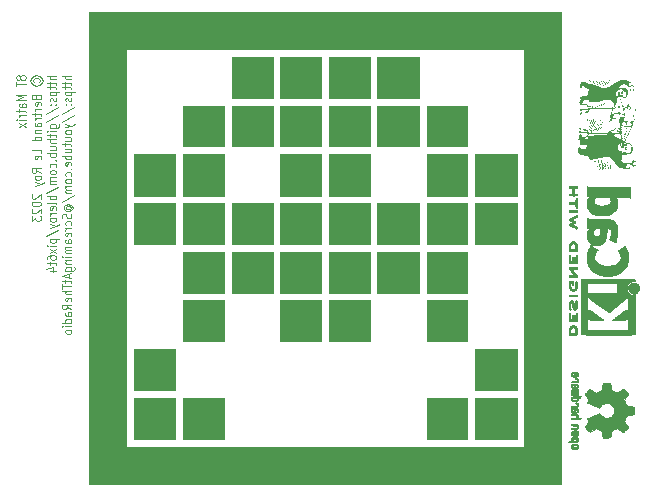
<source format=gbr>
%TF.GenerationSoftware,KiCad,Pcbnew,(6.0.10)*%
%TF.CreationDate,2023-01-20T23:09:19-08:00*%
%TF.ProjectId,pico8t,7069636f-3874-42e6-9b69-6361645f7063,rev?*%
%TF.SameCoordinates,Original*%
%TF.FileFunction,Legend,Bot*%
%TF.FilePolarity,Positive*%
%FSLAX46Y46*%
G04 Gerber Fmt 4.6, Leading zero omitted, Abs format (unit mm)*
G04 Created by KiCad (PCBNEW (6.0.10)) date 2023-01-20 23:09:19*
%MOMM*%
%LPD*%
G01*
G04 APERTURE LIST*
%ADD10C,0.125000*%
%ADD11C,0.010000*%
G04 APERTURE END LIST*
D10*
X36182761Y-18248869D02*
X36144666Y-18186964D01*
X36106571Y-18156011D01*
X36030380Y-18125059D01*
X35992285Y-18125059D01*
X35916095Y-18156011D01*
X35878000Y-18186964D01*
X35839904Y-18248869D01*
X35839904Y-18372678D01*
X35878000Y-18434583D01*
X35916095Y-18465535D01*
X35992285Y-18496488D01*
X36030380Y-18496488D01*
X36106571Y-18465535D01*
X36144666Y-18434583D01*
X36182761Y-18372678D01*
X36182761Y-18248869D01*
X36220857Y-18186964D01*
X36258952Y-18156011D01*
X36335142Y-18125059D01*
X36487523Y-18125059D01*
X36563714Y-18156011D01*
X36601809Y-18186964D01*
X36639904Y-18248869D01*
X36639904Y-18372678D01*
X36601809Y-18434583D01*
X36563714Y-18465535D01*
X36487523Y-18496488D01*
X36335142Y-18496488D01*
X36258952Y-18465535D01*
X36220857Y-18434583D01*
X36182761Y-18372678D01*
X35839904Y-18682202D02*
X35839904Y-19053630D01*
X36639904Y-18867916D02*
X35839904Y-18867916D01*
X36639904Y-19765535D02*
X35839904Y-19765535D01*
X36411333Y-19982202D01*
X35839904Y-20198869D01*
X36639904Y-20198869D01*
X36639904Y-20786964D02*
X36220857Y-20786964D01*
X36144666Y-20756011D01*
X36106571Y-20694107D01*
X36106571Y-20570297D01*
X36144666Y-20508392D01*
X36601809Y-20786964D02*
X36639904Y-20725059D01*
X36639904Y-20570297D01*
X36601809Y-20508392D01*
X36525619Y-20477440D01*
X36449428Y-20477440D01*
X36373238Y-20508392D01*
X36335142Y-20570297D01*
X36335142Y-20725059D01*
X36297047Y-20786964D01*
X36106571Y-21003630D02*
X36106571Y-21251250D01*
X35839904Y-21096488D02*
X36525619Y-21096488D01*
X36601809Y-21127440D01*
X36639904Y-21189345D01*
X36639904Y-21251250D01*
X36639904Y-21467916D02*
X36106571Y-21467916D01*
X36258952Y-21467916D02*
X36182761Y-21498869D01*
X36144666Y-21529821D01*
X36106571Y-21591726D01*
X36106571Y-21653630D01*
X36639904Y-21870297D02*
X36106571Y-21870297D01*
X35839904Y-21870297D02*
X35878000Y-21839345D01*
X35916095Y-21870297D01*
X35878000Y-21901250D01*
X35839904Y-21870297D01*
X35916095Y-21870297D01*
X36639904Y-22117916D02*
X36106571Y-22458392D01*
X36106571Y-22117916D02*
X36639904Y-22458392D01*
X37318380Y-18682202D02*
X37280285Y-18620297D01*
X37280285Y-18496488D01*
X37318380Y-18434583D01*
X37394571Y-18372678D01*
X37470761Y-18341726D01*
X37623142Y-18341726D01*
X37699333Y-18372678D01*
X37775523Y-18434583D01*
X37813619Y-18496488D01*
X37813619Y-18620297D01*
X37775523Y-18682202D01*
X37013619Y-18558392D02*
X37051714Y-18403630D01*
X37166000Y-18248869D01*
X37356476Y-18156011D01*
X37546952Y-18125059D01*
X37737428Y-18156011D01*
X37927904Y-18248869D01*
X38042190Y-18403630D01*
X38080285Y-18558392D01*
X38042190Y-18713154D01*
X37927904Y-18867916D01*
X37737428Y-18960773D01*
X37546952Y-18991726D01*
X37356476Y-18960773D01*
X37166000Y-18867916D01*
X37051714Y-18713154D01*
X37013619Y-18558392D01*
X37508857Y-19982202D02*
X37546952Y-20075059D01*
X37585047Y-20106011D01*
X37661238Y-20136964D01*
X37775523Y-20136964D01*
X37851714Y-20106011D01*
X37889809Y-20075059D01*
X37927904Y-20013154D01*
X37927904Y-19765535D01*
X37127904Y-19765535D01*
X37127904Y-19982202D01*
X37166000Y-20044107D01*
X37204095Y-20075059D01*
X37280285Y-20106011D01*
X37356476Y-20106011D01*
X37432666Y-20075059D01*
X37470761Y-20044107D01*
X37508857Y-19982202D01*
X37508857Y-19765535D01*
X37889809Y-20663154D02*
X37927904Y-20601250D01*
X37927904Y-20477440D01*
X37889809Y-20415535D01*
X37813619Y-20384583D01*
X37508857Y-20384583D01*
X37432666Y-20415535D01*
X37394571Y-20477440D01*
X37394571Y-20601250D01*
X37432666Y-20663154D01*
X37508857Y-20694107D01*
X37585047Y-20694107D01*
X37661238Y-20384583D01*
X37927904Y-20972678D02*
X37394571Y-20972678D01*
X37546952Y-20972678D02*
X37470761Y-21003630D01*
X37432666Y-21034583D01*
X37394571Y-21096488D01*
X37394571Y-21158392D01*
X37394571Y-21282202D02*
X37394571Y-21529821D01*
X37127904Y-21375059D02*
X37813619Y-21375059D01*
X37889809Y-21406011D01*
X37927904Y-21467916D01*
X37927904Y-21529821D01*
X37927904Y-21746488D02*
X37394571Y-21746488D01*
X37546952Y-21746488D02*
X37470761Y-21777440D01*
X37432666Y-21808392D01*
X37394571Y-21870297D01*
X37394571Y-21932202D01*
X37927904Y-22427440D02*
X37508857Y-22427440D01*
X37432666Y-22396488D01*
X37394571Y-22334583D01*
X37394571Y-22210773D01*
X37432666Y-22148869D01*
X37889809Y-22427440D02*
X37927904Y-22365535D01*
X37927904Y-22210773D01*
X37889809Y-22148869D01*
X37813619Y-22117916D01*
X37737428Y-22117916D01*
X37661238Y-22148869D01*
X37623142Y-22210773D01*
X37623142Y-22365535D01*
X37585047Y-22427440D01*
X37394571Y-22736964D02*
X37927904Y-22736964D01*
X37470761Y-22736964D02*
X37432666Y-22767916D01*
X37394571Y-22829821D01*
X37394571Y-22922678D01*
X37432666Y-22984583D01*
X37508857Y-23015535D01*
X37927904Y-23015535D01*
X37927904Y-23603630D02*
X37127904Y-23603630D01*
X37889809Y-23603630D02*
X37927904Y-23541726D01*
X37927904Y-23417916D01*
X37889809Y-23356011D01*
X37851714Y-23325059D01*
X37775523Y-23294107D01*
X37546952Y-23294107D01*
X37470761Y-23325059D01*
X37432666Y-23356011D01*
X37394571Y-23417916D01*
X37394571Y-23541726D01*
X37432666Y-23603630D01*
X37927904Y-24717916D02*
X37927904Y-24408392D01*
X37127904Y-24408392D01*
X37889809Y-25182202D02*
X37927904Y-25120297D01*
X37927904Y-24996488D01*
X37889809Y-24934583D01*
X37813619Y-24903630D01*
X37508857Y-24903630D01*
X37432666Y-24934583D01*
X37394571Y-24996488D01*
X37394571Y-25120297D01*
X37432666Y-25182202D01*
X37508857Y-25213154D01*
X37585047Y-25213154D01*
X37661238Y-24903630D01*
X37927904Y-26358392D02*
X37546952Y-26141726D01*
X37927904Y-25986964D02*
X37127904Y-25986964D01*
X37127904Y-26234583D01*
X37166000Y-26296488D01*
X37204095Y-26327440D01*
X37280285Y-26358392D01*
X37394571Y-26358392D01*
X37470761Y-26327440D01*
X37508857Y-26296488D01*
X37546952Y-26234583D01*
X37546952Y-25986964D01*
X37927904Y-26729821D02*
X37889809Y-26667916D01*
X37851714Y-26636964D01*
X37775523Y-26606011D01*
X37546952Y-26606011D01*
X37470761Y-26636964D01*
X37432666Y-26667916D01*
X37394571Y-26729821D01*
X37394571Y-26822678D01*
X37432666Y-26884583D01*
X37470761Y-26915535D01*
X37546952Y-26946488D01*
X37775523Y-26946488D01*
X37851714Y-26915535D01*
X37889809Y-26884583D01*
X37927904Y-26822678D01*
X37927904Y-26729821D01*
X37394571Y-27163154D02*
X37927904Y-27317916D01*
X37394571Y-27472678D02*
X37927904Y-27317916D01*
X38118380Y-27256011D01*
X38156476Y-27225059D01*
X38194571Y-27163154D01*
X37204095Y-28184583D02*
X37166000Y-28215535D01*
X37127904Y-28277440D01*
X37127904Y-28432202D01*
X37166000Y-28494107D01*
X37204095Y-28525059D01*
X37280285Y-28556011D01*
X37356476Y-28556011D01*
X37470761Y-28525059D01*
X37927904Y-28153630D01*
X37927904Y-28556011D01*
X37127904Y-28958392D02*
X37127904Y-29020297D01*
X37166000Y-29082202D01*
X37204095Y-29113154D01*
X37280285Y-29144107D01*
X37432666Y-29175059D01*
X37623142Y-29175059D01*
X37775523Y-29144107D01*
X37851714Y-29113154D01*
X37889809Y-29082202D01*
X37927904Y-29020297D01*
X37927904Y-28958392D01*
X37889809Y-28896488D01*
X37851714Y-28865535D01*
X37775523Y-28834583D01*
X37623142Y-28803630D01*
X37432666Y-28803630D01*
X37280285Y-28834583D01*
X37204095Y-28865535D01*
X37166000Y-28896488D01*
X37127904Y-28958392D01*
X37204095Y-29422678D02*
X37166000Y-29453630D01*
X37127904Y-29515535D01*
X37127904Y-29670297D01*
X37166000Y-29732202D01*
X37204095Y-29763154D01*
X37280285Y-29794107D01*
X37356476Y-29794107D01*
X37470761Y-29763154D01*
X37927904Y-29391726D01*
X37927904Y-29794107D01*
X37127904Y-30010773D02*
X37127904Y-30413154D01*
X37432666Y-30196488D01*
X37432666Y-30289345D01*
X37470761Y-30351249D01*
X37508857Y-30382202D01*
X37585047Y-30413154D01*
X37775523Y-30413154D01*
X37851714Y-30382202D01*
X37889809Y-30351249D01*
X37927904Y-30289345D01*
X37927904Y-30103630D01*
X37889809Y-30041726D01*
X37851714Y-30010773D01*
X39215904Y-18156011D02*
X38415904Y-18156011D01*
X39215904Y-18434583D02*
X38796857Y-18434583D01*
X38720666Y-18403630D01*
X38682571Y-18341726D01*
X38682571Y-18248869D01*
X38720666Y-18186964D01*
X38758761Y-18156011D01*
X38682571Y-18651250D02*
X38682571Y-18898869D01*
X38415904Y-18744107D02*
X39101619Y-18744107D01*
X39177809Y-18775059D01*
X39215904Y-18836964D01*
X39215904Y-18898869D01*
X38682571Y-19022678D02*
X38682571Y-19270297D01*
X38415904Y-19115535D02*
X39101619Y-19115535D01*
X39177809Y-19146488D01*
X39215904Y-19208392D01*
X39215904Y-19270297D01*
X38682571Y-19486964D02*
X39482571Y-19486964D01*
X38720666Y-19486964D02*
X38682571Y-19548869D01*
X38682571Y-19672678D01*
X38720666Y-19734583D01*
X38758761Y-19765535D01*
X38834952Y-19796488D01*
X39063523Y-19796488D01*
X39139714Y-19765535D01*
X39177809Y-19734583D01*
X39215904Y-19672678D01*
X39215904Y-19548869D01*
X39177809Y-19486964D01*
X39177809Y-20044107D02*
X39215904Y-20106011D01*
X39215904Y-20229821D01*
X39177809Y-20291726D01*
X39101619Y-20322678D01*
X39063523Y-20322678D01*
X38987333Y-20291726D01*
X38949238Y-20229821D01*
X38949238Y-20136964D01*
X38911142Y-20075059D01*
X38834952Y-20044107D01*
X38796857Y-20044107D01*
X38720666Y-20075059D01*
X38682571Y-20136964D01*
X38682571Y-20229821D01*
X38720666Y-20291726D01*
X39139714Y-20601250D02*
X39177809Y-20632202D01*
X39215904Y-20601250D01*
X39177809Y-20570297D01*
X39139714Y-20601250D01*
X39215904Y-20601250D01*
X38720666Y-20601250D02*
X38758761Y-20632202D01*
X38796857Y-20601250D01*
X38758761Y-20570297D01*
X38720666Y-20601250D01*
X38796857Y-20601250D01*
X38377809Y-21375059D02*
X39406380Y-20817916D01*
X38377809Y-22056011D02*
X39406380Y-21498869D01*
X38682571Y-22551250D02*
X39330190Y-22551250D01*
X39406380Y-22520297D01*
X39444476Y-22489345D01*
X39482571Y-22427440D01*
X39482571Y-22334583D01*
X39444476Y-22272678D01*
X39177809Y-22551250D02*
X39215904Y-22489345D01*
X39215904Y-22365535D01*
X39177809Y-22303630D01*
X39139714Y-22272678D01*
X39063523Y-22241726D01*
X38834952Y-22241726D01*
X38758761Y-22272678D01*
X38720666Y-22303630D01*
X38682571Y-22365535D01*
X38682571Y-22489345D01*
X38720666Y-22551250D01*
X39215904Y-22860773D02*
X38682571Y-22860773D01*
X38415904Y-22860773D02*
X38454000Y-22829821D01*
X38492095Y-22860773D01*
X38454000Y-22891726D01*
X38415904Y-22860773D01*
X38492095Y-22860773D01*
X38682571Y-23077440D02*
X38682571Y-23325059D01*
X38415904Y-23170297D02*
X39101619Y-23170297D01*
X39177809Y-23201250D01*
X39215904Y-23263154D01*
X39215904Y-23325059D01*
X39215904Y-23541726D02*
X38415904Y-23541726D01*
X39215904Y-23820297D02*
X38796857Y-23820297D01*
X38720666Y-23789345D01*
X38682571Y-23727440D01*
X38682571Y-23634583D01*
X38720666Y-23572678D01*
X38758761Y-23541726D01*
X38682571Y-24408392D02*
X39215904Y-24408392D01*
X38682571Y-24129821D02*
X39101619Y-24129821D01*
X39177809Y-24160773D01*
X39215904Y-24222678D01*
X39215904Y-24315535D01*
X39177809Y-24377440D01*
X39139714Y-24408392D01*
X39215904Y-24717916D02*
X38415904Y-24717916D01*
X38720666Y-24717916D02*
X38682571Y-24779821D01*
X38682571Y-24903630D01*
X38720666Y-24965535D01*
X38758761Y-24996488D01*
X38834952Y-25027440D01*
X39063523Y-25027440D01*
X39139714Y-24996488D01*
X39177809Y-24965535D01*
X39215904Y-24903630D01*
X39215904Y-24779821D01*
X39177809Y-24717916D01*
X39139714Y-25306011D02*
X39177809Y-25336964D01*
X39215904Y-25306011D01*
X39177809Y-25275059D01*
X39139714Y-25306011D01*
X39215904Y-25306011D01*
X39177809Y-25894107D02*
X39215904Y-25832202D01*
X39215904Y-25708392D01*
X39177809Y-25646488D01*
X39139714Y-25615535D01*
X39063523Y-25584583D01*
X38834952Y-25584583D01*
X38758761Y-25615535D01*
X38720666Y-25646488D01*
X38682571Y-25708392D01*
X38682571Y-25832202D01*
X38720666Y-25894107D01*
X39215904Y-26265535D02*
X39177809Y-26203630D01*
X39139714Y-26172678D01*
X39063523Y-26141726D01*
X38834952Y-26141726D01*
X38758761Y-26172678D01*
X38720666Y-26203630D01*
X38682571Y-26265535D01*
X38682571Y-26358392D01*
X38720666Y-26420297D01*
X38758761Y-26451250D01*
X38834952Y-26482202D01*
X39063523Y-26482202D01*
X39139714Y-26451250D01*
X39177809Y-26420297D01*
X39215904Y-26358392D01*
X39215904Y-26265535D01*
X39215904Y-26760773D02*
X38682571Y-26760773D01*
X38758761Y-26760773D02*
X38720666Y-26791726D01*
X38682571Y-26853630D01*
X38682571Y-26946488D01*
X38720666Y-27008392D01*
X38796857Y-27039345D01*
X39215904Y-27039345D01*
X38796857Y-27039345D02*
X38720666Y-27070297D01*
X38682571Y-27132202D01*
X38682571Y-27225059D01*
X38720666Y-27286964D01*
X38796857Y-27317916D01*
X39215904Y-27317916D01*
X38377809Y-28091726D02*
X39406380Y-27534583D01*
X39215904Y-28308392D02*
X38415904Y-28308392D01*
X38720666Y-28308392D02*
X38682571Y-28370297D01*
X38682571Y-28494107D01*
X38720666Y-28556011D01*
X38758761Y-28586964D01*
X38834952Y-28617916D01*
X39063523Y-28617916D01*
X39139714Y-28586964D01*
X39177809Y-28556011D01*
X39215904Y-28494107D01*
X39215904Y-28370297D01*
X39177809Y-28308392D01*
X39215904Y-28989345D02*
X39177809Y-28927440D01*
X39101619Y-28896488D01*
X38415904Y-28896488D01*
X39177809Y-29484583D02*
X39215904Y-29422678D01*
X39215904Y-29298869D01*
X39177809Y-29236964D01*
X39101619Y-29206011D01*
X38796857Y-29206011D01*
X38720666Y-29236964D01*
X38682571Y-29298869D01*
X38682571Y-29422678D01*
X38720666Y-29484583D01*
X38796857Y-29515535D01*
X38873047Y-29515535D01*
X38949238Y-29206011D01*
X39215904Y-29794107D02*
X38682571Y-29794107D01*
X38834952Y-29794107D02*
X38758761Y-29825059D01*
X38720666Y-29856011D01*
X38682571Y-29917916D01*
X38682571Y-29979821D01*
X39215904Y-30289345D02*
X39177809Y-30227440D01*
X39139714Y-30196488D01*
X39063523Y-30165535D01*
X38834952Y-30165535D01*
X38758761Y-30196488D01*
X38720666Y-30227440D01*
X38682571Y-30289345D01*
X38682571Y-30382202D01*
X38720666Y-30444107D01*
X38758761Y-30475059D01*
X38834952Y-30506011D01*
X39063523Y-30506011D01*
X39139714Y-30475059D01*
X39177809Y-30444107D01*
X39215904Y-30382202D01*
X39215904Y-30289345D01*
X38682571Y-30722678D02*
X39215904Y-30877440D01*
X38682571Y-31032202D02*
X39215904Y-30877440D01*
X39406380Y-30815535D01*
X39444476Y-30784583D01*
X39482571Y-30722678D01*
X38377809Y-31744107D02*
X39406380Y-31186964D01*
X38682571Y-31960773D02*
X39482571Y-31960773D01*
X38720666Y-31960773D02*
X38682571Y-32022678D01*
X38682571Y-32146488D01*
X38720666Y-32208392D01*
X38758761Y-32239345D01*
X38834952Y-32270297D01*
X39063523Y-32270297D01*
X39139714Y-32239345D01*
X39177809Y-32208392D01*
X39215904Y-32146488D01*
X39215904Y-32022678D01*
X39177809Y-31960773D01*
X39215904Y-32548869D02*
X38682571Y-32548869D01*
X38415904Y-32548869D02*
X38454000Y-32517916D01*
X38492095Y-32548869D01*
X38454000Y-32579821D01*
X38415904Y-32548869D01*
X38492095Y-32548869D01*
X39215904Y-32796488D02*
X38682571Y-33136964D01*
X38682571Y-32796488D02*
X39215904Y-33136964D01*
X38415904Y-33663154D02*
X38415904Y-33539345D01*
X38454000Y-33477440D01*
X38492095Y-33446488D01*
X38606380Y-33384583D01*
X38758761Y-33353630D01*
X39063523Y-33353630D01*
X39139714Y-33384583D01*
X39177809Y-33415535D01*
X39215904Y-33477440D01*
X39215904Y-33601250D01*
X39177809Y-33663154D01*
X39139714Y-33694107D01*
X39063523Y-33725059D01*
X38873047Y-33725059D01*
X38796857Y-33694107D01*
X38758761Y-33663154D01*
X38720666Y-33601250D01*
X38720666Y-33477440D01*
X38758761Y-33415535D01*
X38796857Y-33384583D01*
X38873047Y-33353630D01*
X38682571Y-33910773D02*
X38682571Y-34158392D01*
X38415904Y-34003630D02*
X39101619Y-34003630D01*
X39177809Y-34034583D01*
X39215904Y-34096488D01*
X39215904Y-34158392D01*
X38682571Y-34653630D02*
X39215904Y-34653630D01*
X38377809Y-34498869D02*
X38949238Y-34344107D01*
X38949238Y-34746488D01*
X40503904Y-18156011D02*
X39703904Y-18156011D01*
X40503904Y-18434583D02*
X40084857Y-18434583D01*
X40008666Y-18403630D01*
X39970571Y-18341726D01*
X39970571Y-18248869D01*
X40008666Y-18186964D01*
X40046761Y-18156011D01*
X39970571Y-18651250D02*
X39970571Y-18898869D01*
X39703904Y-18744107D02*
X40389619Y-18744107D01*
X40465809Y-18775059D01*
X40503904Y-18836964D01*
X40503904Y-18898869D01*
X39970571Y-19022678D02*
X39970571Y-19270297D01*
X39703904Y-19115535D02*
X40389619Y-19115535D01*
X40465809Y-19146488D01*
X40503904Y-19208392D01*
X40503904Y-19270297D01*
X39970571Y-19486964D02*
X40770571Y-19486964D01*
X40008666Y-19486964D02*
X39970571Y-19548869D01*
X39970571Y-19672678D01*
X40008666Y-19734583D01*
X40046761Y-19765535D01*
X40122952Y-19796488D01*
X40351523Y-19796488D01*
X40427714Y-19765535D01*
X40465809Y-19734583D01*
X40503904Y-19672678D01*
X40503904Y-19548869D01*
X40465809Y-19486964D01*
X40465809Y-20044107D02*
X40503904Y-20106011D01*
X40503904Y-20229821D01*
X40465809Y-20291726D01*
X40389619Y-20322678D01*
X40351523Y-20322678D01*
X40275333Y-20291726D01*
X40237238Y-20229821D01*
X40237238Y-20136964D01*
X40199142Y-20075059D01*
X40122952Y-20044107D01*
X40084857Y-20044107D01*
X40008666Y-20075059D01*
X39970571Y-20136964D01*
X39970571Y-20229821D01*
X40008666Y-20291726D01*
X40427714Y-20601250D02*
X40465809Y-20632202D01*
X40503904Y-20601250D01*
X40465809Y-20570297D01*
X40427714Y-20601250D01*
X40503904Y-20601250D01*
X40008666Y-20601250D02*
X40046761Y-20632202D01*
X40084857Y-20601250D01*
X40046761Y-20570297D01*
X40008666Y-20601250D01*
X40084857Y-20601250D01*
X39665809Y-21375059D02*
X40694380Y-20817916D01*
X39665809Y-22056011D02*
X40694380Y-21498869D01*
X39970571Y-22210773D02*
X40503904Y-22365535D01*
X39970571Y-22520297D02*
X40503904Y-22365535D01*
X40694380Y-22303630D01*
X40732476Y-22272678D01*
X40770571Y-22210773D01*
X40503904Y-22860773D02*
X40465809Y-22798869D01*
X40427714Y-22767916D01*
X40351523Y-22736964D01*
X40122952Y-22736964D01*
X40046761Y-22767916D01*
X40008666Y-22798869D01*
X39970571Y-22860773D01*
X39970571Y-22953630D01*
X40008666Y-23015535D01*
X40046761Y-23046488D01*
X40122952Y-23077440D01*
X40351523Y-23077440D01*
X40427714Y-23046488D01*
X40465809Y-23015535D01*
X40503904Y-22953630D01*
X40503904Y-22860773D01*
X39970571Y-23634583D02*
X40503904Y-23634583D01*
X39970571Y-23356011D02*
X40389619Y-23356011D01*
X40465809Y-23386964D01*
X40503904Y-23448869D01*
X40503904Y-23541726D01*
X40465809Y-23603630D01*
X40427714Y-23634583D01*
X39970571Y-23851250D02*
X39970571Y-24098869D01*
X39703904Y-23944107D02*
X40389619Y-23944107D01*
X40465809Y-23975059D01*
X40503904Y-24036964D01*
X40503904Y-24098869D01*
X39970571Y-24594107D02*
X40503904Y-24594107D01*
X39970571Y-24315535D02*
X40389619Y-24315535D01*
X40465809Y-24346488D01*
X40503904Y-24408392D01*
X40503904Y-24501250D01*
X40465809Y-24563154D01*
X40427714Y-24594107D01*
X40503904Y-24903630D02*
X39703904Y-24903630D01*
X40008666Y-24903630D02*
X39970571Y-24965535D01*
X39970571Y-25089345D01*
X40008666Y-25151250D01*
X40046761Y-25182202D01*
X40122952Y-25213154D01*
X40351523Y-25213154D01*
X40427714Y-25182202D01*
X40465809Y-25151250D01*
X40503904Y-25089345D01*
X40503904Y-24965535D01*
X40465809Y-24903630D01*
X40465809Y-25739345D02*
X40503904Y-25677440D01*
X40503904Y-25553630D01*
X40465809Y-25491726D01*
X40389619Y-25460773D01*
X40084857Y-25460773D01*
X40008666Y-25491726D01*
X39970571Y-25553630D01*
X39970571Y-25677440D01*
X40008666Y-25739345D01*
X40084857Y-25770297D01*
X40161047Y-25770297D01*
X40237238Y-25460773D01*
X40427714Y-26048869D02*
X40465809Y-26079821D01*
X40503904Y-26048869D01*
X40465809Y-26017916D01*
X40427714Y-26048869D01*
X40503904Y-26048869D01*
X40465809Y-26636964D02*
X40503904Y-26575059D01*
X40503904Y-26451250D01*
X40465809Y-26389345D01*
X40427714Y-26358392D01*
X40351523Y-26327440D01*
X40122952Y-26327440D01*
X40046761Y-26358392D01*
X40008666Y-26389345D01*
X39970571Y-26451250D01*
X39970571Y-26575059D01*
X40008666Y-26636964D01*
X40503904Y-27008392D02*
X40465809Y-26946488D01*
X40427714Y-26915535D01*
X40351523Y-26884583D01*
X40122952Y-26884583D01*
X40046761Y-26915535D01*
X40008666Y-26946488D01*
X39970571Y-27008392D01*
X39970571Y-27101250D01*
X40008666Y-27163154D01*
X40046761Y-27194107D01*
X40122952Y-27225059D01*
X40351523Y-27225059D01*
X40427714Y-27194107D01*
X40465809Y-27163154D01*
X40503904Y-27101250D01*
X40503904Y-27008392D01*
X40503904Y-27503630D02*
X39970571Y-27503630D01*
X40046761Y-27503630D02*
X40008666Y-27534583D01*
X39970571Y-27596488D01*
X39970571Y-27689345D01*
X40008666Y-27751250D01*
X40084857Y-27782202D01*
X40503904Y-27782202D01*
X40084857Y-27782202D02*
X40008666Y-27813154D01*
X39970571Y-27875059D01*
X39970571Y-27967916D01*
X40008666Y-28029821D01*
X40084857Y-28060773D01*
X40503904Y-28060773D01*
X39665809Y-28834583D02*
X40694380Y-28277440D01*
X40122952Y-29453630D02*
X40084857Y-29422678D01*
X40046761Y-29360773D01*
X40046761Y-29298869D01*
X40084857Y-29236964D01*
X40122952Y-29206011D01*
X40199142Y-29175059D01*
X40275333Y-29175059D01*
X40351523Y-29206011D01*
X40389619Y-29236964D01*
X40427714Y-29298869D01*
X40427714Y-29360773D01*
X40389619Y-29422678D01*
X40351523Y-29453630D01*
X40046761Y-29453630D02*
X40351523Y-29453630D01*
X40389619Y-29484583D01*
X40389619Y-29515535D01*
X40351523Y-29577440D01*
X40275333Y-29608392D01*
X40084857Y-29608392D01*
X39970571Y-29546488D01*
X39894380Y-29453630D01*
X39856285Y-29329821D01*
X39894380Y-29206011D01*
X39970571Y-29113154D01*
X40084857Y-29051250D01*
X40237238Y-29020297D01*
X40389619Y-29051250D01*
X40503904Y-29113154D01*
X40580095Y-29206011D01*
X40618190Y-29329821D01*
X40580095Y-29453630D01*
X40503904Y-29546488D01*
X40465809Y-29856011D02*
X40503904Y-29948869D01*
X40503904Y-30103630D01*
X40465809Y-30165535D01*
X40427714Y-30196488D01*
X40351523Y-30227440D01*
X40275333Y-30227440D01*
X40199142Y-30196488D01*
X40161047Y-30165535D01*
X40122952Y-30103630D01*
X40084857Y-29979821D01*
X40046761Y-29917916D01*
X40008666Y-29886964D01*
X39932476Y-29856011D01*
X39856285Y-29856011D01*
X39780095Y-29886964D01*
X39742000Y-29917916D01*
X39703904Y-29979821D01*
X39703904Y-30134583D01*
X39742000Y-30227440D01*
X40465809Y-30784583D02*
X40503904Y-30722678D01*
X40503904Y-30598869D01*
X40465809Y-30536964D01*
X40427714Y-30506011D01*
X40351523Y-30475059D01*
X40122952Y-30475059D01*
X40046761Y-30506011D01*
X40008666Y-30536964D01*
X39970571Y-30598869D01*
X39970571Y-30722678D01*
X40008666Y-30784583D01*
X40503904Y-31063154D02*
X39970571Y-31063154D01*
X40122952Y-31063154D02*
X40046761Y-31094107D01*
X40008666Y-31125059D01*
X39970571Y-31186964D01*
X39970571Y-31248869D01*
X40465809Y-31713154D02*
X40503904Y-31651250D01*
X40503904Y-31527440D01*
X40465809Y-31465535D01*
X40389619Y-31434583D01*
X40084857Y-31434583D01*
X40008666Y-31465535D01*
X39970571Y-31527440D01*
X39970571Y-31651250D01*
X40008666Y-31713154D01*
X40084857Y-31744107D01*
X40161047Y-31744107D01*
X40237238Y-31434583D01*
X40503904Y-32301250D02*
X40084857Y-32301250D01*
X40008666Y-32270297D01*
X39970571Y-32208392D01*
X39970571Y-32084583D01*
X40008666Y-32022678D01*
X40465809Y-32301250D02*
X40503904Y-32239345D01*
X40503904Y-32084583D01*
X40465809Y-32022678D01*
X40389619Y-31991726D01*
X40313428Y-31991726D01*
X40237238Y-32022678D01*
X40199142Y-32084583D01*
X40199142Y-32239345D01*
X40161047Y-32301250D01*
X40503904Y-32610773D02*
X39970571Y-32610773D01*
X40046761Y-32610773D02*
X40008666Y-32641726D01*
X39970571Y-32703630D01*
X39970571Y-32796488D01*
X40008666Y-32858392D01*
X40084857Y-32889345D01*
X40503904Y-32889345D01*
X40084857Y-32889345D02*
X40008666Y-32920297D01*
X39970571Y-32982202D01*
X39970571Y-33075059D01*
X40008666Y-33136964D01*
X40084857Y-33167916D01*
X40503904Y-33167916D01*
X40503904Y-33477440D02*
X39970571Y-33477440D01*
X39703904Y-33477440D02*
X39742000Y-33446488D01*
X39780095Y-33477440D01*
X39742000Y-33508392D01*
X39703904Y-33477440D01*
X39780095Y-33477440D01*
X39970571Y-33786964D02*
X40503904Y-33786964D01*
X40046761Y-33786964D02*
X40008666Y-33817916D01*
X39970571Y-33879821D01*
X39970571Y-33972678D01*
X40008666Y-34034583D01*
X40084857Y-34065535D01*
X40503904Y-34065535D01*
X39970571Y-34653630D02*
X40618190Y-34653630D01*
X40694380Y-34622678D01*
X40732476Y-34591726D01*
X40770571Y-34529821D01*
X40770571Y-34436964D01*
X40732476Y-34375059D01*
X40465809Y-34653630D02*
X40503904Y-34591726D01*
X40503904Y-34467916D01*
X40465809Y-34406011D01*
X40427714Y-34375059D01*
X40351523Y-34344107D01*
X40122952Y-34344107D01*
X40046761Y-34375059D01*
X40008666Y-34406011D01*
X39970571Y-34467916D01*
X39970571Y-34591726D01*
X40008666Y-34653630D01*
X40275333Y-34932202D02*
X40275333Y-35241726D01*
X40503904Y-34870297D02*
X39703904Y-35086964D01*
X40503904Y-35303630D01*
X39970571Y-35427440D02*
X39970571Y-35675059D01*
X39703904Y-35520297D02*
X40389619Y-35520297D01*
X40465809Y-35551250D01*
X40503904Y-35613154D01*
X40503904Y-35675059D01*
X39703904Y-35798869D02*
X39703904Y-36170297D01*
X40503904Y-35984583D02*
X39703904Y-35984583D01*
X40503904Y-36386964D02*
X39703904Y-36386964D01*
X40503904Y-36665535D02*
X40084857Y-36665535D01*
X40008666Y-36634583D01*
X39970571Y-36572678D01*
X39970571Y-36479821D01*
X40008666Y-36417916D01*
X40046761Y-36386964D01*
X40465809Y-37222678D02*
X40503904Y-37160773D01*
X40503904Y-37036964D01*
X40465809Y-36975059D01*
X40389619Y-36944107D01*
X40084857Y-36944107D01*
X40008666Y-36975059D01*
X39970571Y-37036964D01*
X39970571Y-37160773D01*
X40008666Y-37222678D01*
X40084857Y-37253630D01*
X40161047Y-37253630D01*
X40237238Y-36944107D01*
X40503904Y-37903630D02*
X40122952Y-37686964D01*
X40503904Y-37532202D02*
X39703904Y-37532202D01*
X39703904Y-37779821D01*
X39742000Y-37841726D01*
X39780095Y-37872678D01*
X39856285Y-37903630D01*
X39970571Y-37903630D01*
X40046761Y-37872678D01*
X40084857Y-37841726D01*
X40122952Y-37779821D01*
X40122952Y-37532202D01*
X40503904Y-38460773D02*
X40084857Y-38460773D01*
X40008666Y-38429821D01*
X39970571Y-38367916D01*
X39970571Y-38244107D01*
X40008666Y-38182202D01*
X40465809Y-38460773D02*
X40503904Y-38398869D01*
X40503904Y-38244107D01*
X40465809Y-38182202D01*
X40389619Y-38151250D01*
X40313428Y-38151250D01*
X40237238Y-38182202D01*
X40199142Y-38244107D01*
X40199142Y-38398869D01*
X40161047Y-38460773D01*
X40503904Y-39048869D02*
X39703904Y-39048869D01*
X40465809Y-39048869D02*
X40503904Y-38986964D01*
X40503904Y-38863154D01*
X40465809Y-38801250D01*
X40427714Y-38770297D01*
X40351523Y-38739345D01*
X40122952Y-38739345D01*
X40046761Y-38770297D01*
X40008666Y-38801250D01*
X39970571Y-38863154D01*
X39970571Y-38986964D01*
X40008666Y-39048869D01*
X40503904Y-39358392D02*
X39970571Y-39358392D01*
X39703904Y-39358392D02*
X39742000Y-39327440D01*
X39780095Y-39358392D01*
X39742000Y-39389345D01*
X39703904Y-39358392D01*
X39780095Y-39358392D01*
X40503904Y-39760773D02*
X40465809Y-39698869D01*
X40427714Y-39667916D01*
X40351523Y-39636964D01*
X40122952Y-39636964D01*
X40046761Y-39667916D01*
X40008666Y-39698869D01*
X39970571Y-39760773D01*
X39970571Y-39853630D01*
X40008666Y-39915535D01*
X40046761Y-39946488D01*
X40122952Y-39977440D01*
X40351523Y-39977440D01*
X40427714Y-39946488D01*
X40465809Y-39915535D01*
X40503904Y-39853630D01*
X40503904Y-39760773D01*
%TO.C,REF\u002A\u002A*%
G36*
X83215820Y-44697101D02*
G01*
X83289114Y-44698216D01*
X83347150Y-44699952D01*
X83385337Y-44702167D01*
X83399086Y-44704721D01*
X83399049Y-44705256D01*
X83392207Y-44723808D01*
X83377132Y-44755153D01*
X83355178Y-44797608D01*
X83126760Y-44801604D01*
X82898343Y-44805600D01*
X82898343Y-44892686D01*
X83148714Y-44896657D01*
X83216773Y-44897916D01*
X83289518Y-44899718D01*
X83347270Y-44901671D01*
X83385352Y-44903612D01*
X83399086Y-44905377D01*
X83399038Y-44905885D01*
X83393985Y-44923482D01*
X83383151Y-44955834D01*
X83367217Y-45001543D01*
X83147294Y-45001765D01*
X83109091Y-45001988D01*
X83034854Y-45003531D01*
X82972855Y-45006292D01*
X82928692Y-45009977D01*
X82907959Y-45014292D01*
X82896869Y-45029732D01*
X82893444Y-45061241D01*
X82898343Y-45095886D01*
X83148714Y-45099857D01*
X83212337Y-45101278D01*
X83287644Y-45104225D01*
X83346714Y-45108079D01*
X83385282Y-45112542D01*
X83399086Y-45117317D01*
X83394718Y-45135941D01*
X83382242Y-45167774D01*
X83365398Y-45204743D01*
X82878804Y-45204743D01*
X82832873Y-45158812D01*
X82822573Y-45148320D01*
X82799680Y-45119255D01*
X82792265Y-45089943D01*
X82795679Y-45046326D01*
X82797886Y-45028568D01*
X82802555Y-44982767D01*
X82804415Y-44950743D01*
X82804131Y-44941244D01*
X82801052Y-44902274D01*
X82795679Y-44855160D01*
X82793832Y-44840085D01*
X82793107Y-44802110D01*
X82804571Y-44774325D01*
X82832873Y-44742674D01*
X82878804Y-44696743D01*
X83138945Y-44696743D01*
X83215820Y-44697101D01*
G37*
D11*
X83215820Y-44697101D02*
X83289114Y-44698216D01*
X83347150Y-44699952D01*
X83385337Y-44702167D01*
X83399086Y-44704721D01*
X83399049Y-44705256D01*
X83392207Y-44723808D01*
X83377132Y-44755153D01*
X83355178Y-44797608D01*
X83126760Y-44801604D01*
X82898343Y-44805600D01*
X82898343Y-44892686D01*
X83148714Y-44896657D01*
X83216773Y-44897916D01*
X83289518Y-44899718D01*
X83347270Y-44901671D01*
X83385352Y-44903612D01*
X83399086Y-44905377D01*
X83399038Y-44905885D01*
X83393985Y-44923482D01*
X83383151Y-44955834D01*
X83367217Y-45001543D01*
X83147294Y-45001765D01*
X83109091Y-45001988D01*
X83034854Y-45003531D01*
X82972855Y-45006292D01*
X82928692Y-45009977D01*
X82907959Y-45014292D01*
X82896869Y-45029732D01*
X82893444Y-45061241D01*
X82898343Y-45095886D01*
X83148714Y-45099857D01*
X83212337Y-45101278D01*
X83287644Y-45104225D01*
X83346714Y-45108079D01*
X83385282Y-45112542D01*
X83399086Y-45117317D01*
X83394718Y-45135941D01*
X83382242Y-45167774D01*
X83365398Y-45204743D01*
X82878804Y-45204743D01*
X82832873Y-45158812D01*
X82822573Y-45148320D01*
X82799680Y-45119255D01*
X82792265Y-45089943D01*
X82795679Y-45046326D01*
X82797886Y-45028568D01*
X82802555Y-44982767D01*
X82804415Y-44950743D01*
X82804131Y-44941244D01*
X82801052Y-44902274D01*
X82795679Y-44855160D01*
X82793832Y-44840085D01*
X82793107Y-44802110D01*
X82804571Y-44774325D01*
X82832873Y-44742674D01*
X82878804Y-44696743D01*
X83138945Y-44696743D01*
X83215820Y-44697101D01*
G36*
X83108800Y-49747714D02*
G01*
X83093065Y-49747701D01*
X83022881Y-49746914D01*
X82973978Y-49744210D01*
X82939822Y-49738606D01*
X82913876Y-49729119D01*
X82889603Y-49714768D01*
X82884567Y-49711237D01*
X82844857Y-49673878D01*
X82814908Y-49631311D01*
X82805190Y-49609452D01*
X82790612Y-49538814D01*
X82924320Y-49538814D01*
X82949143Y-49573543D01*
X82955675Y-49579584D01*
X82975221Y-49591417D01*
X83003614Y-49598404D01*
X83047570Y-49601727D01*
X83113808Y-49602571D01*
X83175850Y-49601125D01*
X83234958Y-49593907D01*
X83272314Y-49579006D01*
X83291848Y-49554636D01*
X83297486Y-49519008D01*
X83296365Y-49505440D01*
X83275806Y-49467430D01*
X83229701Y-49442312D01*
X83158487Y-49430248D01*
X83062601Y-49431402D01*
X83056431Y-49431866D01*
X83003522Y-49438629D01*
X82969971Y-49450671D01*
X82946984Y-49471005D01*
X82925452Y-49505097D01*
X82924320Y-49538814D01*
X82790612Y-49538814D01*
X82788980Y-49530908D01*
X82799465Y-49453231D01*
X82835293Y-49381645D01*
X82895113Y-49321374D01*
X82903127Y-49316286D01*
X82949658Y-49299730D01*
X83014448Y-49288573D01*
X83089273Y-49283160D01*
X83165904Y-49283833D01*
X83236118Y-49290937D01*
X83291688Y-49304815D01*
X83328699Y-49322649D01*
X83386267Y-49372855D01*
X83422038Y-49440885D01*
X83434335Y-49524158D01*
X83433669Y-49546398D01*
X83420053Y-49611891D01*
X83385751Y-49665687D01*
X83326662Y-49715057D01*
X83322278Y-49717995D01*
X83298701Y-49731287D01*
X83272051Y-49739932D01*
X83235841Y-49744904D01*
X83183587Y-49747174D01*
X83113808Y-49747678D01*
X83108800Y-49747714D01*
G37*
X83108800Y-49747714D02*
X83093065Y-49747701D01*
X83022881Y-49746914D01*
X82973978Y-49744210D01*
X82939822Y-49738606D01*
X82913876Y-49729119D01*
X82889603Y-49714768D01*
X82884567Y-49711237D01*
X82844857Y-49673878D01*
X82814908Y-49631311D01*
X82805190Y-49609452D01*
X82790612Y-49538814D01*
X82924320Y-49538814D01*
X82949143Y-49573543D01*
X82955675Y-49579584D01*
X82975221Y-49591417D01*
X83003614Y-49598404D01*
X83047570Y-49601727D01*
X83113808Y-49602571D01*
X83175850Y-49601125D01*
X83234958Y-49593907D01*
X83272314Y-49579006D01*
X83291848Y-49554636D01*
X83297486Y-49519008D01*
X83296365Y-49505440D01*
X83275806Y-49467430D01*
X83229701Y-49442312D01*
X83158487Y-49430248D01*
X83062601Y-49431402D01*
X83056431Y-49431866D01*
X83003522Y-49438629D01*
X82969971Y-49450671D01*
X82946984Y-49471005D01*
X82925452Y-49505097D01*
X82924320Y-49538814D01*
X82790612Y-49538814D01*
X82788980Y-49530908D01*
X82799465Y-49453231D01*
X82835293Y-49381645D01*
X82895113Y-49321374D01*
X82903127Y-49316286D01*
X82949658Y-49299730D01*
X83014448Y-49288573D01*
X83089273Y-49283160D01*
X83165904Y-49283833D01*
X83236118Y-49290937D01*
X83291688Y-49304815D01*
X83328699Y-49322649D01*
X83386267Y-49372855D01*
X83422038Y-49440885D01*
X83434335Y-49524158D01*
X83433669Y-49546398D01*
X83420053Y-49611891D01*
X83385751Y-49665687D01*
X83326662Y-49715057D01*
X83322278Y-49717995D01*
X83298701Y-49731287D01*
X83272051Y-49739932D01*
X83235841Y-49744904D01*
X83183587Y-49747174D01*
X83113808Y-49747678D01*
X83108800Y-49747714D01*
G36*
X83091378Y-43622590D02*
G01*
X83052695Y-43622307D01*
X82976479Y-43618762D01*
X82920706Y-43609483D01*
X82879387Y-43592375D01*
X82846533Y-43565344D01*
X82819384Y-43530444D01*
X83108800Y-43530444D01*
X83112874Y-43532977D01*
X83137753Y-43533993D01*
X83177743Y-43530369D01*
X83216848Y-43521242D01*
X83266116Y-43492773D01*
X83293878Y-43451678D01*
X83297636Y-43402590D01*
X83274891Y-43350144D01*
X83263519Y-43335609D01*
X83237780Y-43318010D01*
X83212343Y-43325368D01*
X83185186Y-43358848D01*
X83154286Y-43419614D01*
X83149810Y-43429669D01*
X83128983Y-43477751D01*
X83114335Y-43513726D01*
X83108800Y-43530444D01*
X82819384Y-43530444D01*
X82816154Y-43526292D01*
X82802340Y-43501445D01*
X82793035Y-43461615D01*
X82793770Y-43405665D01*
X82796717Y-43374385D01*
X82805717Y-43336653D01*
X82825280Y-43306494D01*
X82861733Y-43271408D01*
X82867057Y-43266720D01*
X82908031Y-43235177D01*
X82943717Y-43220128D01*
X82986034Y-43216286D01*
X83048221Y-43216286D01*
X83031818Y-43259742D01*
X83012644Y-43291424D01*
X82967653Y-43318962D01*
X82953248Y-43324711D01*
X82912454Y-43356855D01*
X82891919Y-43400611D01*
X82893765Y-43448254D01*
X82920114Y-43492057D01*
X82936545Y-43507111D01*
X82961333Y-43520763D01*
X82983856Y-43516493D01*
X83007036Y-43491916D01*
X83033798Y-43444651D01*
X83067066Y-43372314D01*
X83132184Y-43223543D01*
X83196692Y-43219595D01*
X83244936Y-43221338D01*
X83305904Y-43243281D01*
X83339503Y-43270979D01*
X83377034Y-43328405D01*
X83395994Y-43396527D01*
X83394493Y-43466947D01*
X83370645Y-43531267D01*
X83361487Y-43545426D01*
X83333151Y-43577904D01*
X83297305Y-43600116D01*
X83248616Y-43613804D01*
X83181751Y-43620715D01*
X83137753Y-43621628D01*
X83091378Y-43622590D01*
G37*
X83091378Y-43622590D02*
X83052695Y-43622307D01*
X82976479Y-43618762D01*
X82920706Y-43609483D01*
X82879387Y-43592375D01*
X82846533Y-43565344D01*
X82819384Y-43530444D01*
X83108800Y-43530444D01*
X83112874Y-43532977D01*
X83137753Y-43533993D01*
X83177743Y-43530369D01*
X83216848Y-43521242D01*
X83266116Y-43492773D01*
X83293878Y-43451678D01*
X83297636Y-43402590D01*
X83274891Y-43350144D01*
X83263519Y-43335609D01*
X83237780Y-43318010D01*
X83212343Y-43325368D01*
X83185186Y-43358848D01*
X83154286Y-43419614D01*
X83149810Y-43429669D01*
X83128983Y-43477751D01*
X83114335Y-43513726D01*
X83108800Y-43530444D01*
X82819384Y-43530444D01*
X82816154Y-43526292D01*
X82802340Y-43501445D01*
X82793035Y-43461615D01*
X82793770Y-43405665D01*
X82796717Y-43374385D01*
X82805717Y-43336653D01*
X82825280Y-43306494D01*
X82861733Y-43271408D01*
X82867057Y-43266720D01*
X82908031Y-43235177D01*
X82943717Y-43220128D01*
X82986034Y-43216286D01*
X83048221Y-43216286D01*
X83031818Y-43259742D01*
X83012644Y-43291424D01*
X82967653Y-43318962D01*
X82953248Y-43324711D01*
X82912454Y-43356855D01*
X82891919Y-43400611D01*
X82893765Y-43448254D01*
X82920114Y-43492057D01*
X82936545Y-43507111D01*
X82961333Y-43520763D01*
X82983856Y-43516493D01*
X83007036Y-43491916D01*
X83033798Y-43444651D01*
X83067066Y-43372314D01*
X83132184Y-43223543D01*
X83196692Y-43219595D01*
X83244936Y-43221338D01*
X83305904Y-43243281D01*
X83339503Y-43270979D01*
X83377034Y-43328405D01*
X83395994Y-43396527D01*
X83394493Y-43466947D01*
X83370645Y-43531267D01*
X83361487Y-43545426D01*
X83333151Y-43577904D01*
X83297305Y-43600116D01*
X83248616Y-43613804D01*
X83181751Y-43620715D01*
X83137753Y-43621628D01*
X83091378Y-43622590D01*
G36*
X83110289Y-47628884D02*
G01*
X83193108Y-47631086D01*
X83254773Y-47636661D01*
X83300252Y-47646941D01*
X83334516Y-47663258D01*
X83362534Y-47686943D01*
X83389277Y-47719328D01*
X83416220Y-47765907D01*
X83433809Y-47839287D01*
X83426178Y-47913020D01*
X83394320Y-47980810D01*
X83339230Y-48036366D01*
X83321984Y-48047881D01*
X83302438Y-48057432D01*
X83277802Y-48064206D01*
X83243289Y-48068819D01*
X83194111Y-48071888D01*
X83125481Y-48074029D01*
X83032611Y-48075859D01*
X82774993Y-48080404D01*
X82789509Y-48042225D01*
X82802844Y-48007268D01*
X82815677Y-47981097D01*
X82832220Y-47964013D01*
X82857535Y-47954086D01*
X82896684Y-47949386D01*
X82954732Y-47947982D01*
X83036739Y-47947943D01*
X83102105Y-47947744D01*
X83164827Y-47946559D01*
X83207666Y-47943729D01*
X83235780Y-47938609D01*
X83254325Y-47930553D01*
X83268457Y-47918914D01*
X83288400Y-47890303D01*
X83295917Y-47842239D01*
X83276921Y-47794688D01*
X83274489Y-47791550D01*
X83263252Y-47781769D01*
X83245230Y-47774553D01*
X83215974Y-47769299D01*
X83171038Y-47765402D01*
X83105972Y-47762256D01*
X83016330Y-47759257D01*
X82776303Y-47752000D01*
X82803956Y-47690314D01*
X82831609Y-47628629D01*
X83050754Y-47628629D01*
X83110289Y-47628884D01*
G37*
X83110289Y-47628884D02*
X83193108Y-47631086D01*
X83254773Y-47636661D01*
X83300252Y-47646941D01*
X83334516Y-47663258D01*
X83362534Y-47686943D01*
X83389277Y-47719328D01*
X83416220Y-47765907D01*
X83433809Y-47839287D01*
X83426178Y-47913020D01*
X83394320Y-47980810D01*
X83339230Y-48036366D01*
X83321984Y-48047881D01*
X83302438Y-48057432D01*
X83277802Y-48064206D01*
X83243289Y-48068819D01*
X83194111Y-48071888D01*
X83125481Y-48074029D01*
X83032611Y-48075859D01*
X82774993Y-48080404D01*
X82789509Y-48042225D01*
X82802844Y-48007268D01*
X82815677Y-47981097D01*
X82832220Y-47964013D01*
X82857535Y-47954086D01*
X82896684Y-47949386D01*
X82954732Y-47947982D01*
X83036739Y-47947943D01*
X83102105Y-47947744D01*
X83164827Y-47946559D01*
X83207666Y-47943729D01*
X83235780Y-47938609D01*
X83254325Y-47930553D01*
X83268457Y-47918914D01*
X83288400Y-47890303D01*
X83295917Y-47842239D01*
X83276921Y-47794688D01*
X83274489Y-47791550D01*
X83263252Y-47781769D01*
X83245230Y-47774553D01*
X83215974Y-47769299D01*
X83171038Y-47765402D01*
X83105972Y-47762256D01*
X83016330Y-47759257D01*
X82776303Y-47752000D01*
X82803956Y-47690314D01*
X82831609Y-47628629D01*
X83050754Y-47628629D01*
X83110289Y-47628884D01*
G36*
X83246849Y-43713336D02*
G01*
X83297453Y-43735235D01*
X83344872Y-43770644D01*
X83377666Y-43812052D01*
X83385248Y-43829400D01*
X83397924Y-43895089D01*
X83392903Y-43964829D01*
X83370645Y-44024753D01*
X83353920Y-44049673D01*
X83329957Y-44074910D01*
X83299474Y-44092912D01*
X83257977Y-44104858D01*
X83200968Y-44111930D01*
X83123953Y-44115308D01*
X83022435Y-44116171D01*
X82969973Y-44116002D01*
X82898285Y-44115153D01*
X82841075Y-44113711D01*
X82803191Y-44111814D01*
X82789486Y-44109597D01*
X82794019Y-44095172D01*
X82806330Y-44066054D01*
X82806728Y-44065181D01*
X82814644Y-44050060D01*
X82825505Y-44039891D01*
X82844529Y-44033691D01*
X82876931Y-44030478D01*
X82927929Y-44029270D01*
X83002739Y-44029086D01*
X83050196Y-44028714D01*
X83139385Y-44024750D01*
X83204713Y-44015673D01*
X83249607Y-44000524D01*
X83277493Y-43978345D01*
X83291797Y-43948175D01*
X83292794Y-43943990D01*
X83293573Y-43887480D01*
X83268256Y-43843410D01*
X83217498Y-43812972D01*
X83202825Y-43807544D01*
X83170351Y-43795171D01*
X83155428Y-43788905D01*
X83157484Y-43776036D01*
X83168643Y-43747933D01*
X83187073Y-43721721D01*
X83221902Y-43709771D01*
X83246849Y-43713336D01*
G37*
X83246849Y-43713336D02*
X83297453Y-43735235D01*
X83344872Y-43770644D01*
X83377666Y-43812052D01*
X83385248Y-43829400D01*
X83397924Y-43895089D01*
X83392903Y-43964829D01*
X83370645Y-44024753D01*
X83353920Y-44049673D01*
X83329957Y-44074910D01*
X83299474Y-44092912D01*
X83257977Y-44104858D01*
X83200968Y-44111930D01*
X83123953Y-44115308D01*
X83022435Y-44116171D01*
X82969973Y-44116002D01*
X82898285Y-44115153D01*
X82841075Y-44113711D01*
X82803191Y-44111814D01*
X82789486Y-44109597D01*
X82794019Y-44095172D01*
X82806330Y-44066054D01*
X82806728Y-44065181D01*
X82814644Y-44050060D01*
X82825505Y-44039891D01*
X82844529Y-44033691D01*
X82876931Y-44030478D01*
X82927929Y-44029270D01*
X83002739Y-44029086D01*
X83050196Y-44028714D01*
X83139385Y-44024750D01*
X83204713Y-44015673D01*
X83249607Y-44000524D01*
X83277493Y-43978345D01*
X83291797Y-43948175D01*
X83292794Y-43943990D01*
X83293573Y-43887480D01*
X83268256Y-43843410D01*
X83217498Y-43812972D01*
X83202825Y-43807544D01*
X83170351Y-43795171D01*
X83155428Y-43788905D01*
X83157484Y-43776036D01*
X83168643Y-43747933D01*
X83187073Y-43721721D01*
X83221902Y-43709771D01*
X83246849Y-43713336D01*
G36*
X83094286Y-45712698D02*
G01*
X83037687Y-45711537D01*
X82960538Y-45703345D01*
X82902724Y-45685519D01*
X82858578Y-45655975D01*
X82822432Y-45612625D01*
X82801537Y-45571332D01*
X82789910Y-45501987D01*
X82794259Y-45478299D01*
X82894581Y-45478299D01*
X82897110Y-45528635D01*
X82926712Y-45575517D01*
X82942047Y-45589477D01*
X82962378Y-45601160D01*
X82990486Y-45607686D01*
X83033450Y-45610524D01*
X83098353Y-45611143D01*
X83147878Y-45610837D01*
X83196218Y-45608722D01*
X83227413Y-45603390D01*
X83248353Y-45593460D01*
X83265927Y-45577550D01*
X83273841Y-45568204D01*
X83295157Y-45519776D01*
X83291802Y-45469040D01*
X83263893Y-45424987D01*
X83252827Y-45415504D01*
X83231991Y-45403939D01*
X83202894Y-45397252D01*
X83158619Y-45394173D01*
X83092252Y-45393429D01*
X83039423Y-45393772D01*
X82991638Y-45395942D01*
X82960791Y-45401307D01*
X82940065Y-45411217D01*
X82922644Y-45427021D01*
X82919295Y-45430724D01*
X82894581Y-45478299D01*
X82794259Y-45478299D01*
X82802623Y-45432736D01*
X82838055Y-45370145D01*
X82894582Y-45320779D01*
X82905005Y-45314818D01*
X82923267Y-45306945D01*
X82946571Y-45301106D01*
X82978915Y-45296999D01*
X83024296Y-45294325D01*
X83086713Y-45292781D01*
X83170163Y-45292067D01*
X83278642Y-45291883D01*
X83615399Y-45291829D01*
X83595638Y-45339000D01*
X83590230Y-45351472D01*
X83578015Y-45371324D01*
X83559518Y-45382687D01*
X83527171Y-45388933D01*
X83473407Y-45393429D01*
X83425134Y-45397535D01*
X83393443Y-45402963D01*
X83381617Y-45410739D01*
X83384788Y-45422457D01*
X83395933Y-45452318D01*
X83398696Y-45505684D01*
X83388375Y-45563093D01*
X83366139Y-45612625D01*
X83345557Y-45639876D01*
X83305400Y-45674865D01*
X83253914Y-45697274D01*
X83185432Y-45709190D01*
X83098353Y-45712542D01*
X83094286Y-45712698D01*
G37*
X83094286Y-45712698D02*
X83037687Y-45711537D01*
X82960538Y-45703345D01*
X82902724Y-45685519D01*
X82858578Y-45655975D01*
X82822432Y-45612625D01*
X82801537Y-45571332D01*
X82789910Y-45501987D01*
X82794259Y-45478299D01*
X82894581Y-45478299D01*
X82897110Y-45528635D01*
X82926712Y-45575517D01*
X82942047Y-45589477D01*
X82962378Y-45601160D01*
X82990486Y-45607686D01*
X83033450Y-45610524D01*
X83098353Y-45611143D01*
X83147878Y-45610837D01*
X83196218Y-45608722D01*
X83227413Y-45603390D01*
X83248353Y-45593460D01*
X83265927Y-45577550D01*
X83273841Y-45568204D01*
X83295157Y-45519776D01*
X83291802Y-45469040D01*
X83263893Y-45424987D01*
X83252827Y-45415504D01*
X83231991Y-45403939D01*
X83202894Y-45397252D01*
X83158619Y-45394173D01*
X83092252Y-45393429D01*
X83039423Y-45393772D01*
X82991638Y-45395942D01*
X82960791Y-45401307D01*
X82940065Y-45411217D01*
X82922644Y-45427021D01*
X82919295Y-45430724D01*
X82894581Y-45478299D01*
X82794259Y-45478299D01*
X82802623Y-45432736D01*
X82838055Y-45370145D01*
X82894582Y-45320779D01*
X82905005Y-45314818D01*
X82923267Y-45306945D01*
X82946571Y-45301106D01*
X82978915Y-45296999D01*
X83024296Y-45294325D01*
X83086713Y-45292781D01*
X83170163Y-45292067D01*
X83278642Y-45291883D01*
X83615399Y-45291829D01*
X83595638Y-45339000D01*
X83590230Y-45351472D01*
X83578015Y-45371324D01*
X83559518Y-45382687D01*
X83527171Y-45388933D01*
X83473407Y-45393429D01*
X83425134Y-45397535D01*
X83393443Y-45402963D01*
X83381617Y-45410739D01*
X83384788Y-45422457D01*
X83395933Y-45452318D01*
X83398696Y-45505684D01*
X83388375Y-45563093D01*
X83366139Y-45612625D01*
X83345557Y-45639876D01*
X83305400Y-45674865D01*
X83253914Y-45697274D01*
X83185432Y-45709190D01*
X83098353Y-45712542D01*
X83094286Y-45712698D01*
G36*
X83026763Y-46786823D02*
G01*
X83045049Y-46786857D01*
X83140374Y-46788778D01*
X83212457Y-46794678D01*
X83266187Y-46806001D01*
X83306451Y-46824187D01*
X83338139Y-46850679D01*
X83366139Y-46886918D01*
X83383667Y-46922263D01*
X83397215Y-46978773D01*
X83397985Y-47034356D01*
X83384805Y-47077086D01*
X83382985Y-47080298D01*
X83383180Y-47090205D01*
X83398428Y-47096975D01*
X83433387Y-47101861D01*
X83492711Y-47106114D01*
X83614453Y-47113371D01*
X83594556Y-47160543D01*
X83574658Y-47207714D01*
X83177491Y-47207714D01*
X83074502Y-47207519D01*
X82981859Y-47206998D01*
X82903300Y-47206199D01*
X82842561Y-47205172D01*
X82803377Y-47203963D01*
X82789486Y-47202623D01*
X82789532Y-47202099D01*
X82794580Y-47184287D01*
X82805420Y-47151823D01*
X82821354Y-47106114D01*
X83025827Y-47106114D01*
X83106168Y-47105824D01*
X83164438Y-47104474D01*
X83204091Y-47101369D01*
X83230382Y-47095812D01*
X83248564Y-47087107D01*
X83263893Y-47074556D01*
X83272045Y-47065999D01*
X83294625Y-47019728D01*
X83292625Y-46968728D01*
X83265927Y-46921993D01*
X83259302Y-46915189D01*
X83245544Y-46904293D01*
X83227358Y-46896836D01*
X83199823Y-46892169D01*
X83158019Y-46889642D01*
X83097027Y-46888602D01*
X83011927Y-46888400D01*
X82968766Y-46888303D01*
X82897776Y-46887674D01*
X82840924Y-46886556D01*
X82803172Y-46885063D01*
X82789486Y-46883309D01*
X82789532Y-46882785D01*
X82794580Y-46864973D01*
X82805420Y-46832509D01*
X82821354Y-46786800D01*
X83026763Y-46786823D01*
G37*
X83026763Y-46786823D02*
X83045049Y-46786857D01*
X83140374Y-46788778D01*
X83212457Y-46794678D01*
X83266187Y-46806001D01*
X83306451Y-46824187D01*
X83338139Y-46850679D01*
X83366139Y-46886918D01*
X83383667Y-46922263D01*
X83397215Y-46978773D01*
X83397985Y-47034356D01*
X83384805Y-47077086D01*
X83382985Y-47080298D01*
X83383180Y-47090205D01*
X83398428Y-47096975D01*
X83433387Y-47101861D01*
X83492711Y-47106114D01*
X83614453Y-47113371D01*
X83594556Y-47160543D01*
X83574658Y-47207714D01*
X83177491Y-47207714D01*
X83074502Y-47207519D01*
X82981859Y-47206998D01*
X82903300Y-47206199D01*
X82842561Y-47205172D01*
X82803377Y-47203963D01*
X82789486Y-47202623D01*
X82789532Y-47202099D01*
X82794580Y-47184287D01*
X82805420Y-47151823D01*
X82821354Y-47106114D01*
X83025827Y-47106114D01*
X83106168Y-47105824D01*
X83164438Y-47104474D01*
X83204091Y-47101369D01*
X83230382Y-47095812D01*
X83248564Y-47087107D01*
X83263893Y-47074556D01*
X83272045Y-47065999D01*
X83294625Y-47019728D01*
X83292625Y-46968728D01*
X83265927Y-46921993D01*
X83259302Y-46915189D01*
X83245544Y-46904293D01*
X83227358Y-46896836D01*
X83199823Y-46892169D01*
X83158019Y-46889642D01*
X83097027Y-46888602D01*
X83011927Y-46888400D01*
X82968766Y-46888303D01*
X82897776Y-46887674D01*
X82840924Y-46886556D01*
X82803172Y-46885063D01*
X82789486Y-46883309D01*
X82789532Y-46882785D01*
X82794580Y-46864973D01*
X82805420Y-46832509D01*
X82821354Y-46786800D01*
X83026763Y-46786823D01*
G36*
X83040922Y-46281371D02*
G01*
X83054568Y-46281736D01*
X83150349Y-46285904D01*
X83222538Y-46293268D01*
X83275942Y-46305330D01*
X83315367Y-46323593D01*
X83345620Y-46349560D01*
X83371507Y-46384733D01*
X83371913Y-46385384D01*
X83393032Y-46442256D01*
X83396600Y-46508033D01*
X83383431Y-46571483D01*
X83354339Y-46621376D01*
X83331673Y-46643325D01*
X83263918Y-46685504D01*
X83190050Y-46699714D01*
X83139230Y-46699714D01*
X83158872Y-46652999D01*
X83178692Y-46620692D01*
X83219840Y-46595231D01*
X83228325Y-46592616D01*
X83271549Y-46564478D01*
X83294897Y-46522067D01*
X83295900Y-46473370D01*
X83272086Y-46426373D01*
X83265944Y-46419357D01*
X83239255Y-46395893D01*
X83215986Y-46392019D01*
X83193138Y-46409768D01*
X83167713Y-46451179D01*
X83136712Y-46518286D01*
X83134748Y-46522824D01*
X83100010Y-46597322D01*
X83069237Y-46648203D01*
X83038512Y-46679525D01*
X83003918Y-46695343D01*
X82961538Y-46699714D01*
X82914554Y-46693986D01*
X82854415Y-46665062D01*
X82811212Y-46614178D01*
X82798241Y-46577374D01*
X82791144Y-46525434D01*
X82792660Y-46474999D01*
X82803368Y-46438983D01*
X82806034Y-46435158D01*
X82824663Y-46424998D01*
X82857495Y-46432048D01*
X82883265Y-46444297D01*
X82893994Y-46463939D01*
X82893461Y-46501191D01*
X82896538Y-46552908D01*
X82917788Y-46586701D01*
X82957123Y-46598114D01*
X82958253Y-46598104D01*
X82981087Y-46591187D01*
X83002037Y-46567659D01*
X83026185Y-46521914D01*
X83055259Y-46459704D01*
X83071075Y-46418499D01*
X83070056Y-46394712D01*
X83049163Y-46383597D01*
X83005359Y-46380408D01*
X82935607Y-46380400D01*
X82892548Y-46380044D01*
X82839374Y-46378413D01*
X82802978Y-46375761D01*
X82789486Y-46372422D01*
X82789577Y-46371530D01*
X82796890Y-46352237D01*
X82812322Y-46320284D01*
X82835158Y-46276124D01*
X83040922Y-46281371D01*
G37*
X83040922Y-46281371D02*
X83054568Y-46281736D01*
X83150349Y-46285904D01*
X83222538Y-46293268D01*
X83275942Y-46305330D01*
X83315367Y-46323593D01*
X83345620Y-46349560D01*
X83371507Y-46384733D01*
X83371913Y-46385384D01*
X83393032Y-46442256D01*
X83396600Y-46508033D01*
X83383431Y-46571483D01*
X83354339Y-46621376D01*
X83331673Y-46643325D01*
X83263918Y-46685504D01*
X83190050Y-46699714D01*
X83139230Y-46699714D01*
X83158872Y-46652999D01*
X83178692Y-46620692D01*
X83219840Y-46595231D01*
X83228325Y-46592616D01*
X83271549Y-46564478D01*
X83294897Y-46522067D01*
X83295900Y-46473370D01*
X83272086Y-46426373D01*
X83265944Y-46419357D01*
X83239255Y-46395893D01*
X83215986Y-46392019D01*
X83193138Y-46409768D01*
X83167713Y-46451179D01*
X83136712Y-46518286D01*
X83134748Y-46522824D01*
X83100010Y-46597322D01*
X83069237Y-46648203D01*
X83038512Y-46679525D01*
X83003918Y-46695343D01*
X82961538Y-46699714D01*
X82914554Y-46693986D01*
X82854415Y-46665062D01*
X82811212Y-46614178D01*
X82798241Y-46577374D01*
X82791144Y-46525434D01*
X82792660Y-46474999D01*
X82803368Y-46438983D01*
X82806034Y-46435158D01*
X82824663Y-46424998D01*
X82857495Y-46432048D01*
X82883265Y-46444297D01*
X82893994Y-46463939D01*
X82893461Y-46501191D01*
X82896538Y-46552908D01*
X82917788Y-46586701D01*
X82957123Y-46598114D01*
X82958253Y-46598104D01*
X82981087Y-46591187D01*
X83002037Y-46567659D01*
X83026185Y-46521914D01*
X83055259Y-46459704D01*
X83071075Y-46418499D01*
X83070056Y-46394712D01*
X83049163Y-46383597D01*
X83005359Y-46380408D01*
X82935607Y-46380400D01*
X82892548Y-46380044D01*
X82839374Y-46378413D01*
X82802978Y-46375761D01*
X82789486Y-46372422D01*
X82789577Y-46371530D01*
X82796890Y-46352237D01*
X82812322Y-46320284D01*
X82835158Y-46276124D01*
X83040922Y-46281371D01*
G36*
X85847524Y-44188760D02*
G01*
X85942708Y-44189082D01*
X86013745Y-44190033D01*
X86064266Y-44191896D01*
X86097902Y-44194955D01*
X86118282Y-44199494D01*
X86129038Y-44205795D01*
X86133801Y-44214143D01*
X86135730Y-44222224D01*
X86142555Y-44255172D01*
X86152978Y-44307736D01*
X86165982Y-44374569D01*
X86180551Y-44450328D01*
X86195667Y-44529665D01*
X86210315Y-44607237D01*
X86223477Y-44677698D01*
X86234137Y-44735702D01*
X86241279Y-44775904D01*
X86243886Y-44792959D01*
X86245459Y-44794112D01*
X86265881Y-44803385D01*
X86304955Y-44819432D01*
X86356371Y-44839635D01*
X86425647Y-44867672D01*
X86505710Y-44902186D01*
X86576272Y-44934538D01*
X86592111Y-44941952D01*
X86641707Y-44962755D01*
X86679962Y-44975219D01*
X86699644Y-44976863D01*
X86701038Y-44976015D01*
X86721580Y-44962548D01*
X86761484Y-44935850D01*
X86816860Y-44898539D01*
X86883823Y-44853234D01*
X86958483Y-44802552D01*
X87043308Y-44745445D01*
X87109200Y-44702607D01*
X87157522Y-44673460D01*
X87191267Y-44656317D01*
X87213428Y-44649495D01*
X87226998Y-44651306D01*
X87228016Y-44651915D01*
X87247790Y-44668297D01*
X87283825Y-44701695D01*
X87332549Y-44748671D01*
X87390388Y-44805786D01*
X87453773Y-44869603D01*
X87518095Y-44935802D01*
X87578553Y-45000648D01*
X87619345Y-45048299D01*
X87641516Y-45079990D01*
X87646111Y-45096958D01*
X87645079Y-45099175D01*
X87631163Y-45122524D01*
X87603970Y-45164912D01*
X87566111Y-45222369D01*
X87520197Y-45290923D01*
X87468840Y-45366601D01*
X87300374Y-45613298D01*
X87350938Y-45724706D01*
X87352403Y-45727943D01*
X87382035Y-45796343D01*
X87411507Y-45868907D01*
X87434642Y-45930457D01*
X87434738Y-45930729D01*
X87452633Y-45979595D01*
X87467747Y-46017212D01*
X87476816Y-46035457D01*
X87477145Y-46035752D01*
X87495718Y-46041946D01*
X87537955Y-46052139D01*
X87599304Y-46065348D01*
X87675211Y-46080590D01*
X87761125Y-46096881D01*
X87764204Y-46097449D01*
X87851872Y-46113713D01*
X87931259Y-46128608D01*
X87997299Y-46141171D01*
X88044921Y-46150438D01*
X88069057Y-46155444D01*
X88070395Y-46155764D01*
X88080727Y-46159060D01*
X88088494Y-46165738D01*
X88094060Y-46179462D01*
X88097793Y-46203895D01*
X88100058Y-46242702D01*
X88101222Y-46299546D01*
X88101652Y-46378090D01*
X88101714Y-46482000D01*
X88101714Y-46495056D01*
X88101629Y-46595933D01*
X88101135Y-46671856D01*
X88099865Y-46726491D01*
X88097453Y-46763500D01*
X88093533Y-46786547D01*
X88087738Y-46799296D01*
X88079701Y-46805411D01*
X88069057Y-46808556D01*
X88068675Y-46808646D01*
X88043653Y-46813814D01*
X87995319Y-46823209D01*
X87928740Y-46835867D01*
X87848986Y-46850825D01*
X87761125Y-46867119D01*
X87753936Y-46868448D01*
X87668660Y-46884691D01*
X87593758Y-46899805D01*
X87533781Y-46912808D01*
X87493283Y-46922715D01*
X87476816Y-46928544D01*
X87476790Y-46928575D01*
X87467680Y-46946943D01*
X87452543Y-46984640D01*
X87434642Y-47033543D01*
X87433670Y-47036297D01*
X87410041Y-47098817D01*
X87380405Y-47171543D01*
X87350938Y-47239294D01*
X87300374Y-47350703D01*
X87468840Y-47597399D01*
X87480689Y-47614775D01*
X87531053Y-47689202D01*
X87575388Y-47755614D01*
X87611084Y-47810039D01*
X87635529Y-47848506D01*
X87646111Y-47867042D01*
X87643685Y-47879743D01*
X87624890Y-47908579D01*
X87587670Y-47953143D01*
X87530980Y-48014670D01*
X87453773Y-48094398D01*
X87446745Y-48101532D01*
X87383778Y-48164796D01*
X87326732Y-48220990D01*
X87279183Y-48266677D01*
X87244703Y-48298414D01*
X87226869Y-48312764D01*
X87226783Y-48312810D01*
X87213205Y-48314633D01*
X87191180Y-48307910D01*
X87157696Y-48290946D01*
X87109739Y-48262044D01*
X87044296Y-48219508D01*
X86958355Y-48161644D01*
X86943849Y-48151783D01*
X86870365Y-48101913D01*
X86805313Y-48057905D01*
X86752583Y-48022380D01*
X86716064Y-47997959D01*
X86699644Y-47987264D01*
X86696166Y-47986458D01*
X86670215Y-47991518D01*
X86627841Y-48006677D01*
X86576272Y-48029463D01*
X86508830Y-48060429D01*
X86428805Y-48095004D01*
X86356371Y-48124366D01*
X86337623Y-48131645D01*
X86289754Y-48150710D01*
X86256404Y-48164715D01*
X86243886Y-48171041D01*
X86242950Y-48178025D01*
X86237539Y-48209413D01*
X86228194Y-48260787D01*
X86215931Y-48326802D01*
X86201768Y-48402113D01*
X86186720Y-48481375D01*
X86171805Y-48559243D01*
X86158039Y-48630370D01*
X86146438Y-48689412D01*
X86138020Y-48731022D01*
X86133801Y-48749857D01*
X86132611Y-48752980D01*
X86126195Y-48760591D01*
X86112535Y-48766254D01*
X86088001Y-48770251D01*
X86048962Y-48772866D01*
X85991787Y-48774384D01*
X85912846Y-48775086D01*
X85808508Y-48775257D01*
X85491201Y-48775257D01*
X85476161Y-48699057D01*
X85474358Y-48689840D01*
X85465020Y-48640891D01*
X85452331Y-48573205D01*
X85437727Y-48494478D01*
X85422645Y-48412400D01*
X85416578Y-48380078D01*
X85401819Y-48307855D01*
X85387863Y-48247666D01*
X85376048Y-48205040D01*
X85367713Y-48185510D01*
X85354095Y-48176660D01*
X85318062Y-48160548D01*
X85271428Y-48144065D01*
X85253966Y-48138263D01*
X85196642Y-48116906D01*
X85128799Y-48089359D01*
X85061645Y-48060107D01*
X85026570Y-48044463D01*
X84974178Y-48022174D01*
X84934942Y-48006857D01*
X84915437Y-48001162D01*
X84913964Y-48001478D01*
X84893271Y-48012281D01*
X84853335Y-48036638D01*
X84798028Y-48072081D01*
X84731219Y-48116136D01*
X84656780Y-48166332D01*
X84414377Y-48331501D01*
X84197017Y-48114503D01*
X84176101Y-48093516D01*
X84113495Y-48029342D01*
X84059505Y-47971990D01*
X84017174Y-47924820D01*
X83989543Y-47891192D01*
X83979657Y-47874467D01*
X83987179Y-47856303D01*
X84008773Y-47818265D01*
X84041849Y-47764726D01*
X84083809Y-47699884D01*
X84132057Y-47627940D01*
X84179709Y-47557275D01*
X84221672Y-47493526D01*
X84254835Y-47441513D01*
X84276622Y-47405279D01*
X84284457Y-47388867D01*
X84284386Y-47387905D01*
X84276662Y-47366103D01*
X84258677Y-47327440D01*
X84233987Y-47279612D01*
X84233716Y-47279110D01*
X84201901Y-47215587D01*
X84186358Y-47172060D01*
X84186315Y-47145052D01*
X84201000Y-47131090D01*
X84215456Y-47125180D01*
X84254169Y-47109229D01*
X84313684Y-47084660D01*
X84390835Y-47052779D01*
X84482459Y-47014893D01*
X84585393Y-46972310D01*
X84696474Y-46926337D01*
X84797528Y-46884667D01*
X84901220Y-46842268D01*
X84993881Y-46804756D01*
X85072358Y-46773388D01*
X85133500Y-46749425D01*
X85174157Y-46734123D01*
X85191175Y-46728743D01*
X85206781Y-46739018D01*
X85232838Y-46767563D01*
X85263113Y-46807971D01*
X85342316Y-46904979D01*
X85443525Y-46991793D01*
X85554884Y-47055322D01*
X85673107Y-47095177D01*
X85794905Y-47110965D01*
X85916990Y-47102296D01*
X86036075Y-47068778D01*
X86148871Y-47010021D01*
X86252089Y-46925632D01*
X86292287Y-46881631D01*
X86363362Y-46776211D01*
X86409699Y-46663410D01*
X86432401Y-46546525D01*
X86432572Y-46428853D01*
X86411313Y-46313690D01*
X86369730Y-46204335D01*
X86308924Y-46104083D01*
X86229999Y-46016233D01*
X86134059Y-45944080D01*
X86022205Y-45890922D01*
X85895543Y-45860057D01*
X85834493Y-45854392D01*
X85702224Y-45862185D01*
X85576734Y-45897284D01*
X85460241Y-45958649D01*
X85354961Y-46045243D01*
X85263113Y-46156029D01*
X85234070Y-46194931D01*
X85207728Y-46224104D01*
X85191200Y-46235257D01*
X85176791Y-46230810D01*
X85138185Y-46216378D01*
X85078799Y-46193173D01*
X85001785Y-46162452D01*
X84910297Y-46125474D01*
X84807484Y-46083496D01*
X84696498Y-46037778D01*
X84595928Y-45996178D01*
X84492053Y-45953222D01*
X84399181Y-45914829D01*
X84320475Y-45882305D01*
X84259101Y-45856958D01*
X84218221Y-45840095D01*
X84201000Y-45833025D01*
X84200796Y-45832943D01*
X84186255Y-45818798D01*
X84186421Y-45791659D01*
X84202073Y-45748023D01*
X84233987Y-45684388D01*
X84236674Y-45679379D01*
X84260850Y-45632125D01*
X84277963Y-45594811D01*
X84284457Y-45575133D01*
X84276782Y-45559005D01*
X84255129Y-45522959D01*
X84222072Y-45471092D01*
X84180190Y-45407445D01*
X84132057Y-45336060D01*
X84084869Y-45265724D01*
X84042733Y-45200670D01*
X84009422Y-45146820D01*
X83987531Y-45108374D01*
X83979657Y-45089534D01*
X83980657Y-45086325D01*
X83996416Y-45063954D01*
X84028967Y-45025733D01*
X84075267Y-44975021D01*
X84132274Y-44915181D01*
X84196942Y-44849571D01*
X84414228Y-44632648D01*
X84662747Y-44801601D01*
X84911267Y-44970553D01*
X85022405Y-44919183D01*
X85022734Y-44919031D01*
X85093582Y-44888183D01*
X85172477Y-44856661D01*
X85242400Y-44831266D01*
X85253678Y-44827423D01*
X85306033Y-44808047D01*
X85346717Y-44790574D01*
X85367713Y-44778388D01*
X85370678Y-44773426D01*
X85380625Y-44743634D01*
X85393495Y-44693047D01*
X85407947Y-44627194D01*
X85422645Y-44551600D01*
X85426790Y-44528957D01*
X85441884Y-44447038D01*
X85456101Y-44370600D01*
X85468005Y-44307337D01*
X85476161Y-44264943D01*
X85491201Y-44188743D01*
X85808508Y-44188743D01*
X85847524Y-44188760D01*
G37*
X85847524Y-44188760D02*
X85942708Y-44189082D01*
X86013745Y-44190033D01*
X86064266Y-44191896D01*
X86097902Y-44194955D01*
X86118282Y-44199494D01*
X86129038Y-44205795D01*
X86133801Y-44214143D01*
X86135730Y-44222224D01*
X86142555Y-44255172D01*
X86152978Y-44307736D01*
X86165982Y-44374569D01*
X86180551Y-44450328D01*
X86195667Y-44529665D01*
X86210315Y-44607237D01*
X86223477Y-44677698D01*
X86234137Y-44735702D01*
X86241279Y-44775904D01*
X86243886Y-44792959D01*
X86245459Y-44794112D01*
X86265881Y-44803385D01*
X86304955Y-44819432D01*
X86356371Y-44839635D01*
X86425647Y-44867672D01*
X86505710Y-44902186D01*
X86576272Y-44934538D01*
X86592111Y-44941952D01*
X86641707Y-44962755D01*
X86679962Y-44975219D01*
X86699644Y-44976863D01*
X86701038Y-44976015D01*
X86721580Y-44962548D01*
X86761484Y-44935850D01*
X86816860Y-44898539D01*
X86883823Y-44853234D01*
X86958483Y-44802552D01*
X87043308Y-44745445D01*
X87109200Y-44702607D01*
X87157522Y-44673460D01*
X87191267Y-44656317D01*
X87213428Y-44649495D01*
X87226998Y-44651306D01*
X87228016Y-44651915D01*
X87247790Y-44668297D01*
X87283825Y-44701695D01*
X87332549Y-44748671D01*
X87390388Y-44805786D01*
X87453773Y-44869603D01*
X87518095Y-44935802D01*
X87578553Y-45000648D01*
X87619345Y-45048299D01*
X87641516Y-45079990D01*
X87646111Y-45096958D01*
X87645079Y-45099175D01*
X87631163Y-45122524D01*
X87603970Y-45164912D01*
X87566111Y-45222369D01*
X87520197Y-45290923D01*
X87468840Y-45366601D01*
X87300374Y-45613298D01*
X87350938Y-45724706D01*
X87352403Y-45727943D01*
X87382035Y-45796343D01*
X87411507Y-45868907D01*
X87434642Y-45930457D01*
X87434738Y-45930729D01*
X87452633Y-45979595D01*
X87467747Y-46017212D01*
X87476816Y-46035457D01*
X87477145Y-46035752D01*
X87495718Y-46041946D01*
X87537955Y-46052139D01*
X87599304Y-46065348D01*
X87675211Y-46080590D01*
X87761125Y-46096881D01*
X87764204Y-46097449D01*
X87851872Y-46113713D01*
X87931259Y-46128608D01*
X87997299Y-46141171D01*
X88044921Y-46150438D01*
X88069057Y-46155444D01*
X88070395Y-46155764D01*
X88080727Y-46159060D01*
X88088494Y-46165738D01*
X88094060Y-46179462D01*
X88097793Y-46203895D01*
X88100058Y-46242702D01*
X88101222Y-46299546D01*
X88101652Y-46378090D01*
X88101714Y-46482000D01*
X88101714Y-46495056D01*
X88101629Y-46595933D01*
X88101135Y-46671856D01*
X88099865Y-46726491D01*
X88097453Y-46763500D01*
X88093533Y-46786547D01*
X88087738Y-46799296D01*
X88079701Y-46805411D01*
X88069057Y-46808556D01*
X88068675Y-46808646D01*
X88043653Y-46813814D01*
X87995319Y-46823209D01*
X87928740Y-46835867D01*
X87848986Y-46850825D01*
X87761125Y-46867119D01*
X87753936Y-46868448D01*
X87668660Y-46884691D01*
X87593758Y-46899805D01*
X87533781Y-46912808D01*
X87493283Y-46922715D01*
X87476816Y-46928544D01*
X87476790Y-46928575D01*
X87467680Y-46946943D01*
X87452543Y-46984640D01*
X87434642Y-47033543D01*
X87433670Y-47036297D01*
X87410041Y-47098817D01*
X87380405Y-47171543D01*
X87350938Y-47239294D01*
X87300374Y-47350703D01*
X87468840Y-47597399D01*
X87480689Y-47614775D01*
X87531053Y-47689202D01*
X87575388Y-47755614D01*
X87611084Y-47810039D01*
X87635529Y-47848506D01*
X87646111Y-47867042D01*
X87643685Y-47879743D01*
X87624890Y-47908579D01*
X87587670Y-47953143D01*
X87530980Y-48014670D01*
X87453773Y-48094398D01*
X87446745Y-48101532D01*
X87383778Y-48164796D01*
X87326732Y-48220990D01*
X87279183Y-48266677D01*
X87244703Y-48298414D01*
X87226869Y-48312764D01*
X87226783Y-48312810D01*
X87213205Y-48314633D01*
X87191180Y-48307910D01*
X87157696Y-48290946D01*
X87109739Y-48262044D01*
X87044296Y-48219508D01*
X86958355Y-48161644D01*
X86943849Y-48151783D01*
X86870365Y-48101913D01*
X86805313Y-48057905D01*
X86752583Y-48022380D01*
X86716064Y-47997959D01*
X86699644Y-47987264D01*
X86696166Y-47986458D01*
X86670215Y-47991518D01*
X86627841Y-48006677D01*
X86576272Y-48029463D01*
X86508830Y-48060429D01*
X86428805Y-48095004D01*
X86356371Y-48124366D01*
X86337623Y-48131645D01*
X86289754Y-48150710D01*
X86256404Y-48164715D01*
X86243886Y-48171041D01*
X86242950Y-48178025D01*
X86237539Y-48209413D01*
X86228194Y-48260787D01*
X86215931Y-48326802D01*
X86201768Y-48402113D01*
X86186720Y-48481375D01*
X86171805Y-48559243D01*
X86158039Y-48630370D01*
X86146438Y-48689412D01*
X86138020Y-48731022D01*
X86133801Y-48749857D01*
X86132611Y-48752980D01*
X86126195Y-48760591D01*
X86112535Y-48766254D01*
X86088001Y-48770251D01*
X86048962Y-48772866D01*
X85991787Y-48774384D01*
X85912846Y-48775086D01*
X85808508Y-48775257D01*
X85491201Y-48775257D01*
X85476161Y-48699057D01*
X85474358Y-48689840D01*
X85465020Y-48640891D01*
X85452331Y-48573205D01*
X85437727Y-48494478D01*
X85422645Y-48412400D01*
X85416578Y-48380078D01*
X85401819Y-48307855D01*
X85387863Y-48247666D01*
X85376048Y-48205040D01*
X85367713Y-48185510D01*
X85354095Y-48176660D01*
X85318062Y-48160548D01*
X85271428Y-48144065D01*
X85253966Y-48138263D01*
X85196642Y-48116906D01*
X85128799Y-48089359D01*
X85061645Y-48060107D01*
X85026570Y-48044463D01*
X84974178Y-48022174D01*
X84934942Y-48006857D01*
X84915437Y-48001162D01*
X84913964Y-48001478D01*
X84893271Y-48012281D01*
X84853335Y-48036638D01*
X84798028Y-48072081D01*
X84731219Y-48116136D01*
X84656780Y-48166332D01*
X84414377Y-48331501D01*
X84197017Y-48114503D01*
X84176101Y-48093516D01*
X84113495Y-48029342D01*
X84059505Y-47971990D01*
X84017174Y-47924820D01*
X83989543Y-47891192D01*
X83979657Y-47874467D01*
X83987179Y-47856303D01*
X84008773Y-47818265D01*
X84041849Y-47764726D01*
X84083809Y-47699884D01*
X84132057Y-47627940D01*
X84179709Y-47557275D01*
X84221672Y-47493526D01*
X84254835Y-47441513D01*
X84276622Y-47405279D01*
X84284457Y-47388867D01*
X84284386Y-47387905D01*
X84276662Y-47366103D01*
X84258677Y-47327440D01*
X84233987Y-47279612D01*
X84233716Y-47279110D01*
X84201901Y-47215587D01*
X84186358Y-47172060D01*
X84186315Y-47145052D01*
X84201000Y-47131090D01*
X84215456Y-47125180D01*
X84254169Y-47109229D01*
X84313684Y-47084660D01*
X84390835Y-47052779D01*
X84482459Y-47014893D01*
X84585393Y-46972310D01*
X84696474Y-46926337D01*
X84797528Y-46884667D01*
X84901220Y-46842268D01*
X84993881Y-46804756D01*
X85072358Y-46773388D01*
X85133500Y-46749425D01*
X85174157Y-46734123D01*
X85191175Y-46728743D01*
X85206781Y-46739018D01*
X85232838Y-46767563D01*
X85263113Y-46807971D01*
X85342316Y-46904979D01*
X85443525Y-46991793D01*
X85554884Y-47055322D01*
X85673107Y-47095177D01*
X85794905Y-47110965D01*
X85916990Y-47102296D01*
X86036075Y-47068778D01*
X86148871Y-47010021D01*
X86252089Y-46925632D01*
X86292287Y-46881631D01*
X86363362Y-46776211D01*
X86409699Y-46663410D01*
X86432401Y-46546525D01*
X86432572Y-46428853D01*
X86411313Y-46313690D01*
X86369730Y-46204335D01*
X86308924Y-46104083D01*
X86229999Y-46016233D01*
X86134059Y-45944080D01*
X86022205Y-45890922D01*
X85895543Y-45860057D01*
X85834493Y-45854392D01*
X85702224Y-45862185D01*
X85576734Y-45897284D01*
X85460241Y-45958649D01*
X85354961Y-46045243D01*
X85263113Y-46156029D01*
X85234070Y-46194931D01*
X85207728Y-46224104D01*
X85191200Y-46235257D01*
X85176791Y-46230810D01*
X85138185Y-46216378D01*
X85078799Y-46193173D01*
X85001785Y-46162452D01*
X84910297Y-46125474D01*
X84807484Y-46083496D01*
X84696498Y-46037778D01*
X84595928Y-45996178D01*
X84492053Y-45953222D01*
X84399181Y-45914829D01*
X84320475Y-45882305D01*
X84259101Y-45856958D01*
X84218221Y-45840095D01*
X84201000Y-45833025D01*
X84200796Y-45832943D01*
X84186255Y-45818798D01*
X84186421Y-45791659D01*
X84202073Y-45748023D01*
X84233987Y-45684388D01*
X84236674Y-45679379D01*
X84260850Y-45632125D01*
X84277963Y-45594811D01*
X84284457Y-45575133D01*
X84276782Y-45559005D01*
X84255129Y-45522959D01*
X84222072Y-45471092D01*
X84180190Y-45407445D01*
X84132057Y-45336060D01*
X84084869Y-45265724D01*
X84042733Y-45200670D01*
X84009422Y-45146820D01*
X83987531Y-45108374D01*
X83979657Y-45089534D01*
X83980657Y-45086325D01*
X83996416Y-45063954D01*
X84028967Y-45025733D01*
X84075267Y-44975021D01*
X84132274Y-44915181D01*
X84196942Y-44849571D01*
X84414228Y-44632648D01*
X84662747Y-44801601D01*
X84911267Y-44970553D01*
X85022405Y-44919183D01*
X85022734Y-44919031D01*
X85093582Y-44888183D01*
X85172477Y-44856661D01*
X85242400Y-44831266D01*
X85253678Y-44827423D01*
X85306033Y-44808047D01*
X85346717Y-44790574D01*
X85367713Y-44778388D01*
X85370678Y-44773426D01*
X85380625Y-44743634D01*
X85393495Y-44693047D01*
X85407947Y-44627194D01*
X85422645Y-44551600D01*
X85426790Y-44528957D01*
X85441884Y-44447038D01*
X85456101Y-44370600D01*
X85468005Y-44307337D01*
X85476161Y-44264943D01*
X85491201Y-44188743D01*
X85808508Y-44188743D01*
X85847524Y-44188760D01*
G36*
X83094673Y-44203493D02*
G01*
X83178793Y-44205729D01*
X83241200Y-44211423D01*
X83286642Y-44221903D01*
X83319867Y-44238497D01*
X83345622Y-44262531D01*
X83368656Y-44295333D01*
X83387665Y-44337124D01*
X83399086Y-44414287D01*
X83397780Y-44449495D01*
X83389879Y-44480599D01*
X83370183Y-44509559D01*
X83333516Y-44546831D01*
X83307622Y-44570801D01*
X83274003Y-44595770D01*
X83242494Y-44607031D01*
X83202515Y-44609657D01*
X83137083Y-44609657D01*
X83160158Y-44565035D01*
X83188276Y-44529673D01*
X83226152Y-44505451D01*
X83236449Y-44501291D01*
X83276363Y-44469594D01*
X83296376Y-44425554D01*
X83294428Y-44377531D01*
X83268457Y-44333886D01*
X83247365Y-44315420D01*
X83220381Y-44304663D01*
X83196366Y-44316178D01*
X83172209Y-44351981D01*
X83144801Y-44414090D01*
X83141015Y-44423515D01*
X83116241Y-44480058D01*
X83091811Y-44528580D01*
X83072514Y-44559451D01*
X83038047Y-44590371D01*
X82983043Y-44610927D01*
X82924017Y-44608744D01*
X82868155Y-44584424D01*
X82822645Y-44538568D01*
X82803273Y-44501438D01*
X82789708Y-44429711D01*
X82791538Y-44389852D01*
X82801432Y-44352953D01*
X82822194Y-44338797D01*
X82856387Y-44344091D01*
X82860908Y-44345631D01*
X82884884Y-44357842D01*
X82893958Y-44378174D01*
X82893351Y-44416908D01*
X82892526Y-44444257D01*
X82899608Y-44476257D01*
X82920781Y-44498182D01*
X82946848Y-44510670D01*
X82974155Y-44512062D01*
X82974315Y-44511998D01*
X82989070Y-44495807D01*
X83010543Y-44461155D01*
X83034542Y-44416321D01*
X83056875Y-44369582D01*
X83073348Y-44329217D01*
X83079771Y-44303504D01*
X83073482Y-44299679D01*
X83043885Y-44294864D01*
X82995553Y-44291566D01*
X82934628Y-44290343D01*
X82892458Y-44290058D01*
X82839347Y-44288718D01*
X82802975Y-44286528D01*
X82789486Y-44283769D01*
X82794019Y-44269344D01*
X82806330Y-44240226D01*
X82823174Y-44203257D01*
X83039279Y-44203257D01*
X83094673Y-44203493D01*
G37*
X83094673Y-44203493D02*
X83178793Y-44205729D01*
X83241200Y-44211423D01*
X83286642Y-44221903D01*
X83319867Y-44238497D01*
X83345622Y-44262531D01*
X83368656Y-44295333D01*
X83387665Y-44337124D01*
X83399086Y-44414287D01*
X83397780Y-44449495D01*
X83389879Y-44480599D01*
X83370183Y-44509559D01*
X83333516Y-44546831D01*
X83307622Y-44570801D01*
X83274003Y-44595770D01*
X83242494Y-44607031D01*
X83202515Y-44609657D01*
X83137083Y-44609657D01*
X83160158Y-44565035D01*
X83188276Y-44529673D01*
X83226152Y-44505451D01*
X83236449Y-44501291D01*
X83276363Y-44469594D01*
X83296376Y-44425554D01*
X83294428Y-44377531D01*
X83268457Y-44333886D01*
X83247365Y-44315420D01*
X83220381Y-44304663D01*
X83196366Y-44316178D01*
X83172209Y-44351981D01*
X83144801Y-44414090D01*
X83141015Y-44423515D01*
X83116241Y-44480058D01*
X83091811Y-44528580D01*
X83072514Y-44559451D01*
X83038047Y-44590371D01*
X82983043Y-44610927D01*
X82924017Y-44608744D01*
X82868155Y-44584424D01*
X82822645Y-44538568D01*
X82803273Y-44501438D01*
X82789708Y-44429711D01*
X82791538Y-44389852D01*
X82801432Y-44352953D01*
X82822194Y-44338797D01*
X82856387Y-44344091D01*
X82860908Y-44345631D01*
X82884884Y-44357842D01*
X82893958Y-44378174D01*
X82893351Y-44416908D01*
X82892526Y-44444257D01*
X82899608Y-44476257D01*
X82920781Y-44498182D01*
X82946848Y-44510670D01*
X82974155Y-44512062D01*
X82974315Y-44511998D01*
X82989070Y-44495807D01*
X83010543Y-44461155D01*
X83034542Y-44416321D01*
X83056875Y-44369582D01*
X83073348Y-44329217D01*
X83079771Y-44303504D01*
X83073482Y-44299679D01*
X83043885Y-44294864D01*
X82995553Y-44291566D01*
X82934628Y-44290343D01*
X82892458Y-44290058D01*
X82839347Y-44288718D01*
X82802975Y-44286528D01*
X82789486Y-44283769D01*
X82794019Y-44269344D01*
X82806330Y-44240226D01*
X82823174Y-44203257D01*
X83039279Y-44203257D01*
X83094673Y-44203493D01*
G36*
X83149945Y-48644299D02*
G01*
X83039922Y-48639684D01*
X83016613Y-48637078D01*
X82933648Y-48617660D01*
X82870552Y-48582573D01*
X82822192Y-48529212D01*
X82820196Y-48526196D01*
X82791815Y-48458362D01*
X82789289Y-48387535D01*
X82810903Y-48319289D01*
X82854938Y-48259196D01*
X82919678Y-48212829D01*
X82921239Y-48212050D01*
X82961442Y-48196643D01*
X83007134Y-48185357D01*
X83050028Y-48179370D01*
X83081840Y-48179861D01*
X83094286Y-48188007D01*
X83093529Y-48195244D01*
X83079765Y-48229851D01*
X83054454Y-48269078D01*
X83025155Y-48302448D01*
X82999428Y-48319483D01*
X82964529Y-48337192D01*
X82932788Y-48373485D01*
X82920114Y-48415630D01*
X82923779Y-48431077D01*
X82942226Y-48461569D01*
X82967834Y-48488128D01*
X82991066Y-48499486D01*
X82991152Y-48499482D01*
X83000842Y-48487778D01*
X83159907Y-48487778D01*
X83169247Y-48497676D01*
X83201252Y-48499486D01*
X83241085Y-48491966D01*
X83277283Y-48465897D01*
X83296050Y-48428154D01*
X83294155Y-48386077D01*
X83268368Y-48347005D01*
X83250549Y-48331647D01*
X83236987Y-48328000D01*
X83224051Y-48342791D01*
X83204667Y-48379644D01*
X83204119Y-48380725D01*
X83183413Y-48424205D01*
X83166895Y-48463102D01*
X83159907Y-48487778D01*
X83000842Y-48487778D01*
X83001821Y-48486596D01*
X83021067Y-48452241D01*
X83046187Y-48401593D01*
X83074476Y-48339829D01*
X83074626Y-48339489D01*
X83104502Y-48272388D01*
X83126027Y-48227411D01*
X83142563Y-48200145D01*
X83157469Y-48186178D01*
X83174107Y-48181097D01*
X83195838Y-48180490D01*
X83247914Y-48185833D01*
X83318665Y-48212251D01*
X83374265Y-48256473D01*
X83412761Y-48313697D01*
X83432203Y-48379120D01*
X83430641Y-48447937D01*
X83406122Y-48515347D01*
X83356698Y-48576544D01*
X83307788Y-48610450D01*
X83237973Y-48634806D01*
X83201252Y-48638767D01*
X83149945Y-48644299D01*
G37*
X83149945Y-48644299D02*
X83039922Y-48639684D01*
X83016613Y-48637078D01*
X82933648Y-48617660D01*
X82870552Y-48582573D01*
X82822192Y-48529212D01*
X82820196Y-48526196D01*
X82791815Y-48458362D01*
X82789289Y-48387535D01*
X82810903Y-48319289D01*
X82854938Y-48259196D01*
X82919678Y-48212829D01*
X82921239Y-48212050D01*
X82961442Y-48196643D01*
X83007134Y-48185357D01*
X83050028Y-48179370D01*
X83081840Y-48179861D01*
X83094286Y-48188007D01*
X83093529Y-48195244D01*
X83079765Y-48229851D01*
X83054454Y-48269078D01*
X83025155Y-48302448D01*
X82999428Y-48319483D01*
X82964529Y-48337192D01*
X82932788Y-48373485D01*
X82920114Y-48415630D01*
X82923779Y-48431077D01*
X82942226Y-48461569D01*
X82967834Y-48488128D01*
X82991066Y-48499486D01*
X82991152Y-48499482D01*
X83000842Y-48487778D01*
X83159907Y-48487778D01*
X83169247Y-48497676D01*
X83201252Y-48499486D01*
X83241085Y-48491966D01*
X83277283Y-48465897D01*
X83296050Y-48428154D01*
X83294155Y-48386077D01*
X83268368Y-48347005D01*
X83250549Y-48331647D01*
X83236987Y-48328000D01*
X83224051Y-48342791D01*
X83204667Y-48379644D01*
X83204119Y-48380725D01*
X83183413Y-48424205D01*
X83166895Y-48463102D01*
X83159907Y-48487778D01*
X83000842Y-48487778D01*
X83001821Y-48486596D01*
X83021067Y-48452241D01*
X83046187Y-48401593D01*
X83074476Y-48339829D01*
X83074626Y-48339489D01*
X83104502Y-48272388D01*
X83126027Y-48227411D01*
X83142563Y-48200145D01*
X83157469Y-48186178D01*
X83174107Y-48181097D01*
X83195838Y-48180490D01*
X83247914Y-48185833D01*
X83318665Y-48212251D01*
X83374265Y-48256473D01*
X83412761Y-48313697D01*
X83432203Y-48379120D01*
X83430641Y-48447937D01*
X83406122Y-48515347D01*
X83356698Y-48576544D01*
X83307788Y-48610450D01*
X83237973Y-48634806D01*
X83201252Y-48638767D01*
X83149945Y-48644299D01*
G36*
X83296591Y-45811836D02*
G01*
X83326883Y-45832727D01*
X83369916Y-45886142D01*
X83394245Y-45952074D01*
X83397557Y-46022574D01*
X83377533Y-46089691D01*
X83374997Y-46094273D01*
X83345943Y-46131704D01*
X83308590Y-46165170D01*
X83300148Y-46171007D01*
X83280447Y-46182165D01*
X83257065Y-46190136D01*
X83224933Y-46195618D01*
X83178981Y-46199307D01*
X83114141Y-46201899D01*
X83025343Y-46204092D01*
X83010331Y-46204402D01*
X82913001Y-46205400D01*
X82844066Y-46203994D01*
X82803052Y-46200164D01*
X82789486Y-46193889D01*
X82793548Y-46174898D01*
X82805856Y-46142638D01*
X82809455Y-46135041D01*
X82817602Y-46123176D01*
X82830996Y-46114994D01*
X82854392Y-46109643D01*
X82892545Y-46106269D01*
X82950210Y-46104019D01*
X83032143Y-46102040D01*
X83056093Y-46101498D01*
X83131734Y-46099403D01*
X83184672Y-46096683D01*
X83219925Y-46092515D01*
X83242513Y-46086079D01*
X83257456Y-46076550D01*
X83269773Y-46063106D01*
X83291366Y-46023305D01*
X83295524Y-45974341D01*
X83279001Y-45930529D01*
X83244790Y-45899008D01*
X83195886Y-45886914D01*
X83182593Y-45886578D01*
X83158528Y-45879972D01*
X83154856Y-45860470D01*
X83169187Y-45822283D01*
X83173783Y-45813438D01*
X83200814Y-45789534D01*
X83241006Y-45789061D01*
X83296591Y-45811836D01*
G37*
X83296591Y-45811836D02*
X83326883Y-45832727D01*
X83369916Y-45886142D01*
X83394245Y-45952074D01*
X83397557Y-46022574D01*
X83377533Y-46089691D01*
X83374997Y-46094273D01*
X83345943Y-46131704D01*
X83308590Y-46165170D01*
X83300148Y-46171007D01*
X83280447Y-46182165D01*
X83257065Y-46190136D01*
X83224933Y-46195618D01*
X83178981Y-46199307D01*
X83114141Y-46201899D01*
X83025343Y-46204092D01*
X83010331Y-46204402D01*
X82913001Y-46205400D01*
X82844066Y-46203994D01*
X82803052Y-46200164D01*
X82789486Y-46193889D01*
X82793548Y-46174898D01*
X82805856Y-46142638D01*
X82809455Y-46135041D01*
X82817602Y-46123176D01*
X82830996Y-46114994D01*
X82854392Y-46109643D01*
X82892545Y-46106269D01*
X82950210Y-46104019D01*
X83032143Y-46102040D01*
X83056093Y-46101498D01*
X83131734Y-46099403D01*
X83184672Y-46096683D01*
X83219925Y-46092515D01*
X83242513Y-46086079D01*
X83257456Y-46076550D01*
X83269773Y-46063106D01*
X83291366Y-46023305D01*
X83295524Y-45974341D01*
X83279001Y-45930529D01*
X83244790Y-45899008D01*
X83195886Y-45886914D01*
X83182593Y-45886578D01*
X83158528Y-45879972D01*
X83154856Y-45860470D01*
X83169187Y-45822283D01*
X83173783Y-45813438D01*
X83200814Y-45789534D01*
X83241006Y-45789061D01*
X83296591Y-45811836D01*
G36*
X83042476Y-49191815D02*
G01*
X82931000Y-49193252D01*
X82898661Y-49193651D01*
X82790545Y-49194929D01*
X82707814Y-49195185D01*
X82647574Y-49193634D01*
X82606927Y-49189490D01*
X82582977Y-49181964D01*
X82572829Y-49170271D01*
X82573586Y-49153624D01*
X82582352Y-49131236D01*
X82596231Y-49102321D01*
X82599192Y-49096142D01*
X82613689Y-49070413D01*
X82630935Y-49056976D01*
X82659692Y-49051834D01*
X82708717Y-49050990D01*
X82796743Y-49050952D01*
X82796743Y-48960276D01*
X82797533Y-48942237D01*
X82924048Y-48942237D01*
X82926433Y-48976596D01*
X82955740Y-49015403D01*
X82965756Y-49024895D01*
X82986292Y-49038876D01*
X83013003Y-49046760D01*
X83053501Y-49050245D01*
X83115397Y-49051029D01*
X83152870Y-49050350D01*
X83221020Y-49042983D01*
X83265670Y-49026168D01*
X83290074Y-48998234D01*
X83297486Y-48957509D01*
X83295906Y-48940350D01*
X83280234Y-48910660D01*
X83245309Y-48891031D01*
X83188099Y-48880188D01*
X83105570Y-48876857D01*
X83092303Y-48876882D01*
X83032416Y-48878261D01*
X82993268Y-48882687D01*
X82967847Y-48891461D01*
X82949143Y-48905886D01*
X82948250Y-48906784D01*
X82924048Y-48942237D01*
X82797533Y-48942237D01*
X82799185Y-48904498D01*
X82809092Y-48860640D01*
X82829114Y-48824218D01*
X82831071Y-48821503D01*
X82864131Y-48784546D01*
X82904069Y-48758826D01*
X82956343Y-48742606D01*
X83026412Y-48734148D01*
X83119733Y-48731714D01*
X83187831Y-48732253D01*
X83239413Y-48734707D01*
X83275184Y-48740158D01*
X83301985Y-48749686D01*
X83326662Y-48764371D01*
X83345520Y-48777852D01*
X83396432Y-48826799D01*
X83424082Y-48882256D01*
X83432835Y-48951928D01*
X83424110Y-49031664D01*
X83392815Y-49100595D01*
X83337619Y-49155113D01*
X83331776Y-49159223D01*
X83316247Y-49168808D01*
X83298502Y-49176151D01*
X83274710Y-49181612D01*
X83241042Y-49185550D01*
X83193667Y-49188323D01*
X83128755Y-49190292D01*
X83115397Y-49190528D01*
X83042476Y-49191815D01*
G37*
X83042476Y-49191815D02*
X82931000Y-49193252D01*
X82898661Y-49193651D01*
X82790545Y-49194929D01*
X82707814Y-49195185D01*
X82647574Y-49193634D01*
X82606927Y-49189490D01*
X82582977Y-49181964D01*
X82572829Y-49170271D01*
X82573586Y-49153624D01*
X82582352Y-49131236D01*
X82596231Y-49102321D01*
X82599192Y-49096142D01*
X82613689Y-49070413D01*
X82630935Y-49056976D01*
X82659692Y-49051834D01*
X82708717Y-49050990D01*
X82796743Y-49050952D01*
X82796743Y-48960276D01*
X82797533Y-48942237D01*
X82924048Y-48942237D01*
X82926433Y-48976596D01*
X82955740Y-49015403D01*
X82965756Y-49024895D01*
X82986292Y-49038876D01*
X83013003Y-49046760D01*
X83053501Y-49050245D01*
X83115397Y-49051029D01*
X83152870Y-49050350D01*
X83221020Y-49042983D01*
X83265670Y-49026168D01*
X83290074Y-48998234D01*
X83297486Y-48957509D01*
X83295906Y-48940350D01*
X83280234Y-48910660D01*
X83245309Y-48891031D01*
X83188099Y-48880188D01*
X83105570Y-48876857D01*
X83092303Y-48876882D01*
X83032416Y-48878261D01*
X82993268Y-48882687D01*
X82967847Y-48891461D01*
X82949143Y-48905886D01*
X82948250Y-48906784D01*
X82924048Y-48942237D01*
X82797533Y-48942237D01*
X82799185Y-48904498D01*
X82809092Y-48860640D01*
X82829114Y-48824218D01*
X82831071Y-48821503D01*
X82864131Y-48784546D01*
X82904069Y-48758826D01*
X82956343Y-48742606D01*
X83026412Y-48734148D01*
X83119733Y-48731714D01*
X83187831Y-48732253D01*
X83239413Y-48734707D01*
X83275184Y-48740158D01*
X83301985Y-48749686D01*
X83326662Y-48764371D01*
X83345520Y-48777852D01*
X83396432Y-48826799D01*
X83424082Y-48882256D01*
X83432835Y-48951928D01*
X83424110Y-49031664D01*
X83392815Y-49100595D01*
X83337619Y-49155113D01*
X83331776Y-49159223D01*
X83316247Y-49168808D01*
X83298502Y-49176151D01*
X83274710Y-49181612D01*
X83241042Y-49185550D01*
X83193667Y-49188323D01*
X83128755Y-49190292D01*
X83115397Y-49190528D01*
X83042476Y-49191815D01*
G36*
X85355289Y-29967994D02*
G01*
X85277842Y-29967268D01*
X85126406Y-29958689D01*
X84989717Y-29939833D01*
X84863724Y-29909837D01*
X84744375Y-29867836D01*
X84627619Y-29812969D01*
X84516821Y-29746167D01*
X84403261Y-29655363D01*
X84307789Y-29551708D01*
X84230927Y-29435887D01*
X84173203Y-29308586D01*
X84135142Y-29170489D01*
X84129334Y-29132793D01*
X84123604Y-29053752D01*
X84123417Y-28965629D01*
X84128461Y-28876236D01*
X84138422Y-28793384D01*
X84143112Y-28771331D01*
X84736459Y-28771331D01*
X84744635Y-28855900D01*
X84772195Y-28929219D01*
X84819358Y-28991637D01*
X84886342Y-29043502D01*
X84973367Y-29085160D01*
X85080650Y-29116962D01*
X85092991Y-29119545D01*
X85154228Y-29128000D01*
X85231308Y-29133663D01*
X85318998Y-29136576D01*
X85412066Y-29136783D01*
X85505280Y-29134330D01*
X85593406Y-29129261D01*
X85671212Y-29121619D01*
X85733467Y-29111448D01*
X85739334Y-29110167D01*
X85849879Y-29081126D01*
X85940425Y-29046610D01*
X86013047Y-29005456D01*
X86069819Y-28956499D01*
X86112816Y-28898574D01*
X86128385Y-28866620D01*
X86147278Y-28793784D01*
X86150535Y-28712443D01*
X86138611Y-28627319D01*
X86111960Y-28543133D01*
X86071038Y-28464608D01*
X86027470Y-28397200D01*
X84877279Y-28397200D01*
X84830911Y-28467756D01*
X84807209Y-28508417D01*
X84781361Y-28562546D01*
X84763171Y-28611689D01*
X84747449Y-28675165D01*
X84736459Y-28771331D01*
X84143112Y-28771331D01*
X84152988Y-28724887D01*
X84162636Y-28694035D01*
X84192877Y-28616730D01*
X84230383Y-28539679D01*
X84271386Y-28470200D01*
X84312121Y-28415615D01*
X84331495Y-28392916D01*
X84349338Y-28370201D01*
X84356222Y-28358779D01*
X84354576Y-28357537D01*
X84336795Y-28354728D01*
X84303630Y-28352776D01*
X84260267Y-28352045D01*
X84164311Y-28352045D01*
X84164311Y-27493896D01*
X84225026Y-27528161D01*
X84234132Y-27533355D01*
X84248751Y-27541715D01*
X84262827Y-27549288D01*
X84277460Y-27556112D01*
X84293751Y-27562227D01*
X84312802Y-27567673D01*
X84335714Y-27572487D01*
X84363587Y-27576708D01*
X84397522Y-27580377D01*
X84438621Y-27583531D01*
X84487985Y-27586211D01*
X84546714Y-27588454D01*
X84615910Y-27590299D01*
X84696674Y-27591787D01*
X84790106Y-27592955D01*
X84897308Y-27593844D01*
X85019380Y-27594491D01*
X85157424Y-27594936D01*
X85312541Y-27595218D01*
X85485832Y-27595375D01*
X85678397Y-27595448D01*
X85891338Y-27595474D01*
X86125755Y-27595493D01*
X87810622Y-27595689D01*
X87810622Y-28501017D01*
X87773933Y-28476585D01*
X87764353Y-28470318D01*
X87718019Y-28444208D01*
X87670898Y-28426469D01*
X87615749Y-28414908D01*
X87545333Y-28407331D01*
X87538350Y-28406839D01*
X87500359Y-28405062D01*
X87446424Y-28403444D01*
X87379297Y-28401999D01*
X87301729Y-28400740D01*
X87216472Y-28399680D01*
X87126276Y-28398829D01*
X87033893Y-28398203D01*
X86942075Y-28397812D01*
X86853573Y-28397670D01*
X86771138Y-28397790D01*
X86697521Y-28398183D01*
X86635474Y-28398862D01*
X86587749Y-28399841D01*
X86557096Y-28401132D01*
X86546267Y-28402747D01*
X86550667Y-28410957D01*
X86565638Y-28432647D01*
X86587552Y-28462014D01*
X86621764Y-28510879D01*
X86668286Y-28599125D01*
X86701954Y-28697916D01*
X86723769Y-28810510D01*
X86734735Y-28940164D01*
X86735781Y-29032670D01*
X86725986Y-29154011D01*
X86701826Y-29264099D01*
X86662215Y-29367389D01*
X86606068Y-29468338D01*
X86575117Y-29513503D01*
X86483885Y-29618911D01*
X86374894Y-29710538D01*
X86248274Y-29788332D01*
X86104155Y-29852241D01*
X85942668Y-29902214D01*
X85763941Y-29938198D01*
X85568105Y-29960143D01*
X85412066Y-29965900D01*
X85355289Y-29967994D01*
G37*
X85355289Y-29967994D02*
X85277842Y-29967268D01*
X85126406Y-29958689D01*
X84989717Y-29939833D01*
X84863724Y-29909837D01*
X84744375Y-29867836D01*
X84627619Y-29812969D01*
X84516821Y-29746167D01*
X84403261Y-29655363D01*
X84307789Y-29551708D01*
X84230927Y-29435887D01*
X84173203Y-29308586D01*
X84135142Y-29170489D01*
X84129334Y-29132793D01*
X84123604Y-29053752D01*
X84123417Y-28965629D01*
X84128461Y-28876236D01*
X84138422Y-28793384D01*
X84143112Y-28771331D01*
X84736459Y-28771331D01*
X84744635Y-28855900D01*
X84772195Y-28929219D01*
X84819358Y-28991637D01*
X84886342Y-29043502D01*
X84973367Y-29085160D01*
X85080650Y-29116962D01*
X85092991Y-29119545D01*
X85154228Y-29128000D01*
X85231308Y-29133663D01*
X85318998Y-29136576D01*
X85412066Y-29136783D01*
X85505280Y-29134330D01*
X85593406Y-29129261D01*
X85671212Y-29121619D01*
X85733467Y-29111448D01*
X85739334Y-29110167D01*
X85849879Y-29081126D01*
X85940425Y-29046610D01*
X86013047Y-29005456D01*
X86069819Y-28956499D01*
X86112816Y-28898574D01*
X86128385Y-28866620D01*
X86147278Y-28793784D01*
X86150535Y-28712443D01*
X86138611Y-28627319D01*
X86111960Y-28543133D01*
X86071038Y-28464608D01*
X86027470Y-28397200D01*
X84877279Y-28397200D01*
X84830911Y-28467756D01*
X84807209Y-28508417D01*
X84781361Y-28562546D01*
X84763171Y-28611689D01*
X84747449Y-28675165D01*
X84736459Y-28771331D01*
X84143112Y-28771331D01*
X84152988Y-28724887D01*
X84162636Y-28694035D01*
X84192877Y-28616730D01*
X84230383Y-28539679D01*
X84271386Y-28470200D01*
X84312121Y-28415615D01*
X84331495Y-28392916D01*
X84349338Y-28370201D01*
X84356222Y-28358779D01*
X84354576Y-28357537D01*
X84336795Y-28354728D01*
X84303630Y-28352776D01*
X84260267Y-28352045D01*
X84164311Y-28352045D01*
X84164311Y-27493896D01*
X84225026Y-27528161D01*
X84234132Y-27533355D01*
X84248751Y-27541715D01*
X84262827Y-27549288D01*
X84277460Y-27556112D01*
X84293751Y-27562227D01*
X84312802Y-27567673D01*
X84335714Y-27572487D01*
X84363587Y-27576708D01*
X84397522Y-27580377D01*
X84438621Y-27583531D01*
X84487985Y-27586211D01*
X84546714Y-27588454D01*
X84615910Y-27590299D01*
X84696674Y-27591787D01*
X84790106Y-27592955D01*
X84897308Y-27593844D01*
X85019380Y-27594491D01*
X85157424Y-27594936D01*
X85312541Y-27595218D01*
X85485832Y-27595375D01*
X85678397Y-27595448D01*
X85891338Y-27595474D01*
X86125755Y-27595493D01*
X87810622Y-27595689D01*
X87810622Y-28501017D01*
X87773933Y-28476585D01*
X87764353Y-28470318D01*
X87718019Y-28444208D01*
X87670898Y-28426469D01*
X87615749Y-28414908D01*
X87545333Y-28407331D01*
X87538350Y-28406839D01*
X87500359Y-28405062D01*
X87446424Y-28403444D01*
X87379297Y-28401999D01*
X87301729Y-28400740D01*
X87216472Y-28399680D01*
X87126276Y-28398829D01*
X87033893Y-28398203D01*
X86942075Y-28397812D01*
X86853573Y-28397670D01*
X86771138Y-28397790D01*
X86697521Y-28398183D01*
X86635474Y-28398862D01*
X86587749Y-28399841D01*
X86557096Y-28401132D01*
X86546267Y-28402747D01*
X86550667Y-28410957D01*
X86565638Y-28432647D01*
X86587552Y-28462014D01*
X86621764Y-28510879D01*
X86668286Y-28599125D01*
X86701954Y-28697916D01*
X86723769Y-28810510D01*
X86734735Y-28940164D01*
X86735781Y-29032670D01*
X86725986Y-29154011D01*
X86701826Y-29264099D01*
X86662215Y-29367389D01*
X86606068Y-29468338D01*
X86575117Y-29513503D01*
X86483885Y-29618911D01*
X86374894Y-29710538D01*
X86248274Y-29788332D01*
X86104155Y-29852241D01*
X85942668Y-29902214D01*
X85763941Y-29938198D01*
X85568105Y-29960143D01*
X85412066Y-29965900D01*
X85355289Y-29967994D01*
G36*
X83276642Y-28520543D02*
G01*
X83309178Y-28546187D01*
X83312895Y-28551129D01*
X83317731Y-28561338D01*
X83321494Y-28576764D01*
X83324317Y-28599886D01*
X83326330Y-28633183D01*
X83327667Y-28679137D01*
X83328458Y-28740228D01*
X83328837Y-28818935D01*
X83328933Y-28917740D01*
X83328932Y-28937767D01*
X83328842Y-29031890D01*
X83328502Y-29106405D01*
X83327761Y-29163811D01*
X83326465Y-29206611D01*
X83324463Y-29237304D01*
X83321604Y-29258391D01*
X83317734Y-29272373D01*
X83312702Y-29281750D01*
X83306355Y-29289022D01*
X83273638Y-29307828D01*
X83236061Y-29309275D01*
X83202822Y-29292917D01*
X83201369Y-29291557D01*
X83193008Y-29280354D01*
X83187453Y-29263252D01*
X83184160Y-29236082D01*
X83182582Y-29194678D01*
X83182178Y-29134873D01*
X83182178Y-28995511D01*
X82918411Y-28995511D01*
X82842583Y-28995436D01*
X82775917Y-28995028D01*
X82726133Y-28994046D01*
X82690216Y-28992250D01*
X82665150Y-28989399D01*
X82647919Y-28985253D01*
X82635508Y-28979571D01*
X82624900Y-28972114D01*
X82622094Y-28969824D01*
X82599452Y-28938646D01*
X82597888Y-28904266D01*
X82617733Y-28871334D01*
X82625809Y-28864355D01*
X82636407Y-28858883D01*
X82652251Y-28854863D01*
X82676227Y-28852072D01*
X82711226Y-28850288D01*
X82760136Y-28849289D01*
X82825846Y-28848852D01*
X82911244Y-28848756D01*
X83182178Y-28848756D01*
X83182178Y-28702820D01*
X83182179Y-28691720D01*
X83182404Y-28635202D01*
X83183543Y-28596358D01*
X83186343Y-28570965D01*
X83191550Y-28554804D01*
X83199911Y-28543652D01*
X83212174Y-28533289D01*
X83242862Y-28517441D01*
X83276642Y-28520543D01*
G37*
X83276642Y-28520543D02*
X83309178Y-28546187D01*
X83312895Y-28551129D01*
X83317731Y-28561338D01*
X83321494Y-28576764D01*
X83324317Y-28599886D01*
X83326330Y-28633183D01*
X83327667Y-28679137D01*
X83328458Y-28740228D01*
X83328837Y-28818935D01*
X83328933Y-28917740D01*
X83328932Y-28937767D01*
X83328842Y-29031890D01*
X83328502Y-29106405D01*
X83327761Y-29163811D01*
X83326465Y-29206611D01*
X83324463Y-29237304D01*
X83321604Y-29258391D01*
X83317734Y-29272373D01*
X83312702Y-29281750D01*
X83306355Y-29289022D01*
X83273638Y-29307828D01*
X83236061Y-29309275D01*
X83202822Y-29292917D01*
X83201369Y-29291557D01*
X83193008Y-29280354D01*
X83187453Y-29263252D01*
X83184160Y-29236082D01*
X83182582Y-29194678D01*
X83182178Y-29134873D01*
X83182178Y-28995511D01*
X82918411Y-28995511D01*
X82842583Y-28995436D01*
X82775917Y-28995028D01*
X82726133Y-28994046D01*
X82690216Y-28992250D01*
X82665150Y-28989399D01*
X82647919Y-28985253D01*
X82635508Y-28979571D01*
X82624900Y-28972114D01*
X82622094Y-28969824D01*
X82599452Y-28938646D01*
X82597888Y-28904266D01*
X82617733Y-28871334D01*
X82625809Y-28864355D01*
X82636407Y-28858883D01*
X82652251Y-28854863D01*
X82676227Y-28852072D01*
X82711226Y-28850288D01*
X82760136Y-28849289D01*
X82825846Y-28848852D01*
X82911244Y-28848756D01*
X83182178Y-28848756D01*
X83182178Y-28702820D01*
X83182179Y-28691720D01*
X83182404Y-28635202D01*
X83183543Y-28596358D01*
X83186343Y-28570965D01*
X83191550Y-28554804D01*
X83199911Y-28543652D01*
X83212174Y-28533289D01*
X83242862Y-28517441D01*
X83276642Y-28520543D01*
G36*
X83143573Y-40058817D02*
G01*
X83062959Y-40058870D01*
X82962044Y-40058622D01*
X82886383Y-40058583D01*
X82808474Y-40058328D01*
X82748464Y-40057684D01*
X82703736Y-40056480D01*
X82671674Y-40054543D01*
X82649660Y-40051703D01*
X82635076Y-40047788D01*
X82625306Y-40042626D01*
X82617733Y-40036045D01*
X82611499Y-40029077D01*
X82604199Y-40016079D01*
X82599446Y-39996931D01*
X82596708Y-39967528D01*
X82595455Y-39923762D01*
X82595398Y-39911867D01*
X82741911Y-39911867D01*
X83182178Y-39911867D01*
X83182192Y-39835667D01*
X83182183Y-39832639D01*
X83180218Y-39781519D01*
X83175493Y-39721416D01*
X83168965Y-39664708D01*
X83159669Y-39614750D01*
X83133400Y-39539998D01*
X83094101Y-39482489D01*
X83041067Y-39440988D01*
X82989800Y-39419771D01*
X82941974Y-39418353D01*
X82891039Y-39436635D01*
X82845122Y-39466305D01*
X82802713Y-39513002D01*
X82772910Y-39574392D01*
X82753774Y-39653538D01*
X82753536Y-39655028D01*
X82747744Y-39703999D01*
X82743604Y-39762693D01*
X82741996Y-39818734D01*
X82741911Y-39911867D01*
X82595398Y-39911867D01*
X82595155Y-39861528D01*
X82595531Y-39812582D01*
X82599959Y-39705722D01*
X82610047Y-39616494D01*
X82626635Y-39541696D01*
X82650565Y-39478125D01*
X82682679Y-39422579D01*
X82723818Y-39371854D01*
X82729670Y-39365866D01*
X82778179Y-39328999D01*
X82838987Y-39297899D01*
X82903231Y-39276417D01*
X82962044Y-39268400D01*
X82983261Y-39269679D01*
X83040677Y-39281991D01*
X83100587Y-39304520D01*
X83154637Y-39333750D01*
X83194468Y-39366167D01*
X83211490Y-39385708D01*
X83250678Y-39440420D01*
X83280807Y-39500723D01*
X83302768Y-39569919D01*
X83317450Y-39651311D01*
X83325741Y-39748200D01*
X83328533Y-39863889D01*
X83328934Y-39903371D01*
X83329347Y-39949082D01*
X83327543Y-39984883D01*
X83321261Y-40011974D01*
X83308241Y-40031556D01*
X83286222Y-40044830D01*
X83252945Y-40052998D01*
X83206149Y-40057260D01*
X83182178Y-40057857D01*
X83143573Y-40058817D01*
G37*
X83143573Y-40058817D02*
X83062959Y-40058870D01*
X82962044Y-40058622D01*
X82886383Y-40058583D01*
X82808474Y-40058328D01*
X82748464Y-40057684D01*
X82703736Y-40056480D01*
X82671674Y-40054543D01*
X82649660Y-40051703D01*
X82635076Y-40047788D01*
X82625306Y-40042626D01*
X82617733Y-40036045D01*
X82611499Y-40029077D01*
X82604199Y-40016079D01*
X82599446Y-39996931D01*
X82596708Y-39967528D01*
X82595455Y-39923762D01*
X82595398Y-39911867D01*
X82741911Y-39911867D01*
X83182178Y-39911867D01*
X83182192Y-39835667D01*
X83182183Y-39832639D01*
X83180218Y-39781519D01*
X83175493Y-39721416D01*
X83168965Y-39664708D01*
X83159669Y-39614750D01*
X83133400Y-39539998D01*
X83094101Y-39482489D01*
X83041067Y-39440988D01*
X82989800Y-39419771D01*
X82941974Y-39418353D01*
X82891039Y-39436635D01*
X82845122Y-39466305D01*
X82802713Y-39513002D01*
X82772910Y-39574392D01*
X82753774Y-39653538D01*
X82753536Y-39655028D01*
X82747744Y-39703999D01*
X82743604Y-39762693D01*
X82741996Y-39818734D01*
X82741911Y-39911867D01*
X82595398Y-39911867D01*
X82595155Y-39861528D01*
X82595531Y-39812582D01*
X82599959Y-39705722D01*
X82610047Y-39616494D01*
X82626635Y-39541696D01*
X82650565Y-39478125D01*
X82682679Y-39422579D01*
X82723818Y-39371854D01*
X82729670Y-39365866D01*
X82778179Y-39328999D01*
X82838987Y-39297899D01*
X82903231Y-39276417D01*
X82962044Y-39268400D01*
X82983261Y-39269679D01*
X83040677Y-39281991D01*
X83100587Y-39304520D01*
X83154637Y-39333750D01*
X83194468Y-39366167D01*
X83211490Y-39385708D01*
X83250678Y-39440420D01*
X83280807Y-39500723D01*
X83302768Y-39569919D01*
X83317450Y-39651311D01*
X83325741Y-39748200D01*
X83328533Y-39863889D01*
X83328934Y-39903371D01*
X83329347Y-39949082D01*
X83327543Y-39984883D01*
X83321261Y-40011974D01*
X83308241Y-40031556D01*
X83286222Y-40044830D01*
X83252945Y-40052998D01*
X83206149Y-40057260D01*
X83182178Y-40057857D01*
X83143573Y-40058817D01*
G36*
X83278439Y-29975730D02*
G01*
X83299322Y-29990387D01*
X83319623Y-30016990D01*
X83319965Y-30017745D01*
X83326966Y-30037335D01*
X83327496Y-30054790D01*
X83319522Y-30071702D01*
X83301011Y-30089663D01*
X83269929Y-30110263D01*
X83224244Y-30135095D01*
X83161922Y-30165750D01*
X83080929Y-30203820D01*
X83049546Y-30218454D01*
X82986362Y-30248203D01*
X82931756Y-30274297D01*
X82888710Y-30295292D01*
X82860207Y-30309739D01*
X82849230Y-30316191D01*
X82849811Y-30317550D01*
X82863758Y-30327542D01*
X82893296Y-30344833D01*
X82934913Y-30367430D01*
X82985097Y-30393338D01*
X83016586Y-30409311D01*
X83071939Y-30438261D01*
X83110956Y-30460749D01*
X83136434Y-30478965D01*
X83151169Y-30495096D01*
X83157958Y-30511330D01*
X83159600Y-30529857D01*
X83159125Y-30540360D01*
X83154918Y-30556476D01*
X83144054Y-30571790D01*
X83123781Y-30588388D01*
X83091346Y-30608357D01*
X83043996Y-30633783D01*
X82978978Y-30666752D01*
X82959723Y-30676485D01*
X82913054Y-30700943D01*
X82876891Y-30721178D01*
X82854503Y-30735311D01*
X82849155Y-30741460D01*
X82852427Y-30742827D01*
X82873336Y-30752202D01*
X82910275Y-30769062D01*
X82960126Y-30791979D01*
X83019774Y-30819520D01*
X83086102Y-30850255D01*
X83143323Y-30876970D01*
X83205312Y-30906593D01*
X83251051Y-30929664D01*
X83283092Y-30947643D01*
X83303986Y-30961990D01*
X83316282Y-30974166D01*
X83322534Y-30985632D01*
X83325426Y-30995042D01*
X83325575Y-31020147D01*
X83310232Y-31047290D01*
X83309247Y-31048590D01*
X83286612Y-31070674D01*
X83264387Y-31081723D01*
X83263747Y-31081769D01*
X83246085Y-31077228D01*
X83211519Y-31064364D01*
X83163174Y-31044605D01*
X83104175Y-31019381D01*
X83037645Y-30990119D01*
X82966709Y-30958250D01*
X82894493Y-30925201D01*
X82824120Y-30892401D01*
X82758715Y-30861280D01*
X82701403Y-30833265D01*
X82655308Y-30809786D01*
X82623554Y-30792272D01*
X82609267Y-30782151D01*
X82595898Y-30747743D01*
X82602259Y-30706046D01*
X82606956Y-30700681D01*
X82629107Y-30684852D01*
X82665868Y-30662650D01*
X82713585Y-30636233D01*
X82768607Y-30607760D01*
X82927850Y-30527986D01*
X82781258Y-30454799D01*
X82761968Y-30445103D01*
X82709620Y-30418125D01*
X82664830Y-30394096D01*
X82631846Y-30375332D01*
X82614911Y-30364146D01*
X82613668Y-30363000D01*
X82598381Y-30334879D01*
X82596698Y-30299817D01*
X82609267Y-30268776D01*
X82612116Y-30266350D01*
X82632741Y-30254090D01*
X82670292Y-30234352D01*
X82722120Y-30208448D01*
X82785577Y-30177685D01*
X82858015Y-30143375D01*
X82936784Y-30106825D01*
X82980907Y-30086585D01*
X83061635Y-30049812D01*
X83125313Y-30021355D01*
X83174248Y-30000331D01*
X83210743Y-29985854D01*
X83237105Y-29977039D01*
X83255639Y-29973004D01*
X83268648Y-29972862D01*
X83278439Y-29975730D01*
G37*
X83278439Y-29975730D02*
X83299322Y-29990387D01*
X83319623Y-30016990D01*
X83319965Y-30017745D01*
X83326966Y-30037335D01*
X83327496Y-30054790D01*
X83319522Y-30071702D01*
X83301011Y-30089663D01*
X83269929Y-30110263D01*
X83224244Y-30135095D01*
X83161922Y-30165750D01*
X83080929Y-30203820D01*
X83049546Y-30218454D01*
X82986362Y-30248203D01*
X82931756Y-30274297D01*
X82888710Y-30295292D01*
X82860207Y-30309739D01*
X82849230Y-30316191D01*
X82849811Y-30317550D01*
X82863758Y-30327542D01*
X82893296Y-30344833D01*
X82934913Y-30367430D01*
X82985097Y-30393338D01*
X83016586Y-30409311D01*
X83071939Y-30438261D01*
X83110956Y-30460749D01*
X83136434Y-30478965D01*
X83151169Y-30495096D01*
X83157958Y-30511330D01*
X83159600Y-30529857D01*
X83159125Y-30540360D01*
X83154918Y-30556476D01*
X83144054Y-30571790D01*
X83123781Y-30588388D01*
X83091346Y-30608357D01*
X83043996Y-30633783D01*
X82978978Y-30666752D01*
X82959723Y-30676485D01*
X82913054Y-30700943D01*
X82876891Y-30721178D01*
X82854503Y-30735311D01*
X82849155Y-30741460D01*
X82852427Y-30742827D01*
X82873336Y-30752202D01*
X82910275Y-30769062D01*
X82960126Y-30791979D01*
X83019774Y-30819520D01*
X83086102Y-30850255D01*
X83143323Y-30876970D01*
X83205312Y-30906593D01*
X83251051Y-30929664D01*
X83283092Y-30947643D01*
X83303986Y-30961990D01*
X83316282Y-30974166D01*
X83322534Y-30985632D01*
X83325426Y-30995042D01*
X83325575Y-31020147D01*
X83310232Y-31047290D01*
X83309247Y-31048590D01*
X83286612Y-31070674D01*
X83264387Y-31081723D01*
X83263747Y-31081769D01*
X83246085Y-31077228D01*
X83211519Y-31064364D01*
X83163174Y-31044605D01*
X83104175Y-31019381D01*
X83037645Y-30990119D01*
X82966709Y-30958250D01*
X82894493Y-30925201D01*
X82824120Y-30892401D01*
X82758715Y-30861280D01*
X82701403Y-30833265D01*
X82655308Y-30809786D01*
X82623554Y-30792272D01*
X82609267Y-30782151D01*
X82595898Y-30747743D01*
X82602259Y-30706046D01*
X82606956Y-30700681D01*
X82629107Y-30684852D01*
X82665868Y-30662650D01*
X82713585Y-30636233D01*
X82768607Y-30607760D01*
X82927850Y-30527986D01*
X82781258Y-30454799D01*
X82761968Y-30445103D01*
X82709620Y-30418125D01*
X82664830Y-30394096D01*
X82631846Y-30375332D01*
X82614911Y-30364146D01*
X82613668Y-30363000D01*
X82598381Y-30334879D01*
X82596698Y-30299817D01*
X82609267Y-30268776D01*
X82612116Y-30266350D01*
X82632741Y-30254090D01*
X82670292Y-30234352D01*
X82722120Y-30208448D01*
X82785577Y-30177685D01*
X82858015Y-30143375D01*
X82936784Y-30106825D01*
X82980907Y-30086585D01*
X83061635Y-30049812D01*
X83125313Y-30021355D01*
X83174248Y-30000331D01*
X83210743Y-29985854D01*
X83237105Y-29977039D01*
X83255639Y-29973004D01*
X83268648Y-29972862D01*
X83278439Y-29975730D01*
G36*
X87486208Y-40057614D02*
G01*
X87354989Y-40058059D01*
X87207784Y-40058362D01*
X87043651Y-40058548D01*
X86861648Y-40058642D01*
X86660835Y-40058671D01*
X86440268Y-40058661D01*
X86199008Y-40058636D01*
X85936111Y-40058622D01*
X85893960Y-40058622D01*
X85633332Y-40058646D01*
X85394204Y-40058685D01*
X85175640Y-40058708D01*
X84976705Y-40058687D01*
X84796465Y-40058593D01*
X84633985Y-40058395D01*
X84488330Y-40058063D01*
X84358566Y-40057569D01*
X84243757Y-40056883D01*
X84142970Y-40055976D01*
X84055270Y-40054817D01*
X83979721Y-40053378D01*
X83915389Y-40051629D01*
X83861339Y-40049540D01*
X83816637Y-40047083D01*
X83780348Y-40044227D01*
X83751537Y-40040943D01*
X83729269Y-40037202D01*
X83712610Y-40032974D01*
X83700625Y-40028229D01*
X83692379Y-40022939D01*
X83686938Y-40017073D01*
X83683366Y-40010602D01*
X83680730Y-40003497D01*
X83678094Y-39995728D01*
X83674523Y-39987266D01*
X83672855Y-39982908D01*
X83670889Y-39974395D01*
X83669089Y-39961694D01*
X83667445Y-39943885D01*
X83665953Y-39920049D01*
X83664603Y-39889266D01*
X83663389Y-39850617D01*
X83662303Y-39803182D01*
X83661444Y-39752296D01*
X84175600Y-39752296D01*
X84233217Y-39713523D01*
X84242107Y-39707432D01*
X84256931Y-39696976D01*
X84270578Y-39687579D01*
X84284235Y-39679183D01*
X84299089Y-39671733D01*
X84316330Y-39665173D01*
X84337145Y-39659446D01*
X84362720Y-39654495D01*
X84394245Y-39650266D01*
X84432907Y-39646701D01*
X84479893Y-39643744D01*
X84536392Y-39641340D01*
X84603591Y-39639431D01*
X84682678Y-39637962D01*
X84774840Y-39636876D01*
X84881266Y-39636118D01*
X85003143Y-39635630D01*
X85141659Y-39635358D01*
X85298001Y-39635243D01*
X85473358Y-39635231D01*
X85668918Y-39635265D01*
X85885867Y-39635289D01*
X86008487Y-39635280D01*
X86213553Y-39635243D01*
X86397884Y-39635227D01*
X86562666Y-39635288D01*
X86709084Y-39635484D01*
X86838326Y-39635870D01*
X86951578Y-39636505D01*
X87050025Y-39637444D01*
X87134856Y-39638745D01*
X87207256Y-39640464D01*
X87268411Y-39642659D01*
X87319508Y-39645385D01*
X87361733Y-39648701D01*
X87396273Y-39652662D01*
X87424314Y-39657325D01*
X87447042Y-39662747D01*
X87465644Y-39668986D01*
X87481307Y-39676097D01*
X87495216Y-39684138D01*
X87508559Y-39693166D01*
X87522521Y-39703236D01*
X87538289Y-39714407D01*
X87596133Y-39754197D01*
X87596133Y-38694314D01*
X87533034Y-38732311D01*
X87507995Y-38746993D01*
X87480414Y-38761531D01*
X87452300Y-38773627D01*
X87421449Y-38783532D01*
X87385656Y-38791494D01*
X87342717Y-38797761D01*
X87290426Y-38802582D01*
X87226581Y-38806206D01*
X87148975Y-38808881D01*
X87055406Y-38810857D01*
X86943667Y-38812382D01*
X86811555Y-38813704D01*
X86691566Y-38814613D01*
X86574937Y-38815020D01*
X86479469Y-38814767D01*
X86405444Y-38813857D01*
X86353145Y-38812293D01*
X86322851Y-38810079D01*
X86314844Y-38807220D01*
X86318142Y-38804161D01*
X86339592Y-38786006D01*
X86376111Y-38756275D01*
X86425558Y-38716639D01*
X86485793Y-38668771D01*
X86554673Y-38614343D01*
X86630057Y-38555027D01*
X86709804Y-38492495D01*
X86791772Y-38428421D01*
X86873820Y-38364475D01*
X86953806Y-38302331D01*
X87029589Y-38243661D01*
X87099027Y-38190137D01*
X87159979Y-38143430D01*
X87210304Y-38105214D01*
X87247860Y-38077161D01*
X87270505Y-38060943D01*
X87342788Y-38015635D01*
X87422537Y-37975661D01*
X87490812Y-37954130D01*
X87548156Y-37950827D01*
X87596133Y-37956116D01*
X87595883Y-36824356D01*
X87565278Y-36863867D01*
X87557911Y-36873248D01*
X87503562Y-36936183D01*
X87435741Y-37004997D01*
X87352484Y-37081596D01*
X87251822Y-37167888D01*
X87231153Y-37185052D01*
X87181591Y-37225833D01*
X87120674Y-37275588D01*
X87050102Y-37332955D01*
X86971576Y-37396569D01*
X86886796Y-37465069D01*
X86797463Y-37537090D01*
X86705278Y-37611270D01*
X86686298Y-37626517D01*
X86611940Y-37686246D01*
X86519152Y-37760653D01*
X86428612Y-37833131D01*
X86342022Y-37902314D01*
X86261082Y-37966841D01*
X86187494Y-38025347D01*
X86122956Y-38076470D01*
X86069171Y-38118847D01*
X86027838Y-38151115D01*
X86000658Y-38171910D01*
X85989332Y-38179869D01*
X85985229Y-38178111D01*
X85964666Y-38165230D01*
X85928439Y-38140885D01*
X85878176Y-38106247D01*
X85815508Y-38062486D01*
X85742064Y-38010775D01*
X85659473Y-37952284D01*
X85569364Y-37888184D01*
X85473369Y-37819646D01*
X85373115Y-37747843D01*
X85270232Y-37673944D01*
X85166350Y-37599121D01*
X85063099Y-37524545D01*
X84962108Y-37451387D01*
X84865006Y-37380819D01*
X84773423Y-37314011D01*
X84688989Y-37252135D01*
X84613333Y-37196361D01*
X84548084Y-37147862D01*
X84494872Y-37107807D01*
X84455327Y-37077369D01*
X84429974Y-37056944D01*
X84375705Y-37010899D01*
X84319225Y-36960612D01*
X84269331Y-36913815D01*
X84175600Y-36822651D01*
X84175600Y-37977090D01*
X84251800Y-37976456D01*
X84293840Y-37977574D01*
X84329666Y-37983304D01*
X84367228Y-37995890D01*
X84415423Y-38017568D01*
X84422103Y-38020789D01*
X84471641Y-38046188D01*
X84519631Y-38072996D01*
X84556534Y-38095917D01*
X84563166Y-38100485D01*
X84594407Y-38122516D01*
X84639346Y-38154693D01*
X84695853Y-38195457D01*
X84761796Y-38243245D01*
X84835043Y-38296498D01*
X84913464Y-38353655D01*
X84994928Y-38413155D01*
X85077302Y-38473437D01*
X85158456Y-38532940D01*
X85236258Y-38590105D01*
X85308577Y-38643370D01*
X85373282Y-38691174D01*
X85428241Y-38731957D01*
X85471324Y-38764158D01*
X85500398Y-38786216D01*
X85513333Y-38796571D01*
X85517649Y-38801044D01*
X85519688Y-38805236D01*
X85517074Y-38808643D01*
X85508014Y-38811325D01*
X85490715Y-38813341D01*
X85463386Y-38814748D01*
X85424235Y-38815605D01*
X85371467Y-38815970D01*
X85303293Y-38815903D01*
X85217918Y-38815460D01*
X85113551Y-38814702D01*
X84988400Y-38813685D01*
X84943700Y-38813308D01*
X84822605Y-38812169D01*
X84721312Y-38810972D01*
X84637738Y-38809636D01*
X84569796Y-38808077D01*
X84515401Y-38806215D01*
X84472468Y-38803966D01*
X84438911Y-38801248D01*
X84412645Y-38797979D01*
X84391584Y-38794078D01*
X84373643Y-38789461D01*
X84347230Y-38781192D01*
X84285228Y-38757583D01*
X84232427Y-38731685D01*
X84195355Y-38706535D01*
X84193925Y-38705339D01*
X84189576Y-38703168D01*
X84185974Y-38705328D01*
X84183049Y-38713644D01*
X84180731Y-38729940D01*
X84178949Y-38756041D01*
X84177633Y-38793771D01*
X84176714Y-38844956D01*
X84176122Y-38911420D01*
X84175785Y-38994987D01*
X84175635Y-39097483D01*
X84175600Y-39220732D01*
X84175600Y-39752296D01*
X83661444Y-39752296D01*
X83661339Y-39746043D01*
X83660489Y-39678279D01*
X83659747Y-39598971D01*
X83659103Y-39507199D01*
X83658553Y-39402044D01*
X83658087Y-39282587D01*
X83657700Y-39147908D01*
X83657384Y-38997088D01*
X83657131Y-38829206D01*
X83656934Y-38643345D01*
X83656787Y-38438583D01*
X83656682Y-38214002D01*
X83656611Y-37968682D01*
X83656568Y-37701704D01*
X83656563Y-37663321D01*
X83656520Y-37397922D01*
X83656475Y-37154050D01*
X83656452Y-36930783D01*
X83656476Y-36727196D01*
X83656570Y-36542367D01*
X83656757Y-36375373D01*
X83657061Y-36225290D01*
X83657396Y-36124445D01*
X84175600Y-36124445D01*
X84175651Y-36193356D01*
X84175909Y-36291607D01*
X84176363Y-36381030D01*
X84176990Y-36459333D01*
X84177765Y-36524223D01*
X84178665Y-36573411D01*
X84179666Y-36604604D01*
X84180743Y-36615511D01*
X84183963Y-36614322D01*
X84201548Y-36604176D01*
X84227842Y-36587040D01*
X84240309Y-36578540D01*
X84254378Y-36569329D01*
X84268649Y-36561233D01*
X84284521Y-36554185D01*
X84303391Y-36548117D01*
X84326659Y-36542961D01*
X84355722Y-36538651D01*
X84391979Y-36535119D01*
X84436830Y-36532297D01*
X84491672Y-36530118D01*
X84557903Y-36528514D01*
X84636923Y-36527419D01*
X84730129Y-36526765D01*
X84838921Y-36526484D01*
X84964697Y-36526509D01*
X85108855Y-36526772D01*
X85272793Y-36527206D01*
X85457911Y-36527745D01*
X85636768Y-36528279D01*
X85795626Y-36528805D01*
X85934684Y-36529350D01*
X86055335Y-36529945D01*
X86158972Y-36530619D01*
X86246989Y-36531403D01*
X86320777Y-36532326D01*
X86381731Y-36533419D01*
X86431243Y-36534712D01*
X86470707Y-36536235D01*
X86501516Y-36538019D01*
X86525062Y-36540092D01*
X86542740Y-36542486D01*
X86555941Y-36545230D01*
X86566060Y-36548356D01*
X86574489Y-36551892D01*
X86582625Y-36555791D01*
X86619456Y-36575438D01*
X86649609Y-36594225D01*
X86651092Y-36595272D01*
X86673341Y-36609602D01*
X86686298Y-36615511D01*
X86686751Y-36614504D01*
X86688197Y-36597305D01*
X86689520Y-36560656D01*
X86690684Y-36506962D01*
X86691653Y-36438630D01*
X86692389Y-36358064D01*
X86692858Y-36267670D01*
X86693022Y-36169853D01*
X86693022Y-35724195D01*
X85516155Y-35721120D01*
X84339289Y-35718045D01*
X84280378Y-35691407D01*
X84255817Y-35679485D01*
X84225566Y-35662246D01*
X84208440Y-35649074D01*
X84200409Y-35641076D01*
X84185507Y-35633378D01*
X84184235Y-35637260D01*
X84182209Y-35660520D01*
X84180374Y-35702874D01*
X84178773Y-35762132D01*
X84177451Y-35836107D01*
X84176452Y-35922610D01*
X84175820Y-36019452D01*
X84175600Y-36124445D01*
X83657396Y-36124445D01*
X83657506Y-36091196D01*
X83658115Y-35972166D01*
X83658911Y-35867279D01*
X83659920Y-35775610D01*
X83661163Y-35696237D01*
X83662665Y-35628237D01*
X83664449Y-35570686D01*
X83666539Y-35522662D01*
X83668958Y-35483240D01*
X83671730Y-35451499D01*
X83674879Y-35426514D01*
X83678428Y-35407364D01*
X83682402Y-35393123D01*
X83686822Y-35382871D01*
X83691714Y-35375682D01*
X83697100Y-35370635D01*
X83703004Y-35366805D01*
X83709451Y-35363271D01*
X83716463Y-35359108D01*
X83718313Y-35358025D01*
X83723820Y-35355813D01*
X83732132Y-35353786D01*
X83744191Y-35351938D01*
X83760937Y-35350261D01*
X83783313Y-35348745D01*
X83812260Y-35347383D01*
X83848720Y-35346167D01*
X83893633Y-35345089D01*
X83947943Y-35344140D01*
X84012590Y-35343312D01*
X84088516Y-35342597D01*
X84176662Y-35341987D01*
X84277971Y-35341474D01*
X84393383Y-35341050D01*
X84523840Y-35340706D01*
X84670284Y-35340434D01*
X84833656Y-35340227D01*
X85014899Y-35340076D01*
X85214952Y-35339972D01*
X85434759Y-35339908D01*
X85675261Y-35339876D01*
X85937398Y-35339867D01*
X88128969Y-35339867D01*
X88167351Y-35378249D01*
X88191089Y-35405355D01*
X88202889Y-35432253D01*
X88205733Y-35468560D01*
X88205733Y-35520489D01*
X88117794Y-35520489D01*
X88067898Y-35522427D01*
X87957477Y-35541199D01*
X87856013Y-35578217D01*
X87764848Y-35631369D01*
X87685327Y-35698546D01*
X87618795Y-35777638D01*
X87566594Y-35866534D01*
X87530070Y-35963125D01*
X87510566Y-36065300D01*
X87509427Y-36170950D01*
X87527995Y-36277964D01*
X87567616Y-36384232D01*
X87625484Y-36481219D01*
X87700316Y-36566293D01*
X87788385Y-36635015D01*
X87887384Y-36685918D01*
X87995007Y-36717535D01*
X88108946Y-36728400D01*
X88205733Y-36728400D01*
X88205733Y-38348753D01*
X88205720Y-38559897D01*
X88205670Y-38764020D01*
X88205570Y-38947686D01*
X88205408Y-39111991D01*
X88205171Y-39258029D01*
X88204847Y-39386894D01*
X88204425Y-39499683D01*
X88203891Y-39597488D01*
X88203233Y-39681404D01*
X88202439Y-39752527D01*
X88201496Y-39811950D01*
X88200392Y-39860768D01*
X88199116Y-39900077D01*
X88197653Y-39930969D01*
X88195993Y-39954541D01*
X88194122Y-39971886D01*
X88192028Y-39984099D01*
X88189700Y-39992275D01*
X88187124Y-39997508D01*
X88183555Y-40003504D01*
X88180022Y-40010279D01*
X88176512Y-40016478D01*
X88172082Y-40022126D01*
X88165792Y-40027247D01*
X88156699Y-40031869D01*
X88143861Y-40036015D01*
X88126338Y-40039713D01*
X88103187Y-40042987D01*
X88073466Y-40045863D01*
X88036235Y-40048367D01*
X87990551Y-40050524D01*
X87935473Y-40052360D01*
X87870059Y-40053900D01*
X87793367Y-40055170D01*
X87704456Y-40056195D01*
X87602383Y-40057001D01*
X87596133Y-40057034D01*
X87486208Y-40057614D01*
G37*
X87486208Y-40057614D02*
X87354989Y-40058059D01*
X87207784Y-40058362D01*
X87043651Y-40058548D01*
X86861648Y-40058642D01*
X86660835Y-40058671D01*
X86440268Y-40058661D01*
X86199008Y-40058636D01*
X85936111Y-40058622D01*
X85893960Y-40058622D01*
X85633332Y-40058646D01*
X85394204Y-40058685D01*
X85175640Y-40058708D01*
X84976705Y-40058687D01*
X84796465Y-40058593D01*
X84633985Y-40058395D01*
X84488330Y-40058063D01*
X84358566Y-40057569D01*
X84243757Y-40056883D01*
X84142970Y-40055976D01*
X84055270Y-40054817D01*
X83979721Y-40053378D01*
X83915389Y-40051629D01*
X83861339Y-40049540D01*
X83816637Y-40047083D01*
X83780348Y-40044227D01*
X83751537Y-40040943D01*
X83729269Y-40037202D01*
X83712610Y-40032974D01*
X83700625Y-40028229D01*
X83692379Y-40022939D01*
X83686938Y-40017073D01*
X83683366Y-40010602D01*
X83680730Y-40003497D01*
X83678094Y-39995728D01*
X83674523Y-39987266D01*
X83672855Y-39982908D01*
X83670889Y-39974395D01*
X83669089Y-39961694D01*
X83667445Y-39943885D01*
X83665953Y-39920049D01*
X83664603Y-39889266D01*
X83663389Y-39850617D01*
X83662303Y-39803182D01*
X83661444Y-39752296D01*
X84175600Y-39752296D01*
X84233217Y-39713523D01*
X84242107Y-39707432D01*
X84256931Y-39696976D01*
X84270578Y-39687579D01*
X84284235Y-39679183D01*
X84299089Y-39671733D01*
X84316330Y-39665173D01*
X84337145Y-39659446D01*
X84362720Y-39654495D01*
X84394245Y-39650266D01*
X84432907Y-39646701D01*
X84479893Y-39643744D01*
X84536392Y-39641340D01*
X84603591Y-39639431D01*
X84682678Y-39637962D01*
X84774840Y-39636876D01*
X84881266Y-39636118D01*
X85003143Y-39635630D01*
X85141659Y-39635358D01*
X85298001Y-39635243D01*
X85473358Y-39635231D01*
X85668918Y-39635265D01*
X85885867Y-39635289D01*
X86008487Y-39635280D01*
X86213553Y-39635243D01*
X86397884Y-39635227D01*
X86562666Y-39635288D01*
X86709084Y-39635484D01*
X86838326Y-39635870D01*
X86951578Y-39636505D01*
X87050025Y-39637444D01*
X87134856Y-39638745D01*
X87207256Y-39640464D01*
X87268411Y-39642659D01*
X87319508Y-39645385D01*
X87361733Y-39648701D01*
X87396273Y-39652662D01*
X87424314Y-39657325D01*
X87447042Y-39662747D01*
X87465644Y-39668986D01*
X87481307Y-39676097D01*
X87495216Y-39684138D01*
X87508559Y-39693166D01*
X87522521Y-39703236D01*
X87538289Y-39714407D01*
X87596133Y-39754197D01*
X87596133Y-38694314D01*
X87533034Y-38732311D01*
X87507995Y-38746993D01*
X87480414Y-38761531D01*
X87452300Y-38773627D01*
X87421449Y-38783532D01*
X87385656Y-38791494D01*
X87342717Y-38797761D01*
X87290426Y-38802582D01*
X87226581Y-38806206D01*
X87148975Y-38808881D01*
X87055406Y-38810857D01*
X86943667Y-38812382D01*
X86811555Y-38813704D01*
X86691566Y-38814613D01*
X86574937Y-38815020D01*
X86479469Y-38814767D01*
X86405444Y-38813857D01*
X86353145Y-38812293D01*
X86322851Y-38810079D01*
X86314844Y-38807220D01*
X86318142Y-38804161D01*
X86339592Y-38786006D01*
X86376111Y-38756275D01*
X86425558Y-38716639D01*
X86485793Y-38668771D01*
X86554673Y-38614343D01*
X86630057Y-38555027D01*
X86709804Y-38492495D01*
X86791772Y-38428421D01*
X86873820Y-38364475D01*
X86953806Y-38302331D01*
X87029589Y-38243661D01*
X87099027Y-38190137D01*
X87159979Y-38143430D01*
X87210304Y-38105214D01*
X87247860Y-38077161D01*
X87270505Y-38060943D01*
X87342788Y-38015635D01*
X87422537Y-37975661D01*
X87490812Y-37954130D01*
X87548156Y-37950827D01*
X87596133Y-37956116D01*
X87595883Y-36824356D01*
X87565278Y-36863867D01*
X87557911Y-36873248D01*
X87503562Y-36936183D01*
X87435741Y-37004997D01*
X87352484Y-37081596D01*
X87251822Y-37167888D01*
X87231153Y-37185052D01*
X87181591Y-37225833D01*
X87120674Y-37275588D01*
X87050102Y-37332955D01*
X86971576Y-37396569D01*
X86886796Y-37465069D01*
X86797463Y-37537090D01*
X86705278Y-37611270D01*
X86686298Y-37626517D01*
X86611940Y-37686246D01*
X86519152Y-37760653D01*
X86428612Y-37833131D01*
X86342022Y-37902314D01*
X86261082Y-37966841D01*
X86187494Y-38025347D01*
X86122956Y-38076470D01*
X86069171Y-38118847D01*
X86027838Y-38151115D01*
X86000658Y-38171910D01*
X85989332Y-38179869D01*
X85985229Y-38178111D01*
X85964666Y-38165230D01*
X85928439Y-38140885D01*
X85878176Y-38106247D01*
X85815508Y-38062486D01*
X85742064Y-38010775D01*
X85659473Y-37952284D01*
X85569364Y-37888184D01*
X85473369Y-37819646D01*
X85373115Y-37747843D01*
X85270232Y-37673944D01*
X85166350Y-37599121D01*
X85063099Y-37524545D01*
X84962108Y-37451387D01*
X84865006Y-37380819D01*
X84773423Y-37314011D01*
X84688989Y-37252135D01*
X84613333Y-37196361D01*
X84548084Y-37147862D01*
X84494872Y-37107807D01*
X84455327Y-37077369D01*
X84429974Y-37056944D01*
X84375705Y-37010899D01*
X84319225Y-36960612D01*
X84269331Y-36913815D01*
X84175600Y-36822651D01*
X84175600Y-37977090D01*
X84251800Y-37976456D01*
X84293840Y-37977574D01*
X84329666Y-37983304D01*
X84367228Y-37995890D01*
X84415423Y-38017568D01*
X84422103Y-38020789D01*
X84471641Y-38046188D01*
X84519631Y-38072996D01*
X84556534Y-38095917D01*
X84563166Y-38100485D01*
X84594407Y-38122516D01*
X84639346Y-38154693D01*
X84695853Y-38195457D01*
X84761796Y-38243245D01*
X84835043Y-38296498D01*
X84913464Y-38353655D01*
X84994928Y-38413155D01*
X85077302Y-38473437D01*
X85158456Y-38532940D01*
X85236258Y-38590105D01*
X85308577Y-38643370D01*
X85373282Y-38691174D01*
X85428241Y-38731957D01*
X85471324Y-38764158D01*
X85500398Y-38786216D01*
X85513333Y-38796571D01*
X85517649Y-38801044D01*
X85519688Y-38805236D01*
X85517074Y-38808643D01*
X85508014Y-38811325D01*
X85490715Y-38813341D01*
X85463386Y-38814748D01*
X85424235Y-38815605D01*
X85371467Y-38815970D01*
X85303293Y-38815903D01*
X85217918Y-38815460D01*
X85113551Y-38814702D01*
X84988400Y-38813685D01*
X84943700Y-38813308D01*
X84822605Y-38812169D01*
X84721312Y-38810972D01*
X84637738Y-38809636D01*
X84569796Y-38808077D01*
X84515401Y-38806215D01*
X84472468Y-38803966D01*
X84438911Y-38801248D01*
X84412645Y-38797979D01*
X84391584Y-38794078D01*
X84373643Y-38789461D01*
X84347230Y-38781192D01*
X84285228Y-38757583D01*
X84232427Y-38731685D01*
X84195355Y-38706535D01*
X84193925Y-38705339D01*
X84189576Y-38703168D01*
X84185974Y-38705328D01*
X84183049Y-38713644D01*
X84180731Y-38729940D01*
X84178949Y-38756041D01*
X84177633Y-38793771D01*
X84176714Y-38844956D01*
X84176122Y-38911420D01*
X84175785Y-38994987D01*
X84175635Y-39097483D01*
X84175600Y-39220732D01*
X84175600Y-39752296D01*
X83661444Y-39752296D01*
X83661339Y-39746043D01*
X83660489Y-39678279D01*
X83659747Y-39598971D01*
X83659103Y-39507199D01*
X83658553Y-39402044D01*
X83658087Y-39282587D01*
X83657700Y-39147908D01*
X83657384Y-38997088D01*
X83657131Y-38829206D01*
X83656934Y-38643345D01*
X83656787Y-38438583D01*
X83656682Y-38214002D01*
X83656611Y-37968682D01*
X83656568Y-37701704D01*
X83656563Y-37663321D01*
X83656520Y-37397922D01*
X83656475Y-37154050D01*
X83656452Y-36930783D01*
X83656476Y-36727196D01*
X83656570Y-36542367D01*
X83656757Y-36375373D01*
X83657061Y-36225290D01*
X83657396Y-36124445D01*
X84175600Y-36124445D01*
X84175651Y-36193356D01*
X84175909Y-36291607D01*
X84176363Y-36381030D01*
X84176990Y-36459333D01*
X84177765Y-36524223D01*
X84178665Y-36573411D01*
X84179666Y-36604604D01*
X84180743Y-36615511D01*
X84183963Y-36614322D01*
X84201548Y-36604176D01*
X84227842Y-36587040D01*
X84240309Y-36578540D01*
X84254378Y-36569329D01*
X84268649Y-36561233D01*
X84284521Y-36554185D01*
X84303391Y-36548117D01*
X84326659Y-36542961D01*
X84355722Y-36538651D01*
X84391979Y-36535119D01*
X84436830Y-36532297D01*
X84491672Y-36530118D01*
X84557903Y-36528514D01*
X84636923Y-36527419D01*
X84730129Y-36526765D01*
X84838921Y-36526484D01*
X84964697Y-36526509D01*
X85108855Y-36526772D01*
X85272793Y-36527206D01*
X85457911Y-36527745D01*
X85636768Y-36528279D01*
X85795626Y-36528805D01*
X85934684Y-36529350D01*
X86055335Y-36529945D01*
X86158972Y-36530619D01*
X86246989Y-36531403D01*
X86320777Y-36532326D01*
X86381731Y-36533419D01*
X86431243Y-36534712D01*
X86470707Y-36536235D01*
X86501516Y-36538019D01*
X86525062Y-36540092D01*
X86542740Y-36542486D01*
X86555941Y-36545230D01*
X86566060Y-36548356D01*
X86574489Y-36551892D01*
X86582625Y-36555791D01*
X86619456Y-36575438D01*
X86649609Y-36594225D01*
X86651092Y-36595272D01*
X86673341Y-36609602D01*
X86686298Y-36615511D01*
X86686751Y-36614504D01*
X86688197Y-36597305D01*
X86689520Y-36560656D01*
X86690684Y-36506962D01*
X86691653Y-36438630D01*
X86692389Y-36358064D01*
X86692858Y-36267670D01*
X86693022Y-36169853D01*
X86693022Y-35724195D01*
X85516155Y-35721120D01*
X84339289Y-35718045D01*
X84280378Y-35691407D01*
X84255817Y-35679485D01*
X84225566Y-35662246D01*
X84208440Y-35649074D01*
X84200409Y-35641076D01*
X84185507Y-35633378D01*
X84184235Y-35637260D01*
X84182209Y-35660520D01*
X84180374Y-35702874D01*
X84178773Y-35762132D01*
X84177451Y-35836107D01*
X84176452Y-35922610D01*
X84175820Y-36019452D01*
X84175600Y-36124445D01*
X83657396Y-36124445D01*
X83657506Y-36091196D01*
X83658115Y-35972166D01*
X83658911Y-35867279D01*
X83659920Y-35775610D01*
X83661163Y-35696237D01*
X83662665Y-35628237D01*
X83664449Y-35570686D01*
X83666539Y-35522662D01*
X83668958Y-35483240D01*
X83671730Y-35451499D01*
X83674879Y-35426514D01*
X83678428Y-35407364D01*
X83682402Y-35393123D01*
X83686822Y-35382871D01*
X83691714Y-35375682D01*
X83697100Y-35370635D01*
X83703004Y-35366805D01*
X83709451Y-35363271D01*
X83716463Y-35359108D01*
X83718313Y-35358025D01*
X83723820Y-35355813D01*
X83732132Y-35353786D01*
X83744191Y-35351938D01*
X83760937Y-35350261D01*
X83783313Y-35348745D01*
X83812260Y-35347383D01*
X83848720Y-35346167D01*
X83893633Y-35345089D01*
X83947943Y-35344140D01*
X84012590Y-35343312D01*
X84088516Y-35342597D01*
X84176662Y-35341987D01*
X84277971Y-35341474D01*
X84393383Y-35341050D01*
X84523840Y-35340706D01*
X84670284Y-35340434D01*
X84833656Y-35340227D01*
X85014899Y-35340076D01*
X85214952Y-35339972D01*
X85434759Y-35339908D01*
X85675261Y-35339876D01*
X85937398Y-35339867D01*
X88128969Y-35339867D01*
X88167351Y-35378249D01*
X88191089Y-35405355D01*
X88202889Y-35432253D01*
X88205733Y-35468560D01*
X88205733Y-35520489D01*
X88117794Y-35520489D01*
X88067898Y-35522427D01*
X87957477Y-35541199D01*
X87856013Y-35578217D01*
X87764848Y-35631369D01*
X87685327Y-35698546D01*
X87618795Y-35777638D01*
X87566594Y-35866534D01*
X87530070Y-35963125D01*
X87510566Y-36065300D01*
X87509427Y-36170950D01*
X87527995Y-36277964D01*
X87567616Y-36384232D01*
X87625484Y-36481219D01*
X87700316Y-36566293D01*
X87788385Y-36635015D01*
X87887384Y-36685918D01*
X87995007Y-36717535D01*
X88108946Y-36728400D01*
X88205733Y-36728400D01*
X88205733Y-38348753D01*
X88205720Y-38559897D01*
X88205670Y-38764020D01*
X88205570Y-38947686D01*
X88205408Y-39111991D01*
X88205171Y-39258029D01*
X88204847Y-39386894D01*
X88204425Y-39499683D01*
X88203891Y-39597488D01*
X88203233Y-39681404D01*
X88202439Y-39752527D01*
X88201496Y-39811950D01*
X88200392Y-39860768D01*
X88199116Y-39900077D01*
X88197653Y-39930969D01*
X88195993Y-39954541D01*
X88194122Y-39971886D01*
X88192028Y-39984099D01*
X88189700Y-39992275D01*
X88187124Y-39997508D01*
X88183555Y-40003504D01*
X88180022Y-40010279D01*
X88176512Y-40016478D01*
X88172082Y-40022126D01*
X88165792Y-40027247D01*
X88156699Y-40031869D01*
X88143861Y-40036015D01*
X88126338Y-40039713D01*
X88103187Y-40042987D01*
X88073466Y-40045863D01*
X88036235Y-40048367D01*
X87990551Y-40050524D01*
X87935473Y-40052360D01*
X87870059Y-40053900D01*
X87793367Y-40055170D01*
X87704456Y-40056195D01*
X87602383Y-40057001D01*
X87596133Y-40057034D01*
X87486208Y-40057614D01*
G36*
X88184470Y-35665136D02*
G01*
X88280780Y-35691399D01*
X88369506Y-35736418D01*
X88444581Y-35797373D01*
X88504359Y-35872184D01*
X88547191Y-35958768D01*
X88571429Y-36055043D01*
X88575424Y-36158928D01*
X88565150Y-36236562D01*
X88537947Y-36319313D01*
X88492516Y-36394406D01*
X88426698Y-36466298D01*
X88382433Y-36504846D01*
X88324039Y-36544256D01*
X88263414Y-36569446D01*
X88194135Y-36582861D01*
X88109778Y-36586948D01*
X88063693Y-36586669D01*
X88022550Y-36584460D01*
X87990418Y-36578894D01*
X87959878Y-36568586D01*
X87923511Y-36552148D01*
X87896272Y-36538200D01*
X87810571Y-36479665D01*
X87741383Y-36407619D01*
X87690259Y-36323947D01*
X87658750Y-36230531D01*
X87651775Y-36197434D01*
X87644906Y-36156960D01*
X87643081Y-36123999D01*
X87646053Y-36089698D01*
X87653574Y-36045200D01*
X87665998Y-35993934D01*
X87703888Y-35903434D01*
X87758164Y-35824345D01*
X87826230Y-35758528D01*
X87905489Y-35707840D01*
X87993346Y-35674140D01*
X88087205Y-35659286D01*
X88184470Y-35665136D01*
G37*
X88184470Y-35665136D02*
X88280780Y-35691399D01*
X88369506Y-35736418D01*
X88444581Y-35797373D01*
X88504359Y-35872184D01*
X88547191Y-35958768D01*
X88571429Y-36055043D01*
X88575424Y-36158928D01*
X88565150Y-36236562D01*
X88537947Y-36319313D01*
X88492516Y-36394406D01*
X88426698Y-36466298D01*
X88382433Y-36504846D01*
X88324039Y-36544256D01*
X88263414Y-36569446D01*
X88194135Y-36582861D01*
X88109778Y-36586948D01*
X88063693Y-36586669D01*
X88022550Y-36584460D01*
X87990418Y-36578894D01*
X87959878Y-36568586D01*
X87923511Y-36552148D01*
X87896272Y-36538200D01*
X87810571Y-36479665D01*
X87741383Y-36407619D01*
X87690259Y-36323947D01*
X87658750Y-36230531D01*
X87651775Y-36197434D01*
X87644906Y-36156960D01*
X87643081Y-36123999D01*
X87646053Y-36089698D01*
X87653574Y-36045200D01*
X87665998Y-35993934D01*
X87703888Y-35903434D01*
X87758164Y-35824345D01*
X87826230Y-35758528D01*
X87905489Y-35707840D01*
X87993346Y-35674140D01*
X88087205Y-35659286D01*
X88184470Y-35665136D01*
G36*
X82878221Y-34370435D02*
G01*
X82970849Y-34371352D01*
X83285801Y-34374667D01*
X83307367Y-34401318D01*
X83323559Y-34427383D01*
X83326330Y-34460241D01*
X83307377Y-34494772D01*
X83303792Y-34499084D01*
X83295263Y-34507216D01*
X83283671Y-34513245D01*
X83265765Y-34517606D01*
X83238294Y-34520734D01*
X83198006Y-34523063D01*
X83141649Y-34525029D01*
X83065971Y-34527067D01*
X82846122Y-34532711D01*
X83009916Y-34713334D01*
X83088549Y-34800072D01*
X83156942Y-34875843D01*
X83212292Y-34937980D01*
X83255662Y-34988078D01*
X83288119Y-35027735D01*
X83310727Y-35058548D01*
X83324552Y-35082114D01*
X83330657Y-35100030D01*
X83330108Y-35113893D01*
X83323971Y-35125301D01*
X83313309Y-35135850D01*
X83299189Y-35147136D01*
X83293228Y-35151589D01*
X83282732Y-35157588D01*
X83268907Y-35162167D01*
X83249002Y-35165519D01*
X83220268Y-35167833D01*
X83179955Y-35169301D01*
X83125313Y-35170113D01*
X83053593Y-35170460D01*
X82962044Y-35170534D01*
X82903514Y-35170511D01*
X82824427Y-35170292D01*
X82763484Y-35169683D01*
X82717938Y-35168492D01*
X82685037Y-35166529D01*
X82662032Y-35163603D01*
X82646174Y-35159523D01*
X82634714Y-35154097D01*
X82624900Y-35147136D01*
X82600507Y-35116708D01*
X82597628Y-35081765D01*
X82616718Y-35044784D01*
X82620193Y-35040600D01*
X82628721Y-35032424D01*
X82640272Y-35026364D01*
X82658104Y-35021981D01*
X82685476Y-35018839D01*
X82725646Y-35016502D01*
X82781872Y-35014531D01*
X82857411Y-35012489D01*
X83076542Y-35006845D01*
X82835901Y-34741556D01*
X82769125Y-34667722D01*
X82711009Y-34602542D01*
X82666051Y-34550348D01*
X82633129Y-34509273D01*
X82611121Y-34477455D01*
X82598906Y-34453026D01*
X82595361Y-34434124D01*
X82599364Y-34418883D01*
X82609793Y-34405439D01*
X82625526Y-34391927D01*
X82634009Y-34385682D01*
X82644587Y-34380050D01*
X82658745Y-34375839D01*
X82679197Y-34372887D01*
X82708658Y-34371032D01*
X82749839Y-34370113D01*
X82805456Y-34369968D01*
X82878221Y-34370435D01*
G37*
X82878221Y-34370435D02*
X82970849Y-34371352D01*
X83285801Y-34374667D01*
X83307367Y-34401318D01*
X83323559Y-34427383D01*
X83326330Y-34460241D01*
X83307377Y-34494772D01*
X83303792Y-34499084D01*
X83295263Y-34507216D01*
X83283671Y-34513245D01*
X83265765Y-34517606D01*
X83238294Y-34520734D01*
X83198006Y-34523063D01*
X83141649Y-34525029D01*
X83065971Y-34527067D01*
X82846122Y-34532711D01*
X83009916Y-34713334D01*
X83088549Y-34800072D01*
X83156942Y-34875843D01*
X83212292Y-34937980D01*
X83255662Y-34988078D01*
X83288119Y-35027735D01*
X83310727Y-35058548D01*
X83324552Y-35082114D01*
X83330657Y-35100030D01*
X83330108Y-35113893D01*
X83323971Y-35125301D01*
X83313309Y-35135850D01*
X83299189Y-35147136D01*
X83293228Y-35151589D01*
X83282732Y-35157588D01*
X83268907Y-35162167D01*
X83249002Y-35165519D01*
X83220268Y-35167833D01*
X83179955Y-35169301D01*
X83125313Y-35170113D01*
X83053593Y-35170460D01*
X82962044Y-35170534D01*
X82903514Y-35170511D01*
X82824427Y-35170292D01*
X82763484Y-35169683D01*
X82717938Y-35168492D01*
X82685037Y-35166529D01*
X82662032Y-35163603D01*
X82646174Y-35159523D01*
X82634714Y-35154097D01*
X82624900Y-35147136D01*
X82600507Y-35116708D01*
X82597628Y-35081765D01*
X82616718Y-35044784D01*
X82620193Y-35040600D01*
X82628721Y-35032424D01*
X82640272Y-35026364D01*
X82658104Y-35021981D01*
X82685476Y-35018839D01*
X82725646Y-35016502D01*
X82781872Y-35014531D01*
X82857411Y-35012489D01*
X83076542Y-35006845D01*
X82835901Y-34741556D01*
X82769125Y-34667722D01*
X82711009Y-34602542D01*
X82666051Y-34550348D01*
X82633129Y-34509273D01*
X82611121Y-34477455D01*
X82598906Y-34453026D01*
X82595361Y-34434124D01*
X82599364Y-34418883D01*
X82609793Y-34405439D01*
X82625526Y-34391927D01*
X82634009Y-34385682D01*
X82644587Y-34380050D01*
X82658745Y-34375839D01*
X82679197Y-34372887D01*
X82708658Y-34371032D01*
X82749839Y-34370113D01*
X82805456Y-34369968D01*
X82878221Y-34370435D01*
G36*
X82692440Y-38246610D02*
G01*
X82719333Y-38263689D01*
X82723941Y-38268668D01*
X82730228Y-38278443D01*
X82734854Y-38292559D01*
X82738070Y-38314054D01*
X82740130Y-38345968D01*
X82741288Y-38391342D01*
X82741798Y-38453213D01*
X82741911Y-38534622D01*
X82741911Y-38782978D01*
X82899955Y-38782978D01*
X82899955Y-38621801D01*
X82900101Y-38585983D01*
X82901824Y-38520359D01*
X82906259Y-38473118D01*
X82914363Y-38441383D01*
X82927094Y-38422277D01*
X82945408Y-38412923D01*
X82970262Y-38410445D01*
X82990518Y-38411242D01*
X83012344Y-38416494D01*
X83027696Y-38429288D01*
X83037691Y-38452628D01*
X83043447Y-38489517D01*
X83046081Y-38542959D01*
X83046711Y-38615958D01*
X83046711Y-38784105D01*
X83111622Y-38780719D01*
X83176533Y-38777334D01*
X83179582Y-38529617D01*
X83180461Y-38467026D01*
X83181905Y-38398565D01*
X83183836Y-38347661D01*
X83186486Y-38311408D01*
X83190090Y-38286901D01*
X83194879Y-38271235D01*
X83201087Y-38261506D01*
X83207490Y-38255491D01*
X83239172Y-38242482D01*
X83274858Y-38246043D01*
X83305916Y-38265818D01*
X83308839Y-38269069D01*
X83315190Y-38278049D01*
X83320043Y-38290153D01*
X83323597Y-38308159D01*
X83326054Y-38334847D01*
X83327615Y-38372997D01*
X83328482Y-38425386D01*
X83328854Y-38494794D01*
X83328933Y-38584001D01*
X83328917Y-38638734D01*
X83328725Y-38715831D01*
X83328140Y-38774777D01*
X83326949Y-38818364D01*
X83324936Y-38849383D01*
X83321888Y-38870625D01*
X83317591Y-38884882D01*
X83311828Y-38894945D01*
X83304388Y-38903606D01*
X83302707Y-38905391D01*
X83295168Y-38912635D01*
X83286150Y-38918277D01*
X83273016Y-38922517D01*
X83253128Y-38925556D01*
X83223849Y-38927594D01*
X83182542Y-38928830D01*
X83126569Y-38929465D01*
X83053293Y-38929700D01*
X82960077Y-38929734D01*
X82887287Y-38929697D01*
X82809111Y-38929448D01*
X82748897Y-38928812D01*
X82704018Y-38927615D01*
X82671848Y-38925684D01*
X82649761Y-38922846D01*
X82635130Y-38918927D01*
X82625330Y-38913755D01*
X82617733Y-38907156D01*
X82614556Y-38903822D01*
X82608446Y-38895300D01*
X82603771Y-38883298D01*
X82600341Y-38865087D01*
X82597964Y-38837940D01*
X82596448Y-38799129D01*
X82595602Y-38745924D01*
X82595235Y-38675598D01*
X82595155Y-38585422D01*
X82595167Y-38543314D01*
X82595349Y-38462167D01*
X82595902Y-38399675D01*
X82597018Y-38353109D01*
X82598887Y-38319741D01*
X82601702Y-38296844D01*
X82605654Y-38281688D01*
X82610934Y-38271546D01*
X82617733Y-38263689D01*
X82639333Y-38248963D01*
X82668533Y-38241111D01*
X82692440Y-38246610D01*
G37*
X82692440Y-38246610D02*
X82719333Y-38263689D01*
X82723941Y-38268668D01*
X82730228Y-38278443D01*
X82734854Y-38292559D01*
X82738070Y-38314054D01*
X82740130Y-38345968D01*
X82741288Y-38391342D01*
X82741798Y-38453213D01*
X82741911Y-38534622D01*
X82741911Y-38782978D01*
X82899955Y-38782978D01*
X82899955Y-38621801D01*
X82900101Y-38585983D01*
X82901824Y-38520359D01*
X82906259Y-38473118D01*
X82914363Y-38441383D01*
X82927094Y-38422277D01*
X82945408Y-38412923D01*
X82970262Y-38410445D01*
X82990518Y-38411242D01*
X83012344Y-38416494D01*
X83027696Y-38429288D01*
X83037691Y-38452628D01*
X83043447Y-38489517D01*
X83046081Y-38542959D01*
X83046711Y-38615958D01*
X83046711Y-38784105D01*
X83111622Y-38780719D01*
X83176533Y-38777334D01*
X83179582Y-38529617D01*
X83180461Y-38467026D01*
X83181905Y-38398565D01*
X83183836Y-38347661D01*
X83186486Y-38311408D01*
X83190090Y-38286901D01*
X83194879Y-38271235D01*
X83201087Y-38261506D01*
X83207490Y-38255491D01*
X83239172Y-38242482D01*
X83274858Y-38246043D01*
X83305916Y-38265818D01*
X83308839Y-38269069D01*
X83315190Y-38278049D01*
X83320043Y-38290153D01*
X83323597Y-38308159D01*
X83326054Y-38334847D01*
X83327615Y-38372997D01*
X83328482Y-38425386D01*
X83328854Y-38494794D01*
X83328933Y-38584001D01*
X83328917Y-38638734D01*
X83328725Y-38715831D01*
X83328140Y-38774777D01*
X83326949Y-38818364D01*
X83324936Y-38849383D01*
X83321888Y-38870625D01*
X83317591Y-38884882D01*
X83311828Y-38894945D01*
X83304388Y-38903606D01*
X83302707Y-38905391D01*
X83295168Y-38912635D01*
X83286150Y-38918277D01*
X83273016Y-38922517D01*
X83253128Y-38925556D01*
X83223849Y-38927594D01*
X83182542Y-38928830D01*
X83126569Y-38929465D01*
X83053293Y-38929700D01*
X82960077Y-38929734D01*
X82887287Y-38929697D01*
X82809111Y-38929448D01*
X82748897Y-38928812D01*
X82704018Y-38927615D01*
X82671848Y-38925684D01*
X82649761Y-38922846D01*
X82635130Y-38918927D01*
X82625330Y-38913755D01*
X82617733Y-38907156D01*
X82614556Y-38903822D01*
X82608446Y-38895300D01*
X82603771Y-38883298D01*
X82600341Y-38865087D01*
X82597964Y-38837940D01*
X82596448Y-38799129D01*
X82595602Y-38745924D01*
X82595235Y-38675598D01*
X82595155Y-38585422D01*
X82595167Y-38543314D01*
X82595349Y-38462167D01*
X82595902Y-38399675D01*
X82597018Y-38353109D01*
X82598887Y-38319741D01*
X82601702Y-38296844D01*
X82605654Y-38281688D01*
X82610934Y-38271546D01*
X82617733Y-38263689D01*
X82639333Y-38248963D01*
X82668533Y-38241111D01*
X82692440Y-38246610D01*
G36*
X83259030Y-33307873D02*
G01*
X83279061Y-33309027D01*
X83294854Y-33313824D01*
X83306910Y-33324632D01*
X83315733Y-33343817D01*
X83321825Y-33373745D01*
X83325689Y-33416783D01*
X83327826Y-33475299D01*
X83328740Y-33551657D01*
X83328933Y-33648226D01*
X83328933Y-33938406D01*
X83299189Y-33961803D01*
X83292505Y-33966752D01*
X83281934Y-33972596D01*
X83267847Y-33977057D01*
X83247522Y-33980321D01*
X83218235Y-33982574D01*
X83177263Y-33984002D01*
X83121883Y-33984792D01*
X83049372Y-33985129D01*
X82957006Y-33985200D01*
X82891089Y-33985171D01*
X82812772Y-33984939D01*
X82752504Y-33984319D01*
X82707607Y-33983126D01*
X82675398Y-33981179D01*
X82653200Y-33978294D01*
X82638331Y-33974288D01*
X82628111Y-33968979D01*
X82619862Y-33962183D01*
X82615205Y-33957668D01*
X82608718Y-33949438D01*
X82603806Y-33938078D01*
X82600251Y-33920810D01*
X82597833Y-33894855D01*
X82596333Y-33857436D01*
X82595533Y-33805773D01*
X82595213Y-33737089D01*
X82595155Y-33648606D01*
X82595162Y-33628931D01*
X82595428Y-33541906D01*
X82596194Y-33474254D01*
X82597608Y-33423299D01*
X82599820Y-33386367D01*
X82602978Y-33360783D01*
X82607231Y-33343871D01*
X82612729Y-33332957D01*
X82622715Y-33322464D01*
X82653832Y-33309203D01*
X82689720Y-33310386D01*
X82721267Y-33326550D01*
X82723543Y-33328739D01*
X82729811Y-33337427D01*
X82734477Y-33350769D01*
X82737773Y-33371752D01*
X82739932Y-33403363D01*
X82741186Y-33448590D01*
X82741769Y-33510420D01*
X82741911Y-33591839D01*
X82741911Y-33838445D01*
X82899955Y-33838445D01*
X82899955Y-33676006D01*
X82900036Y-33640338D01*
X82900833Y-33584568D01*
X82902838Y-33545430D01*
X82906479Y-33518976D01*
X82912188Y-33501259D01*
X82920393Y-33488329D01*
X82923577Y-33484686D01*
X82954552Y-33466278D01*
X82990888Y-33465644D01*
X83024507Y-33483183D01*
X83024576Y-33483245D01*
X83033202Y-33492916D01*
X83039258Y-33506209D01*
X83043189Y-33526917D01*
X83045444Y-33558828D01*
X83046469Y-33605734D01*
X83046711Y-33671424D01*
X83046711Y-33839571D01*
X83111622Y-33836186D01*
X83176533Y-33832800D01*
X83179586Y-33590723D01*
X83179914Y-33565707D01*
X83181394Y-33484087D01*
X83183778Y-33421768D01*
X83187773Y-33376154D01*
X83194087Y-33344652D01*
X83203426Y-33324667D01*
X83216497Y-33313604D01*
X83234008Y-33308869D01*
X83256665Y-33307867D01*
X83259030Y-33307873D01*
G37*
X83259030Y-33307873D02*
X83279061Y-33309027D01*
X83294854Y-33313824D01*
X83306910Y-33324632D01*
X83315733Y-33343817D01*
X83321825Y-33373745D01*
X83325689Y-33416783D01*
X83327826Y-33475299D01*
X83328740Y-33551657D01*
X83328933Y-33648226D01*
X83328933Y-33938406D01*
X83299189Y-33961803D01*
X83292505Y-33966752D01*
X83281934Y-33972596D01*
X83267847Y-33977057D01*
X83247522Y-33980321D01*
X83218235Y-33982574D01*
X83177263Y-33984002D01*
X83121883Y-33984792D01*
X83049372Y-33985129D01*
X82957006Y-33985200D01*
X82891089Y-33985171D01*
X82812772Y-33984939D01*
X82752504Y-33984319D01*
X82707607Y-33983126D01*
X82675398Y-33981179D01*
X82653200Y-33978294D01*
X82638331Y-33974288D01*
X82628111Y-33968979D01*
X82619862Y-33962183D01*
X82615205Y-33957668D01*
X82608718Y-33949438D01*
X82603806Y-33938078D01*
X82600251Y-33920810D01*
X82597833Y-33894855D01*
X82596333Y-33857436D01*
X82595533Y-33805773D01*
X82595213Y-33737089D01*
X82595155Y-33648606D01*
X82595162Y-33628931D01*
X82595428Y-33541906D01*
X82596194Y-33474254D01*
X82597608Y-33423299D01*
X82599820Y-33386367D01*
X82602978Y-33360783D01*
X82607231Y-33343871D01*
X82612729Y-33332957D01*
X82622715Y-33322464D01*
X82653832Y-33309203D01*
X82689720Y-33310386D01*
X82721267Y-33326550D01*
X82723543Y-33328739D01*
X82729811Y-33337427D01*
X82734477Y-33350769D01*
X82737773Y-33371752D01*
X82739932Y-33403363D01*
X82741186Y-33448590D01*
X82741769Y-33510420D01*
X82741911Y-33591839D01*
X82741911Y-33838445D01*
X82899955Y-33838445D01*
X82899955Y-33676006D01*
X82900036Y-33640338D01*
X82900833Y-33584568D01*
X82902838Y-33545430D01*
X82906479Y-33518976D01*
X82912188Y-33501259D01*
X82920393Y-33488329D01*
X82923577Y-33484686D01*
X82954552Y-33466278D01*
X82990888Y-33465644D01*
X83024507Y-33483183D01*
X83024576Y-33483245D01*
X83033202Y-33492916D01*
X83039258Y-33506209D01*
X83043189Y-33526917D01*
X83045444Y-33558828D01*
X83046469Y-33605734D01*
X83046711Y-33671424D01*
X83046711Y-33839571D01*
X83111622Y-33836186D01*
X83176533Y-33832800D01*
X83179586Y-33590723D01*
X83179914Y-33565707D01*
X83181394Y-33484087D01*
X83183778Y-33421768D01*
X83187773Y-33376154D01*
X83194087Y-33344652D01*
X83203426Y-33324667D01*
X83216497Y-33313604D01*
X83234008Y-33308869D01*
X83256665Y-33307867D01*
X83259030Y-33307873D01*
G36*
X83307353Y-29569673D02*
G01*
X83322123Y-29593386D01*
X83328933Y-29616400D01*
X83323051Y-29637406D01*
X83307353Y-29663127D01*
X83285773Y-29689778D01*
X82638316Y-29689778D01*
X82616736Y-29663127D01*
X82599261Y-29631767D01*
X82598425Y-29595966D01*
X82618918Y-29564528D01*
X82623584Y-29560652D01*
X82633051Y-29555186D01*
X82646733Y-29550979D01*
X82667252Y-29547867D01*
X82697232Y-29545687D01*
X82739296Y-29544276D01*
X82796068Y-29543471D01*
X82870170Y-29543107D01*
X82964227Y-29543022D01*
X83285773Y-29543022D01*
X83307353Y-29569673D01*
G37*
X83307353Y-29569673D02*
X83322123Y-29593386D01*
X83328933Y-29616400D01*
X83323051Y-29637406D01*
X83307353Y-29663127D01*
X83285773Y-29689778D01*
X82638316Y-29689778D01*
X82616736Y-29663127D01*
X82599261Y-29631767D01*
X82598425Y-29595966D01*
X82618918Y-29564528D01*
X82623584Y-29560652D01*
X82633051Y-29555186D01*
X82646733Y-29550979D01*
X82667252Y-29547867D01*
X82697232Y-29545687D01*
X82739296Y-29544276D01*
X82796068Y-29543471D01*
X82870170Y-29543107D01*
X82964227Y-29543022D01*
X83285773Y-29543022D01*
X83307353Y-29569673D01*
G36*
X83301224Y-27521798D02*
G01*
X83323467Y-27553177D01*
X83326156Y-27586406D01*
X83306355Y-27618267D01*
X83296585Y-27626553D01*
X83280693Y-27633965D01*
X83256725Y-27638302D01*
X83219852Y-27640338D01*
X83165244Y-27640845D01*
X83046711Y-27640845D01*
X83046711Y-28137556D01*
X83162224Y-28137556D01*
X83213922Y-28137994D01*
X83248446Y-28139958D01*
X83271022Y-28144474D01*
X83286874Y-28152567D01*
X83301224Y-28165265D01*
X83323467Y-28196643D01*
X83326156Y-28229872D01*
X83306355Y-28261734D01*
X83300165Y-28267366D01*
X83291959Y-28272456D01*
X83280183Y-28276543D01*
X83262724Y-28279721D01*
X83237470Y-28282087D01*
X83202310Y-28283738D01*
X83155131Y-28284769D01*
X83093823Y-28285277D01*
X83016273Y-28285359D01*
X82920369Y-28285109D01*
X82804000Y-28284625D01*
X82789825Y-28284557D01*
X82728063Y-28283971D01*
X82684380Y-28282648D01*
X82654999Y-28280103D01*
X82636145Y-28275848D01*
X82624041Y-28269396D01*
X82614911Y-28260262D01*
X82597494Y-28226804D01*
X82600396Y-28191856D01*
X82624900Y-28160953D01*
X82638103Y-28151944D01*
X82656639Y-28144492D01*
X82682667Y-28140124D01*
X82721213Y-28138069D01*
X82777300Y-28137556D01*
X82899955Y-28137556D01*
X82899955Y-27640845D01*
X82765129Y-27640845D01*
X82729338Y-27640772D01*
X82683008Y-27640009D01*
X82652474Y-27637833D01*
X82633443Y-27633536D01*
X82621626Y-27626412D01*
X82612729Y-27615755D01*
X82597659Y-27583504D01*
X82600327Y-27548217D01*
X82624900Y-27517486D01*
X82631155Y-27512831D01*
X82641679Y-27506895D01*
X82655609Y-27502364D01*
X82675683Y-27499048D01*
X82704640Y-27496759D01*
X82745220Y-27495308D01*
X82800160Y-27494505D01*
X82872201Y-27494162D01*
X82964080Y-27494089D01*
X83273515Y-27494089D01*
X83301224Y-27521798D01*
G37*
X83301224Y-27521798D02*
X83323467Y-27553177D01*
X83326156Y-27586406D01*
X83306355Y-27618267D01*
X83296585Y-27626553D01*
X83280693Y-27633965D01*
X83256725Y-27638302D01*
X83219852Y-27640338D01*
X83165244Y-27640845D01*
X83046711Y-27640845D01*
X83046711Y-28137556D01*
X83162224Y-28137556D01*
X83213922Y-28137994D01*
X83248446Y-28139958D01*
X83271022Y-28144474D01*
X83286874Y-28152567D01*
X83301224Y-28165265D01*
X83323467Y-28196643D01*
X83326156Y-28229872D01*
X83306355Y-28261734D01*
X83300165Y-28267366D01*
X83291959Y-28272456D01*
X83280183Y-28276543D01*
X83262724Y-28279721D01*
X83237470Y-28282087D01*
X83202310Y-28283738D01*
X83155131Y-28284769D01*
X83093823Y-28285277D01*
X83016273Y-28285359D01*
X82920369Y-28285109D01*
X82804000Y-28284625D01*
X82789825Y-28284557D01*
X82728063Y-28283971D01*
X82684380Y-28282648D01*
X82654999Y-28280103D01*
X82636145Y-28275848D01*
X82624041Y-28269396D01*
X82614911Y-28260262D01*
X82597494Y-28226804D01*
X82600396Y-28191856D01*
X82624900Y-28160953D01*
X82638103Y-28151944D01*
X82656639Y-28144492D01*
X82682667Y-28140124D01*
X82721213Y-28138069D01*
X82777300Y-28137556D01*
X82899955Y-28137556D01*
X82899955Y-27640845D01*
X82765129Y-27640845D01*
X82729338Y-27640772D01*
X82683008Y-27640009D01*
X82652474Y-27637833D01*
X82633443Y-27633536D01*
X82621626Y-27626412D01*
X82612729Y-27615755D01*
X82597659Y-27583504D01*
X82600327Y-27548217D01*
X82624900Y-27517486D01*
X82631155Y-27512831D01*
X82641679Y-27506895D01*
X82655609Y-27502364D01*
X82675683Y-27499048D01*
X82704640Y-27496759D01*
X82745220Y-27495308D01*
X82800160Y-27494505D01*
X82872201Y-27494162D01*
X82964080Y-27494089D01*
X83273515Y-27494089D01*
X83301224Y-27521798D01*
G36*
X82890162Y-35510060D02*
G01*
X82937544Y-35514780D01*
X82969647Y-35526470D01*
X82989200Y-35548239D01*
X82998930Y-35583198D01*
X83001567Y-35634456D01*
X82999839Y-35705123D01*
X82996827Y-35753743D01*
X82988634Y-35803939D01*
X82974581Y-35836433D01*
X82953346Y-35853892D01*
X82923606Y-35858983D01*
X82919064Y-35858877D01*
X82884270Y-35850175D01*
X82860853Y-35826165D01*
X82847653Y-35784900D01*
X82843511Y-35724431D01*
X82843511Y-35655956D01*
X82805159Y-35655956D01*
X82796024Y-35656006D01*
X82778773Y-35658227D01*
X82768479Y-35667494D01*
X82761541Y-35688875D01*
X82754359Y-35727436D01*
X82753425Y-35732910D01*
X82743522Y-35829860D01*
X82746441Y-35919852D01*
X82761171Y-36000760D01*
X82786701Y-36070459D01*
X82822022Y-36126824D01*
X82866121Y-36167729D01*
X82917988Y-36191051D01*
X82976612Y-36194663D01*
X83005506Y-36189145D01*
X83061396Y-36162461D01*
X83107055Y-36116273D01*
X83141892Y-36051291D01*
X83165310Y-35968229D01*
X83169759Y-35943555D01*
X83180258Y-35854226D01*
X83179029Y-35774419D01*
X83166094Y-35696326D01*
X83159304Y-35661183D01*
X83158287Y-35615745D01*
X83170818Y-35584430D01*
X83197605Y-35564277D01*
X83225852Y-35557893D01*
X83257076Y-35567379D01*
X83270501Y-35576708D01*
X83294033Y-35610943D01*
X83311905Y-35663565D01*
X83323401Y-35732081D01*
X83327808Y-35814000D01*
X83323821Y-35911150D01*
X83307506Y-36017157D01*
X83279455Y-36110969D01*
X83240548Y-36189765D01*
X83191666Y-36250719D01*
X83158805Y-36276789D01*
X83109606Y-36306297D01*
X83055748Y-36331568D01*
X83004581Y-36349218D01*
X82963456Y-36355858D01*
X82943741Y-36354298D01*
X82892408Y-36341357D01*
X82835882Y-36318194D01*
X82781965Y-36288302D01*
X82738461Y-36255173D01*
X82728113Y-36244977D01*
X82676338Y-36177892D01*
X82636446Y-36097766D01*
X82612044Y-36011556D01*
X82603932Y-35956592D01*
X82597327Y-35863139D01*
X82599414Y-35773358D01*
X82609660Y-35690869D01*
X82627530Y-35619286D01*
X82652492Y-35562228D01*
X82684012Y-35523311D01*
X82685988Y-35521936D01*
X82711214Y-35514848D01*
X82758465Y-35510609D01*
X82827929Y-35509200D01*
X82890162Y-35510060D01*
G37*
X82890162Y-35510060D02*
X82937544Y-35514780D01*
X82969647Y-35526470D01*
X82989200Y-35548239D01*
X82998930Y-35583198D01*
X83001567Y-35634456D01*
X82999839Y-35705123D01*
X82996827Y-35753743D01*
X82988634Y-35803939D01*
X82974581Y-35836433D01*
X82953346Y-35853892D01*
X82923606Y-35858983D01*
X82919064Y-35858877D01*
X82884270Y-35850175D01*
X82860853Y-35826165D01*
X82847653Y-35784900D01*
X82843511Y-35724431D01*
X82843511Y-35655956D01*
X82805159Y-35655956D01*
X82796024Y-35656006D01*
X82778773Y-35658227D01*
X82768479Y-35667494D01*
X82761541Y-35688875D01*
X82754359Y-35727436D01*
X82753425Y-35732910D01*
X82743522Y-35829860D01*
X82746441Y-35919852D01*
X82761171Y-36000760D01*
X82786701Y-36070459D01*
X82822022Y-36126824D01*
X82866121Y-36167729D01*
X82917988Y-36191051D01*
X82976612Y-36194663D01*
X83005506Y-36189145D01*
X83061396Y-36162461D01*
X83107055Y-36116273D01*
X83141892Y-36051291D01*
X83165310Y-35968229D01*
X83169759Y-35943555D01*
X83180258Y-35854226D01*
X83179029Y-35774419D01*
X83166094Y-35696326D01*
X83159304Y-35661183D01*
X83158287Y-35615745D01*
X83170818Y-35584430D01*
X83197605Y-35564277D01*
X83225852Y-35557893D01*
X83257076Y-35567379D01*
X83270501Y-35576708D01*
X83294033Y-35610943D01*
X83311905Y-35663565D01*
X83323401Y-35732081D01*
X83327808Y-35814000D01*
X83323821Y-35911150D01*
X83307506Y-36017157D01*
X83279455Y-36110969D01*
X83240548Y-36189765D01*
X83191666Y-36250719D01*
X83158805Y-36276789D01*
X83109606Y-36306297D01*
X83055748Y-36331568D01*
X83004581Y-36349218D01*
X82963456Y-36355858D01*
X82943741Y-36354298D01*
X82892408Y-36341357D01*
X82835882Y-36318194D01*
X82781965Y-36288302D01*
X82738461Y-36255173D01*
X82728113Y-36244977D01*
X82676338Y-36177892D01*
X82636446Y-36097766D01*
X82612044Y-36011556D01*
X82603932Y-35956592D01*
X82597327Y-35863139D01*
X82599414Y-35773358D01*
X82609660Y-35690869D01*
X82627530Y-35619286D01*
X82652492Y-35562228D01*
X82684012Y-35523311D01*
X82685988Y-35521936D01*
X82711214Y-35514848D01*
X82758465Y-35510609D01*
X82827929Y-35509200D01*
X82890162Y-35510060D01*
G36*
X82684825Y-32965163D02*
G01*
X82661905Y-32962235D01*
X82646103Y-32958158D01*
X82634681Y-32952743D01*
X82624900Y-32945803D01*
X82595155Y-32922406D01*
X82595554Y-32811156D01*
X82741911Y-32811156D01*
X83182178Y-32811156D01*
X83181730Y-32723667D01*
X83179254Y-32656747D01*
X83168002Y-32564349D01*
X83148463Y-32485034D01*
X83121489Y-32423060D01*
X83100760Y-32392120D01*
X83070994Y-32364000D01*
X83028566Y-32340660D01*
X83012600Y-32333533D01*
X82980098Y-32321709D01*
X82955667Y-32319279D01*
X82930939Y-32324892D01*
X82915061Y-32330618D01*
X82855153Y-32363548D01*
X82809400Y-32410886D01*
X82776264Y-32474652D01*
X82754210Y-32556861D01*
X82753708Y-32559655D01*
X82747745Y-32605940D01*
X82743517Y-32662336D01*
X82741911Y-32717274D01*
X82741911Y-32811156D01*
X82595554Y-32811156D01*
X82595749Y-32756714D01*
X82596047Y-32721918D01*
X82599478Y-32623435D01*
X82607161Y-32542473D01*
X82619718Y-32475379D01*
X82637773Y-32418496D01*
X82661948Y-32368169D01*
X82663865Y-32364810D01*
X82700583Y-32306998D01*
X82737549Y-32264644D01*
X82781034Y-32231828D01*
X82837311Y-32202628D01*
X82846927Y-32198346D01*
X82910113Y-32175769D01*
X82965491Y-32168797D01*
X83020517Y-32177399D01*
X83082649Y-32201541D01*
X83084342Y-32202337D01*
X83153764Y-32242788D01*
X83210362Y-32293473D01*
X83254930Y-32356198D01*
X83288259Y-32432774D01*
X83311139Y-32525009D01*
X83324364Y-32634712D01*
X83328725Y-32763691D01*
X83328730Y-32767263D01*
X83328590Y-32827283D01*
X83327554Y-32869214D01*
X83324960Y-32897328D01*
X83320147Y-32915897D01*
X83312456Y-32929194D01*
X83301224Y-32941491D01*
X83273515Y-32969200D01*
X82964080Y-32969200D01*
X82902474Y-32969175D01*
X82823689Y-32968950D01*
X82762979Y-32968332D01*
X82741911Y-32967775D01*
X82717604Y-32967133D01*
X82684825Y-32965163D01*
G37*
X82684825Y-32965163D02*
X82661905Y-32962235D01*
X82646103Y-32958158D01*
X82634681Y-32952743D01*
X82624900Y-32945803D01*
X82595155Y-32922406D01*
X82595554Y-32811156D01*
X82741911Y-32811156D01*
X83182178Y-32811156D01*
X83181730Y-32723667D01*
X83179254Y-32656747D01*
X83168002Y-32564349D01*
X83148463Y-32485034D01*
X83121489Y-32423060D01*
X83100760Y-32392120D01*
X83070994Y-32364000D01*
X83028566Y-32340660D01*
X83012600Y-32333533D01*
X82980098Y-32321709D01*
X82955667Y-32319279D01*
X82930939Y-32324892D01*
X82915061Y-32330618D01*
X82855153Y-32363548D01*
X82809400Y-32410886D01*
X82776264Y-32474652D01*
X82754210Y-32556861D01*
X82753708Y-32559655D01*
X82747745Y-32605940D01*
X82743517Y-32662336D01*
X82741911Y-32717274D01*
X82741911Y-32811156D01*
X82595554Y-32811156D01*
X82595749Y-32756714D01*
X82596047Y-32721918D01*
X82599478Y-32623435D01*
X82607161Y-32542473D01*
X82619718Y-32475379D01*
X82637773Y-32418496D01*
X82661948Y-32368169D01*
X82663865Y-32364810D01*
X82700583Y-32306998D01*
X82737549Y-32264644D01*
X82781034Y-32231828D01*
X82837311Y-32202628D01*
X82846927Y-32198346D01*
X82910113Y-32175769D01*
X82965491Y-32168797D01*
X83020517Y-32177399D01*
X83082649Y-32201541D01*
X83084342Y-32202337D01*
X83153764Y-32242788D01*
X83210362Y-32293473D01*
X83254930Y-32356198D01*
X83288259Y-32432774D01*
X83311139Y-32525009D01*
X83324364Y-32634712D01*
X83328725Y-32763691D01*
X83328730Y-32767263D01*
X83328590Y-32827283D01*
X83327554Y-32869214D01*
X83324960Y-32897328D01*
X83320147Y-32915897D01*
X83312456Y-32929194D01*
X83301224Y-32941491D01*
X83273515Y-32969200D01*
X82964080Y-32969200D01*
X82902474Y-32969175D01*
X82823689Y-32968950D01*
X82762979Y-32968332D01*
X82741911Y-32967775D01*
X82717604Y-32967133D01*
X82684825Y-32965163D01*
G36*
X84454016Y-32517076D02*
G01*
X84473921Y-32528250D01*
X84509580Y-32549134D01*
X84558541Y-32578265D01*
X84618354Y-32614181D01*
X84686567Y-32655420D01*
X84760729Y-32700517D01*
X85057992Y-32881785D01*
X85013461Y-32928315D01*
X84935135Y-33019723D01*
X84860561Y-33133334D01*
X84806526Y-33251122D01*
X84773710Y-33371559D01*
X84762789Y-33493117D01*
X84764132Y-33534585D01*
X84782388Y-33652080D01*
X84821383Y-33762089D01*
X84880330Y-33863430D01*
X84958443Y-33954921D01*
X85054936Y-34035380D01*
X85169022Y-34103627D01*
X85203276Y-34119908D01*
X85326760Y-34165982D01*
X85465082Y-34201106D01*
X85614439Y-34225197D01*
X85771027Y-34238173D01*
X85931044Y-34239949D01*
X86090686Y-34230443D01*
X86246150Y-34209572D01*
X86393634Y-34177252D01*
X86529333Y-34133399D01*
X86615924Y-34095982D01*
X86729312Y-34031185D01*
X86822930Y-33955772D01*
X86897041Y-33869418D01*
X86951906Y-33771795D01*
X86987788Y-33662577D01*
X87004949Y-33541439D01*
X87006120Y-33472038D01*
X86991859Y-33349168D01*
X86956759Y-33233664D01*
X86901318Y-33126953D01*
X86826036Y-33030464D01*
X86811560Y-33014720D01*
X86785038Y-32984150D01*
X86767862Y-32961809D01*
X86763213Y-32951691D01*
X86765403Y-32949706D01*
X86784279Y-32935241D01*
X86817603Y-32911400D01*
X86862620Y-32880029D01*
X86916575Y-32842974D01*
X86976715Y-32802083D01*
X87040282Y-32759202D01*
X87104524Y-32716178D01*
X87166685Y-32674857D01*
X87224009Y-32637086D01*
X87273743Y-32604712D01*
X87313132Y-32579582D01*
X87339420Y-32563542D01*
X87349853Y-32558439D01*
X87354059Y-32563050D01*
X87359067Y-32582267D01*
X87361614Y-32591838D01*
X87372751Y-32619809D01*
X87391198Y-32661448D01*
X87415275Y-32712995D01*
X87443301Y-32770690D01*
X87448846Y-32781957D01*
X87528111Y-32959687D01*
X87587615Y-33129490D01*
X87627755Y-33293430D01*
X87648929Y-33453571D01*
X87651534Y-33611977D01*
X87635967Y-33770711D01*
X87618477Y-33866268D01*
X87573436Y-34030558D01*
X87510344Y-34184589D01*
X87428085Y-34330509D01*
X87325543Y-34470466D01*
X87201601Y-34606608D01*
X87156339Y-34650473D01*
X87024135Y-34762758D01*
X86886168Y-34855972D01*
X86738250Y-34932719D01*
X86576197Y-34995603D01*
X86564609Y-34999420D01*
X86378608Y-35049507D01*
X86182479Y-35082899D01*
X85980432Y-35099584D01*
X85776675Y-35099551D01*
X85575419Y-35082791D01*
X85380872Y-35049292D01*
X85197244Y-34999044D01*
X85079947Y-34955190D01*
X84917049Y-34877348D01*
X84763134Y-34783828D01*
X84621329Y-34676822D01*
X84494761Y-34558519D01*
X84386559Y-34431111D01*
X84333880Y-34353606D01*
X84264250Y-34226725D01*
X84205532Y-34089243D01*
X84160413Y-33947716D01*
X84131578Y-33808702D01*
X84129894Y-33794597D01*
X84126566Y-33751153D01*
X84123725Y-33693723D01*
X84121627Y-33628122D01*
X84120532Y-33560167D01*
X84122860Y-33433378D01*
X84135864Y-33285673D01*
X84160867Y-33147779D01*
X84198682Y-33014014D01*
X84207111Y-32990562D01*
X84226592Y-32942612D01*
X84251527Y-32886140D01*
X84280278Y-32824379D01*
X84311210Y-32760563D01*
X84342685Y-32697926D01*
X84373066Y-32639703D01*
X84400717Y-32589127D01*
X84424001Y-32549433D01*
X84441282Y-32523854D01*
X84450921Y-32515625D01*
X84454016Y-32517076D01*
G37*
X84454016Y-32517076D02*
X84473921Y-32528250D01*
X84509580Y-32549134D01*
X84558541Y-32578265D01*
X84618354Y-32614181D01*
X84686567Y-32655420D01*
X84760729Y-32700517D01*
X85057992Y-32881785D01*
X85013461Y-32928315D01*
X84935135Y-33019723D01*
X84860561Y-33133334D01*
X84806526Y-33251122D01*
X84773710Y-33371559D01*
X84762789Y-33493117D01*
X84764132Y-33534585D01*
X84782388Y-33652080D01*
X84821383Y-33762089D01*
X84880330Y-33863430D01*
X84958443Y-33954921D01*
X85054936Y-34035380D01*
X85169022Y-34103627D01*
X85203276Y-34119908D01*
X85326760Y-34165982D01*
X85465082Y-34201106D01*
X85614439Y-34225197D01*
X85771027Y-34238173D01*
X85931044Y-34239949D01*
X86090686Y-34230443D01*
X86246150Y-34209572D01*
X86393634Y-34177252D01*
X86529333Y-34133399D01*
X86615924Y-34095982D01*
X86729312Y-34031185D01*
X86822930Y-33955772D01*
X86897041Y-33869418D01*
X86951906Y-33771795D01*
X86987788Y-33662577D01*
X87004949Y-33541439D01*
X87006120Y-33472038D01*
X86991859Y-33349168D01*
X86956759Y-33233664D01*
X86901318Y-33126953D01*
X86826036Y-33030464D01*
X86811560Y-33014720D01*
X86785038Y-32984150D01*
X86767862Y-32961809D01*
X86763213Y-32951691D01*
X86765403Y-32949706D01*
X86784279Y-32935241D01*
X86817603Y-32911400D01*
X86862620Y-32880029D01*
X86916575Y-32842974D01*
X86976715Y-32802083D01*
X87040282Y-32759202D01*
X87104524Y-32716178D01*
X87166685Y-32674857D01*
X87224009Y-32637086D01*
X87273743Y-32604712D01*
X87313132Y-32579582D01*
X87339420Y-32563542D01*
X87349853Y-32558439D01*
X87354059Y-32563050D01*
X87359067Y-32582267D01*
X87361614Y-32591838D01*
X87372751Y-32619809D01*
X87391198Y-32661448D01*
X87415275Y-32712995D01*
X87443301Y-32770690D01*
X87448846Y-32781957D01*
X87528111Y-32959687D01*
X87587615Y-33129490D01*
X87627755Y-33293430D01*
X87648929Y-33453571D01*
X87651534Y-33611977D01*
X87635967Y-33770711D01*
X87618477Y-33866268D01*
X87573436Y-34030558D01*
X87510344Y-34184589D01*
X87428085Y-34330509D01*
X87325543Y-34470466D01*
X87201601Y-34606608D01*
X87156339Y-34650473D01*
X87024135Y-34762758D01*
X86886168Y-34855972D01*
X86738250Y-34932719D01*
X86576197Y-34995603D01*
X86564609Y-34999420D01*
X86378608Y-35049507D01*
X86182479Y-35082899D01*
X85980432Y-35099584D01*
X85776675Y-35099551D01*
X85575419Y-35082791D01*
X85380872Y-35049292D01*
X85197244Y-34999044D01*
X85079947Y-34955190D01*
X84917049Y-34877348D01*
X84763134Y-34783828D01*
X84621329Y-34676822D01*
X84494761Y-34558519D01*
X84386559Y-34431111D01*
X84333880Y-34353606D01*
X84264250Y-34226725D01*
X84205532Y-34089243D01*
X84160413Y-33947716D01*
X84131578Y-33808702D01*
X84129894Y-33794597D01*
X84126566Y-33751153D01*
X84123725Y-33693723D01*
X84121627Y-33628122D01*
X84120532Y-33560167D01*
X84122860Y-33433378D01*
X84135864Y-33285673D01*
X84160867Y-33147779D01*
X84198682Y-33014014D01*
X84207111Y-32990562D01*
X84226592Y-32942612D01*
X84251527Y-32886140D01*
X84280278Y-32824379D01*
X84311210Y-32760563D01*
X84342685Y-32697926D01*
X84373066Y-32639703D01*
X84400717Y-32589127D01*
X84424001Y-32549433D01*
X84441282Y-32523854D01*
X84450921Y-32515625D01*
X84454016Y-32517076D01*
G36*
X83037706Y-36683284D02*
G01*
X83115615Y-36683539D01*
X83175625Y-36684183D01*
X83220352Y-36685387D01*
X83252415Y-36687324D01*
X83274429Y-36690164D01*
X83289013Y-36694079D01*
X83298782Y-36699242D01*
X83306355Y-36705822D01*
X83325377Y-36735006D01*
X83324537Y-36768137D01*
X83301224Y-36802291D01*
X83273515Y-36830000D01*
X82960463Y-36830000D01*
X82876433Y-36829959D01*
X82802211Y-36829701D01*
X82745459Y-36829030D01*
X82703488Y-36827752D01*
X82673611Y-36825673D01*
X82653139Y-36822599D01*
X82639386Y-36818334D01*
X82629663Y-36812684D01*
X82621283Y-36805455D01*
X82599819Y-36773991D01*
X82598053Y-36738826D01*
X82617733Y-36705822D01*
X82623602Y-36700516D01*
X82632686Y-36695066D01*
X82646027Y-36690900D01*
X82666243Y-36687846D01*
X82695951Y-36685732D01*
X82737768Y-36684386D01*
X82794311Y-36683638D01*
X82868198Y-36683314D01*
X82962044Y-36683245D01*
X83037706Y-36683284D01*
G37*
X83037706Y-36683284D02*
X83115615Y-36683539D01*
X83175625Y-36684183D01*
X83220352Y-36685387D01*
X83252415Y-36687324D01*
X83274429Y-36690164D01*
X83289013Y-36694079D01*
X83298782Y-36699242D01*
X83306355Y-36705822D01*
X83325377Y-36735006D01*
X83324537Y-36768137D01*
X83301224Y-36802291D01*
X83273515Y-36830000D01*
X82960463Y-36830000D01*
X82876433Y-36829959D01*
X82802211Y-36829701D01*
X82745459Y-36829030D01*
X82703488Y-36827752D01*
X82673611Y-36825673D01*
X82653139Y-36822599D01*
X82639386Y-36818334D01*
X82629663Y-36812684D01*
X82621283Y-36805455D01*
X82599819Y-36773991D01*
X82598053Y-36738826D01*
X82617733Y-36705822D01*
X82623602Y-36700516D01*
X82632686Y-36695066D01*
X82646027Y-36690900D01*
X82666243Y-36687846D01*
X82695951Y-36685732D01*
X82737768Y-36684386D01*
X82794311Y-36683638D01*
X82868198Y-36683314D01*
X82962044Y-36683245D01*
X83037706Y-36683284D01*
G36*
X84954533Y-32509755D02*
G01*
X84920637Y-32509261D01*
X84845798Y-32505632D01*
X84783599Y-32498022D01*
X84727016Y-32485688D01*
X84600924Y-32441313D01*
X84486321Y-32378400D01*
X84385432Y-32298238D01*
X84299076Y-32201740D01*
X84228068Y-32089822D01*
X84173224Y-31963397D01*
X84135362Y-31823378D01*
X84129649Y-31787149D01*
X84123687Y-31708155D01*
X84123354Y-31619841D01*
X84128341Y-31530075D01*
X84138334Y-31446722D01*
X84143453Y-31422648D01*
X84686617Y-31422648D01*
X84689460Y-31498011D01*
X84701380Y-31558743D01*
X84723963Y-31610452D01*
X84758789Y-31658746D01*
X84763202Y-31663803D01*
X84818840Y-31712272D01*
X84882667Y-31740459D01*
X84957718Y-31749752D01*
X85029307Y-31742520D01*
X85092355Y-31717796D01*
X85150242Y-31673249D01*
X85197192Y-31618319D01*
X85237039Y-31545894D01*
X85264737Y-31459340D01*
X85280904Y-31356670D01*
X85286158Y-31235894D01*
X85286143Y-31227007D01*
X85285345Y-31171660D01*
X85283512Y-31124736D01*
X85280889Y-31090953D01*
X85277726Y-31075028D01*
X85271259Y-31070943D01*
X85249125Y-31066572D01*
X85210012Y-31063604D01*
X85152061Y-31061914D01*
X85073414Y-31061378D01*
X84877538Y-31061378D01*
X84821027Y-31106048D01*
X84805788Y-31118785D01*
X84763156Y-31165604D01*
X84727328Y-31226255D01*
X84722150Y-31236897D01*
X84705255Y-31275676D01*
X84695091Y-31310692D01*
X84689675Y-31350722D01*
X84687022Y-31404541D01*
X84686617Y-31422648D01*
X84143453Y-31422648D01*
X84153022Y-31377651D01*
X84183251Y-31291187D01*
X84237943Y-31181286D01*
X84305457Y-31083956D01*
X84356444Y-31021867D01*
X84260378Y-31018605D01*
X84164311Y-31015343D01*
X84164311Y-30592450D01*
X84164314Y-30581543D01*
X84164620Y-30487056D01*
X84165384Y-30400331D01*
X84166549Y-30323837D01*
X84168058Y-30260043D01*
X84169853Y-30211418D01*
X84171879Y-30180433D01*
X84174078Y-30169556D01*
X84174537Y-30169578D01*
X84190090Y-30176614D01*
X84212929Y-30192434D01*
X84218362Y-30196734D01*
X84232394Y-30207777D01*
X84245814Y-30217311D01*
X84260278Y-30225461D01*
X84277444Y-30232352D01*
X84298966Y-30238111D01*
X84326502Y-30242862D01*
X84361708Y-30246731D01*
X84406240Y-30249844D01*
X84461754Y-30252325D01*
X84529907Y-30254300D01*
X84612355Y-30255894D01*
X84710754Y-30257234D01*
X84826761Y-30258444D01*
X84962032Y-30259649D01*
X85118222Y-30260975D01*
X85260988Y-30262228D01*
X85406058Y-30263651D01*
X85531973Y-30265176D01*
X85640564Y-30266933D01*
X85733666Y-30269051D01*
X85813109Y-30271660D01*
X85880727Y-30274890D01*
X85938351Y-30278869D01*
X85987815Y-30283728D01*
X86030950Y-30289597D01*
X86069590Y-30296604D01*
X86105566Y-30304880D01*
X86140711Y-30314554D01*
X86176858Y-30325756D01*
X86215839Y-30338616D01*
X86258909Y-30354090D01*
X86351129Y-30396994D01*
X86430901Y-30450735D01*
X86505035Y-30519576D01*
X86568595Y-30597185D01*
X86630275Y-30701761D01*
X86677798Y-30821244D01*
X86711433Y-30956508D01*
X86731448Y-31108426D01*
X86738111Y-31277872D01*
X86737713Y-31335890D01*
X86735665Y-31401398D01*
X86731296Y-31462693D01*
X86723965Y-31524097D01*
X86713031Y-31589932D01*
X86697853Y-31664520D01*
X86677791Y-31752184D01*
X86652203Y-31857245D01*
X86645180Y-31885806D01*
X86627224Y-31961054D01*
X86611180Y-32031388D01*
X86597972Y-32092567D01*
X86588526Y-32140354D01*
X86583769Y-32170511D01*
X86580090Y-32198783D01*
X86574813Y-32225060D01*
X86570058Y-32235059D01*
X86561219Y-32231952D01*
X86533928Y-32221194D01*
X86491094Y-32203864D01*
X86435575Y-32181126D01*
X86370228Y-32154147D01*
X86297911Y-32124090D01*
X86282121Y-32117493D01*
X86191516Y-32078907D01*
X86121783Y-32047768D01*
X86072595Y-32023917D01*
X86043626Y-32007198D01*
X86034548Y-31997454D01*
X86036595Y-31989766D01*
X86046240Y-31963415D01*
X86061810Y-31924982D01*
X86081185Y-31879822D01*
X86119186Y-31785293D01*
X86160220Y-31648480D01*
X86185388Y-31507289D01*
X86189389Y-31469314D01*
X86191553Y-31366059D01*
X86178378Y-31278952D01*
X86149244Y-31207129D01*
X86103534Y-31149731D01*
X86040628Y-31105896D01*
X85959908Y-31074762D01*
X85860755Y-31055470D01*
X85801776Y-31048050D01*
X85808555Y-31209936D01*
X85810187Y-31336495D01*
X85803806Y-31487951D01*
X85789223Y-31636396D01*
X85767118Y-31772578D01*
X85752179Y-31837245D01*
X85709259Y-31969490D01*
X85652660Y-32091762D01*
X85583983Y-32201685D01*
X85504830Y-32296883D01*
X85416804Y-32374980D01*
X85321507Y-32433599D01*
X85269136Y-32457595D01*
X85198410Y-32483232D01*
X85127188Y-32499478D01*
X85048288Y-32507822D01*
X84957718Y-32509690D01*
X84954533Y-32509755D01*
G37*
X84954533Y-32509755D02*
X84920637Y-32509261D01*
X84845798Y-32505632D01*
X84783599Y-32498022D01*
X84727016Y-32485688D01*
X84600924Y-32441313D01*
X84486321Y-32378400D01*
X84385432Y-32298238D01*
X84299076Y-32201740D01*
X84228068Y-32089822D01*
X84173224Y-31963397D01*
X84135362Y-31823378D01*
X84129649Y-31787149D01*
X84123687Y-31708155D01*
X84123354Y-31619841D01*
X84128341Y-31530075D01*
X84138334Y-31446722D01*
X84143453Y-31422648D01*
X84686617Y-31422648D01*
X84689460Y-31498011D01*
X84701380Y-31558743D01*
X84723963Y-31610452D01*
X84758789Y-31658746D01*
X84763202Y-31663803D01*
X84818840Y-31712272D01*
X84882667Y-31740459D01*
X84957718Y-31749752D01*
X85029307Y-31742520D01*
X85092355Y-31717796D01*
X85150242Y-31673249D01*
X85197192Y-31618319D01*
X85237039Y-31545894D01*
X85264737Y-31459340D01*
X85280904Y-31356670D01*
X85286158Y-31235894D01*
X85286143Y-31227007D01*
X85285345Y-31171660D01*
X85283512Y-31124736D01*
X85280889Y-31090953D01*
X85277726Y-31075028D01*
X85271259Y-31070943D01*
X85249125Y-31066572D01*
X85210012Y-31063604D01*
X85152061Y-31061914D01*
X85073414Y-31061378D01*
X84877538Y-31061378D01*
X84821027Y-31106048D01*
X84805788Y-31118785D01*
X84763156Y-31165604D01*
X84727328Y-31226255D01*
X84722150Y-31236897D01*
X84705255Y-31275676D01*
X84695091Y-31310692D01*
X84689675Y-31350722D01*
X84687022Y-31404541D01*
X84686617Y-31422648D01*
X84143453Y-31422648D01*
X84153022Y-31377651D01*
X84183251Y-31291187D01*
X84237943Y-31181286D01*
X84305457Y-31083956D01*
X84356444Y-31021867D01*
X84260378Y-31018605D01*
X84164311Y-31015343D01*
X84164311Y-30592450D01*
X84164314Y-30581543D01*
X84164620Y-30487056D01*
X84165384Y-30400331D01*
X84166549Y-30323837D01*
X84168058Y-30260043D01*
X84169853Y-30211418D01*
X84171879Y-30180433D01*
X84174078Y-30169556D01*
X84174537Y-30169578D01*
X84190090Y-30176614D01*
X84212929Y-30192434D01*
X84218362Y-30196734D01*
X84232394Y-30207777D01*
X84245814Y-30217311D01*
X84260278Y-30225461D01*
X84277444Y-30232352D01*
X84298966Y-30238111D01*
X84326502Y-30242862D01*
X84361708Y-30246731D01*
X84406240Y-30249844D01*
X84461754Y-30252325D01*
X84529907Y-30254300D01*
X84612355Y-30255894D01*
X84710754Y-30257234D01*
X84826761Y-30258444D01*
X84962032Y-30259649D01*
X85118222Y-30260975D01*
X85260988Y-30262228D01*
X85406058Y-30263651D01*
X85531973Y-30265176D01*
X85640564Y-30266933D01*
X85733666Y-30269051D01*
X85813109Y-30271660D01*
X85880727Y-30274890D01*
X85938351Y-30278869D01*
X85987815Y-30283728D01*
X86030950Y-30289597D01*
X86069590Y-30296604D01*
X86105566Y-30304880D01*
X86140711Y-30314554D01*
X86176858Y-30325756D01*
X86215839Y-30338616D01*
X86258909Y-30354090D01*
X86351129Y-30396994D01*
X86430901Y-30450735D01*
X86505035Y-30519576D01*
X86568595Y-30597185D01*
X86630275Y-30701761D01*
X86677798Y-30821244D01*
X86711433Y-30956508D01*
X86731448Y-31108426D01*
X86738111Y-31277872D01*
X86737713Y-31335890D01*
X86735665Y-31401398D01*
X86731296Y-31462693D01*
X86723965Y-31524097D01*
X86713031Y-31589932D01*
X86697853Y-31664520D01*
X86677791Y-31752184D01*
X86652203Y-31857245D01*
X86645180Y-31885806D01*
X86627224Y-31961054D01*
X86611180Y-32031388D01*
X86597972Y-32092567D01*
X86588526Y-32140354D01*
X86583769Y-32170511D01*
X86580090Y-32198783D01*
X86574813Y-32225060D01*
X86570058Y-32235059D01*
X86561219Y-32231952D01*
X86533928Y-32221194D01*
X86491094Y-32203864D01*
X86435575Y-32181126D01*
X86370228Y-32154147D01*
X86297911Y-32124090D01*
X86282121Y-32117493D01*
X86191516Y-32078907D01*
X86121783Y-32047768D01*
X86072595Y-32023917D01*
X86043626Y-32007198D01*
X86034548Y-31997454D01*
X86036595Y-31989766D01*
X86046240Y-31963415D01*
X86061810Y-31924982D01*
X86081185Y-31879822D01*
X86119186Y-31785293D01*
X86160220Y-31648480D01*
X86185388Y-31507289D01*
X86189389Y-31469314D01*
X86191553Y-31366059D01*
X86178378Y-31278952D01*
X86149244Y-31207129D01*
X86103534Y-31149731D01*
X86040628Y-31105896D01*
X85959908Y-31074762D01*
X85860755Y-31055470D01*
X85801776Y-31048050D01*
X85808555Y-31209936D01*
X85810187Y-31336495D01*
X85803806Y-31487951D01*
X85789223Y-31636396D01*
X85767118Y-31772578D01*
X85752179Y-31837245D01*
X85709259Y-31969490D01*
X85652660Y-32091762D01*
X85583983Y-32201685D01*
X85504830Y-32296883D01*
X85416804Y-32374980D01*
X85321507Y-32433599D01*
X85269136Y-32457595D01*
X85198410Y-32483232D01*
X85127188Y-32499478D01*
X85048288Y-32507822D01*
X84957718Y-32509690D01*
X84954533Y-32509755D01*
G36*
X82821974Y-37168808D02*
G01*
X82854655Y-37172681D01*
X82881181Y-37185065D01*
X82912029Y-37210230D01*
X82934169Y-37231442D01*
X82956715Y-37257838D01*
X82975083Y-37287555D01*
X82990339Y-37323785D01*
X83003551Y-37369717D01*
X83015786Y-37428544D01*
X83028111Y-37503456D01*
X83041594Y-37597645D01*
X83048604Y-37642957D01*
X83063163Y-37710911D01*
X83079663Y-37760047D01*
X83097561Y-37789614D01*
X83116315Y-37798864D01*
X83135385Y-37787048D01*
X83154229Y-37753416D01*
X83155443Y-37750370D01*
X83167521Y-37704011D01*
X83175721Y-37641361D01*
X83179881Y-37567927D01*
X83179839Y-37489217D01*
X83175431Y-37410739D01*
X83166495Y-37338000D01*
X83165846Y-37334073D01*
X83158139Y-37285257D01*
X83154527Y-37253005D01*
X83155124Y-37232008D01*
X83160046Y-37216954D01*
X83169404Y-37202534D01*
X83170275Y-37201364D01*
X83200649Y-37176847D01*
X83236150Y-37172054D01*
X83270731Y-37187860D01*
X83275187Y-37192406D01*
X83290327Y-37222020D01*
X83303450Y-37269002D01*
X83314250Y-37329306D01*
X83322419Y-37398888D01*
X83327649Y-37473703D01*
X83329633Y-37549706D01*
X83328064Y-37622853D01*
X83322634Y-37689100D01*
X83313036Y-37744400D01*
X83298175Y-37795283D01*
X83265042Y-37866595D01*
X83222360Y-37917752D01*
X83170295Y-37948575D01*
X83109017Y-37958889D01*
X83077768Y-37957952D01*
X83052971Y-37952160D01*
X83031301Y-37937353D01*
X83003951Y-37909380D01*
X82996622Y-37901402D01*
X82975719Y-37877692D01*
X82958749Y-37855298D01*
X82944795Y-37831265D01*
X82932944Y-37802637D01*
X82922280Y-37766460D01*
X82911889Y-37719780D01*
X82900854Y-37659641D01*
X82888262Y-37583090D01*
X82873196Y-37487171D01*
X82870162Y-37468808D01*
X82856542Y-37406478D01*
X82840808Y-37361260D01*
X82823737Y-37334976D01*
X82806103Y-37329447D01*
X82801832Y-37332068D01*
X82786767Y-37350000D01*
X82770133Y-37378126D01*
X82764143Y-37390926D01*
X82756950Y-37412224D01*
X82752173Y-37438610D01*
X82749354Y-37474454D01*
X82748036Y-37524128D01*
X82747763Y-37592000D01*
X82747836Y-37609785D01*
X82748947Y-37677406D01*
X82751172Y-37742345D01*
X82754238Y-37797970D01*
X82757873Y-37837651D01*
X82761941Y-37873162D01*
X82762724Y-37902415D01*
X82758124Y-37921315D01*
X82747449Y-37936429D01*
X82743856Y-37940085D01*
X82712082Y-37956427D01*
X82676428Y-37955107D01*
X82645810Y-37936150D01*
X82634204Y-37915780D01*
X82621509Y-37879796D01*
X82611459Y-37837372D01*
X82610860Y-37833922D01*
X82605644Y-37791252D01*
X82601270Y-37733866D01*
X82598182Y-37668849D01*
X82596823Y-37603289D01*
X82596782Y-37587057D01*
X82599259Y-37488744D01*
X82607265Y-37408692D01*
X82621797Y-37343513D01*
X82643851Y-37289817D01*
X82674424Y-37244216D01*
X82714514Y-37203323D01*
X82740741Y-37183202D01*
X82770288Y-37171576D01*
X82810005Y-37168667D01*
X82821974Y-37168808D01*
G37*
X82821974Y-37168808D02*
X82854655Y-37172681D01*
X82881181Y-37185065D01*
X82912029Y-37210230D01*
X82934169Y-37231442D01*
X82956715Y-37257838D01*
X82975083Y-37287555D01*
X82990339Y-37323785D01*
X83003551Y-37369717D01*
X83015786Y-37428544D01*
X83028111Y-37503456D01*
X83041594Y-37597645D01*
X83048604Y-37642957D01*
X83063163Y-37710911D01*
X83079663Y-37760047D01*
X83097561Y-37789614D01*
X83116315Y-37798864D01*
X83135385Y-37787048D01*
X83154229Y-37753416D01*
X83155443Y-37750370D01*
X83167521Y-37704011D01*
X83175721Y-37641361D01*
X83179881Y-37567927D01*
X83179839Y-37489217D01*
X83175431Y-37410739D01*
X83166495Y-37338000D01*
X83165846Y-37334073D01*
X83158139Y-37285257D01*
X83154527Y-37253005D01*
X83155124Y-37232008D01*
X83160046Y-37216954D01*
X83169404Y-37202534D01*
X83170275Y-37201364D01*
X83200649Y-37176847D01*
X83236150Y-37172054D01*
X83270731Y-37187860D01*
X83275187Y-37192406D01*
X83290327Y-37222020D01*
X83303450Y-37269002D01*
X83314250Y-37329306D01*
X83322419Y-37398888D01*
X83327649Y-37473703D01*
X83329633Y-37549706D01*
X83328064Y-37622853D01*
X83322634Y-37689100D01*
X83313036Y-37744400D01*
X83298175Y-37795283D01*
X83265042Y-37866595D01*
X83222360Y-37917752D01*
X83170295Y-37948575D01*
X83109017Y-37958889D01*
X83077768Y-37957952D01*
X83052971Y-37952160D01*
X83031301Y-37937353D01*
X83003951Y-37909380D01*
X82996622Y-37901402D01*
X82975719Y-37877692D01*
X82958749Y-37855298D01*
X82944795Y-37831265D01*
X82932944Y-37802637D01*
X82922280Y-37766460D01*
X82911889Y-37719780D01*
X82900854Y-37659641D01*
X82888262Y-37583090D01*
X82873196Y-37487171D01*
X82870162Y-37468808D01*
X82856542Y-37406478D01*
X82840808Y-37361260D01*
X82823737Y-37334976D01*
X82806103Y-37329447D01*
X82801832Y-37332068D01*
X82786767Y-37350000D01*
X82770133Y-37378126D01*
X82764143Y-37390926D01*
X82756950Y-37412224D01*
X82752173Y-37438610D01*
X82749354Y-37474454D01*
X82748036Y-37524128D01*
X82747763Y-37592000D01*
X82747836Y-37609785D01*
X82748947Y-37677406D01*
X82751172Y-37742345D01*
X82754238Y-37797970D01*
X82757873Y-37837651D01*
X82761941Y-37873162D01*
X82762724Y-37902415D01*
X82758124Y-37921315D01*
X82747449Y-37936429D01*
X82743856Y-37940085D01*
X82712082Y-37956427D01*
X82676428Y-37955107D01*
X82645810Y-37936150D01*
X82634204Y-37915780D01*
X82621509Y-37879796D01*
X82611459Y-37837372D01*
X82610860Y-37833922D01*
X82605644Y-37791252D01*
X82601270Y-37733866D01*
X82598182Y-37668849D01*
X82596823Y-37603289D01*
X82596782Y-37587057D01*
X82599259Y-37488744D01*
X82607265Y-37408692D01*
X82621797Y-37343513D01*
X82643851Y-37289817D01*
X82674424Y-37244216D01*
X82714514Y-37203323D01*
X82740741Y-37183202D01*
X82770288Y-37171576D01*
X82810005Y-37168667D01*
X82821974Y-37168808D01*
%TO.C,G\u002A\u002A\u002A*%
G36*
X87064328Y-19976541D02*
G01*
X87036447Y-19967793D01*
X87004464Y-19965559D01*
X86980399Y-19974344D01*
X86977669Y-19976399D01*
X86972248Y-19982390D01*
X86971143Y-19990982D01*
X86974490Y-20005915D01*
X86982422Y-20030927D01*
X86989658Y-20054135D01*
X86998950Y-20086899D01*
X87005748Y-20114259D01*
X87006011Y-20115429D01*
X87012146Y-20137170D01*
X87022359Y-20168157D01*
X87035292Y-20204429D01*
X87049586Y-20242026D01*
X87054315Y-20254383D01*
X87070236Y-20299521D01*
X87087764Y-20353480D01*
X87105684Y-20412191D01*
X87122776Y-20471587D01*
X87137823Y-20527600D01*
X87149608Y-20576164D01*
X87154107Y-20585486D01*
X87166792Y-20604204D01*
X87185363Y-20628309D01*
X87207648Y-20654856D01*
X87240705Y-20690219D01*
X87283520Y-20728189D01*
X87333866Y-20764250D01*
X87355327Y-20778155D01*
X87385039Y-20795964D01*
X87407367Y-20806330D01*
X87425059Y-20810065D01*
X87440860Y-20807986D01*
X87457519Y-20800905D01*
X87465698Y-20794406D01*
X87480151Y-20776446D01*
X87494296Y-20753386D01*
X87505046Y-20730469D01*
X87509315Y-20712937D01*
X87510489Y-20708453D01*
X87516074Y-20693428D01*
X87524707Y-20672564D01*
X87534047Y-20653972D01*
X87551399Y-20632489D01*
X87577639Y-20612845D01*
X87592753Y-20602541D01*
X87619949Y-20581527D01*
X87642269Y-20561484D01*
X87646440Y-20557320D01*
X87664012Y-20542439D01*
X87680468Y-20535667D01*
X87702245Y-20534064D01*
X87704042Y-20534071D01*
X87724309Y-20535985D01*
X87737700Y-20542933D01*
X87745579Y-20557290D01*
X87749307Y-20581430D01*
X87750247Y-20617727D01*
X87750247Y-20673147D01*
X87772644Y-20677626D01*
X87778335Y-20678963D01*
X87791082Y-20684561D01*
X87801800Y-20695018D01*
X87811946Y-20712645D01*
X87822976Y-20739751D01*
X87836348Y-20778645D01*
X87848896Y-20816072D01*
X87858433Y-20846373D01*
X87863015Y-20869167D01*
X87861820Y-20887498D01*
X87854028Y-20904409D01*
X87838819Y-20922944D01*
X87815373Y-20946147D01*
X87782869Y-20977059D01*
X87765739Y-20993204D01*
X87734293Y-21021486D01*
X87705227Y-21046016D01*
X87681188Y-21064601D01*
X87664819Y-21075044D01*
X87632736Y-21090575D01*
X87610027Y-21085505D01*
X87565550Y-21075576D01*
X87554969Y-21073273D01*
X87518057Y-21065956D01*
X87482437Y-21059816D01*
X87454558Y-21055991D01*
X87447797Y-21055182D01*
X87417064Y-21050145D01*
X87380646Y-21042704D01*
X87345044Y-21034155D01*
X87322244Y-21028290D01*
X87298904Y-21023028D01*
X87284516Y-21021428D01*
X87276074Y-21023254D01*
X87270572Y-21028267D01*
X87269605Y-21029620D01*
X87265356Y-21043036D01*
X87266861Y-21063356D01*
X87274467Y-21092589D01*
X87288516Y-21132741D01*
X87293546Y-21146827D01*
X87304456Y-21180306D01*
X87316101Y-21218927D01*
X87326687Y-21256858D01*
X87332727Y-21278918D01*
X87343322Y-21315065D01*
X87353502Y-21347111D01*
X87361710Y-21370022D01*
X87366597Y-21382466D01*
X87376786Y-21409965D01*
X87384446Y-21432599D01*
X87384996Y-21434478D01*
X87389398Y-21459527D01*
X87391818Y-21492747D01*
X87392302Y-21529604D01*
X87390896Y-21565564D01*
X87387645Y-21596096D01*
X87382595Y-21616664D01*
X87382219Y-21617514D01*
X87372710Y-21632345D01*
X87356916Y-21651615D01*
X87337914Y-21672149D01*
X87318781Y-21690777D01*
X87302592Y-21704328D01*
X87292425Y-21709628D01*
X87290638Y-21709691D01*
X87278857Y-21713124D01*
X87274237Y-21723230D01*
X87276543Y-21742149D01*
X87285538Y-21772025D01*
X87292438Y-21793124D01*
X87303487Y-21828698D01*
X87315514Y-21868915D01*
X87326911Y-21908467D01*
X87351066Y-21994253D01*
X87374836Y-21994253D01*
X87394732Y-21995480D01*
X87409623Y-21998481D01*
X87409845Y-21998565D01*
X87417396Y-21998419D01*
X87416659Y-21987490D01*
X87417492Y-21971160D01*
X87425557Y-21956687D01*
X87437307Y-21950448D01*
X87438619Y-21950790D01*
X87447350Y-21958810D01*
X87458227Y-21974136D01*
X87461296Y-21979085D01*
X87468294Y-21988222D01*
X87477287Y-21994377D01*
X87491407Y-21998675D01*
X87513786Y-22002240D01*
X87547557Y-22006197D01*
X87552543Y-22006789D01*
X87590011Y-22012605D01*
X87637853Y-22021763D01*
X87692956Y-22033572D01*
X87752208Y-22047340D01*
X87812498Y-22062376D01*
X87870712Y-22077989D01*
X87870900Y-22078041D01*
X87877789Y-22078327D01*
X87883917Y-22073528D01*
X87890507Y-22061411D01*
X87898778Y-22039747D01*
X87909953Y-22006305D01*
X87910907Y-22003378D01*
X87930323Y-21947218D01*
X87947562Y-21904564D01*
X87963047Y-21874592D01*
X87977200Y-21856482D01*
X87990441Y-21849409D01*
X87999824Y-21848699D01*
X88004887Y-21852224D01*
X88005715Y-21863507D01*
X88003512Y-21885914D01*
X88003374Y-21887040D01*
X87998621Y-21909688D01*
X87989572Y-21941469D01*
X87977470Y-21978322D01*
X87963562Y-22016187D01*
X87928056Y-22107479D01*
X87975386Y-22151699D01*
X87986546Y-22128295D01*
X87994660Y-22113223D01*
X88009161Y-22088299D01*
X88028295Y-22056414D01*
X88050408Y-22020254D01*
X88073844Y-21982503D01*
X88096950Y-21945848D01*
X88118068Y-21912973D01*
X88135544Y-21886564D01*
X88148404Y-21869456D01*
X88163426Y-21854056D01*
X88174327Y-21848234D01*
X88174425Y-21848235D01*
X88182197Y-21850003D01*
X88183674Y-21857844D01*
X88179597Y-21875613D01*
X88178859Y-21878200D01*
X88169583Y-21904547D01*
X88158282Y-21930079D01*
X88155451Y-21935855D01*
X88147636Y-21954643D01*
X88144498Y-21967104D01*
X88141971Y-21974377D01*
X88132857Y-21992010D01*
X88118661Y-22016477D01*
X88101027Y-22044838D01*
X88099754Y-22046828D01*
X88068370Y-22100768D01*
X88046104Y-22151573D01*
X88030846Y-22205068D01*
X88020486Y-22267073D01*
X88018998Y-22278082D01*
X88008625Y-22331098D01*
X87992416Y-22382795D01*
X87968942Y-22437120D01*
X87936772Y-22498019D01*
X87925778Y-22518012D01*
X87908093Y-22552226D01*
X87893067Y-22583702D01*
X87883102Y-22607533D01*
X87880233Y-22615411D01*
X87869461Y-22644403D01*
X87856381Y-22679023D01*
X87843208Y-22713397D01*
X87839637Y-22722644D01*
X87823879Y-22763588D01*
X87806873Y-22807942D01*
X87791724Y-22847606D01*
X87782772Y-22869217D01*
X87765947Y-22905793D01*
X87744972Y-22948474D01*
X87721666Y-22993580D01*
X87697850Y-23037430D01*
X87673582Y-23081186D01*
X87637691Y-23147611D01*
X87607319Y-23206524D01*
X87580978Y-23260936D01*
X87557181Y-23313858D01*
X87534441Y-23368302D01*
X87531482Y-23375519D01*
X87517127Y-23408988D01*
X87498243Y-23451353D01*
X87476332Y-23499318D01*
X87452896Y-23549584D01*
X87429436Y-23598854D01*
X87417316Y-23624109D01*
X87397622Y-23665615D01*
X87380750Y-23701765D01*
X87367593Y-23730618D01*
X87359044Y-23750230D01*
X87355995Y-23758657D01*
X87360267Y-23765457D01*
X87373218Y-23773887D01*
X87385844Y-23778805D01*
X87416470Y-23788028D01*
X87456287Y-23797961D01*
X87501992Y-23807905D01*
X87550281Y-23817158D01*
X87597849Y-23825018D01*
X87641392Y-23830785D01*
X87672144Y-23834353D01*
X87733186Y-23842685D01*
X87781412Y-23851330D01*
X87818066Y-23860496D01*
X87824044Y-23864679D01*
X87838668Y-23878710D01*
X87859308Y-23900645D01*
X87884148Y-23928539D01*
X87911371Y-23960447D01*
X87923687Y-23975233D01*
X87954319Y-24013141D01*
X87977799Y-24045449D01*
X87995152Y-24075044D01*
X88007399Y-24104812D01*
X88015563Y-24137637D01*
X88020668Y-24176407D01*
X88023735Y-24224007D01*
X88025788Y-24283322D01*
X88026420Y-24309365D01*
X88026738Y-24376281D01*
X88024784Y-24429310D01*
X88020566Y-24468181D01*
X88017434Y-24484436D01*
X87995276Y-24552595D01*
X87959647Y-24615939D01*
X87911119Y-24673391D01*
X87884400Y-24698351D01*
X87826822Y-24741904D01*
X87766067Y-24773302D01*
X87699128Y-24793920D01*
X87623001Y-24805132D01*
X87562226Y-24813336D01*
X87476461Y-24834698D01*
X87443484Y-24844572D01*
X87397559Y-24854987D01*
X87359353Y-24858284D01*
X87325825Y-24854623D01*
X87293937Y-24844161D01*
X87278702Y-24838223D01*
X87244805Y-24828091D01*
X87209106Y-24820571D01*
X87203066Y-24819794D01*
X87175490Y-24816245D01*
X87147843Y-24815699D01*
X87130049Y-24819516D01*
X87122452Y-24824844D01*
X87106045Y-24847808D01*
X87093659Y-24883829D01*
X87085393Y-24932180D01*
X87081345Y-24992130D01*
X87081614Y-25062952D01*
X87086297Y-25143916D01*
X87088119Y-25166679D01*
X87090729Y-25202388D01*
X87091875Y-25227928D01*
X87091401Y-25246213D01*
X87089151Y-25260154D01*
X87084973Y-25272666D01*
X87078709Y-25286661D01*
X87062410Y-25321461D01*
X87082284Y-25351491D01*
X87093065Y-25369690D01*
X87098636Y-25387887D01*
X87097283Y-25407503D01*
X87092409Y-25433484D01*
X87139488Y-25428661D01*
X87186567Y-25423837D01*
X87201218Y-25456959D01*
X87205535Y-25467160D01*
X87209680Y-25475835D01*
X87215047Y-25482579D01*
X87223512Y-25488057D01*
X87236948Y-25492937D01*
X87257231Y-25497884D01*
X87286234Y-25503565D01*
X87325831Y-25510648D01*
X87377898Y-25519799D01*
X87378433Y-25519893D01*
X87444757Y-25531012D01*
X87503587Y-25539387D01*
X87560446Y-25545626D01*
X87620858Y-25550335D01*
X87690345Y-25554121D01*
X87690451Y-25554126D01*
X87735918Y-25556442D01*
X87768825Y-25559085D01*
X87791201Y-25562915D01*
X87805073Y-25568788D01*
X87812471Y-25577563D01*
X87815422Y-25590098D01*
X87815955Y-25607251D01*
X87816255Y-25612811D01*
X87823716Y-25629269D01*
X87841640Y-25636328D01*
X87870613Y-25634276D01*
X87881649Y-25631691D01*
X87896916Y-25624157D01*
X87907015Y-25610617D01*
X87913657Y-25588204D01*
X87918554Y-25554054D01*
X87918918Y-25550846D01*
X87927317Y-25495918D01*
X87938969Y-25453149D01*
X87954915Y-25420367D01*
X87976194Y-25395403D01*
X88003847Y-25376086D01*
X88011197Y-25371615D01*
X88032978Y-25354184D01*
X88048729Y-25335823D01*
X88057263Y-25323708D01*
X88079115Y-25301382D01*
X88102905Y-25285639D01*
X88124325Y-25279680D01*
X88139490Y-25282586D01*
X88158359Y-25291665D01*
X88163952Y-25295893D01*
X88171016Y-25304970D01*
X88172953Y-25318519D01*
X88171022Y-25341488D01*
X88166575Y-25379328D01*
X88324821Y-25372808D01*
X88329492Y-25401079D01*
X88330878Y-25413045D01*
X88332591Y-25439677D01*
X88333778Y-25473267D01*
X88334242Y-25509295D01*
X88333961Y-25535430D01*
X88332323Y-25564629D01*
X88329344Y-25579417D01*
X88325157Y-25579862D01*
X88319897Y-25566028D01*
X88313699Y-25537982D01*
X88306697Y-25495789D01*
X88295131Y-25418398D01*
X88264945Y-25418398D01*
X88258477Y-25418524D01*
X88224105Y-25422760D01*
X88191026Y-25431901D01*
X88163675Y-25444433D01*
X88146487Y-25458842D01*
X88137976Y-25470522D01*
X88122473Y-25491550D01*
X88102623Y-25518332D01*
X88080705Y-25547790D01*
X88027863Y-25618665D01*
X88048572Y-25640822D01*
X88073264Y-25669546D01*
X88088897Y-25694903D01*
X88092785Y-25715347D01*
X88085193Y-25732463D01*
X88066385Y-25747839D01*
X88060598Y-25751190D01*
X88025555Y-25762665D01*
X87990534Y-25759999D01*
X87957660Y-25743279D01*
X87944270Y-25731786D01*
X87932755Y-25715915D01*
X87933744Y-25704813D01*
X87946182Y-25699325D01*
X87969013Y-25700293D01*
X88001181Y-25708558D01*
X88023290Y-25715471D01*
X88040993Y-25720034D01*
X88048865Y-25720739D01*
X88045850Y-25714555D01*
X88035022Y-25700845D01*
X88018731Y-25682614D01*
X88015916Y-25679595D01*
X87996793Y-25657663D01*
X87984893Y-25638979D01*
X87980620Y-25621173D01*
X87984376Y-25601878D01*
X87996565Y-25578723D01*
X88017588Y-25549339D01*
X88047849Y-25511358D01*
X88079220Y-25470823D01*
X88107502Y-25428183D01*
X88124330Y-25393518D01*
X88129896Y-25366485D01*
X88129568Y-25358254D01*
X88125505Y-25345383D01*
X88116019Y-25343932D01*
X88100122Y-25354078D01*
X88076825Y-25375998D01*
X88076559Y-25376269D01*
X88054611Y-25397780D01*
X88033685Y-25416874D01*
X88018278Y-25429447D01*
X88006864Y-25440484D01*
X87990168Y-25466461D01*
X87975924Y-25499481D01*
X87965971Y-25534990D01*
X87962148Y-25568432D01*
X87957435Y-25603848D01*
X87940305Y-25640036D01*
X87911439Y-25668674D01*
X87871665Y-25688984D01*
X87821811Y-25700188D01*
X87799064Y-25702493D01*
X87785835Y-25701954D01*
X87779698Y-25697363D01*
X87776882Y-25687669D01*
X87771958Y-25662143D01*
X87766535Y-25637292D01*
X87761342Y-25622069D01*
X87754863Y-25613749D01*
X87745586Y-25609607D01*
X87731994Y-25606919D01*
X87731491Y-25606831D01*
X87709015Y-25604215D01*
X87678577Y-25602245D01*
X87646615Y-25601343D01*
X87618032Y-25601655D01*
X87597652Y-25603813D01*
X87583645Y-25608742D01*
X87571777Y-25617349D01*
X87564392Y-25626668D01*
X87550701Y-25650478D01*
X87532530Y-25687111D01*
X87510131Y-25736051D01*
X87483759Y-25796780D01*
X87472116Y-25824255D01*
X87449384Y-25878931D01*
X87432508Y-25921534D01*
X87421293Y-25952888D01*
X87415550Y-25973818D01*
X87415085Y-25985148D01*
X87419706Y-25987702D01*
X87429221Y-25982305D01*
X87443439Y-25969781D01*
X87462322Y-25951690D01*
X87567954Y-25959286D01*
X87587165Y-25960598D01*
X87641455Y-25963245D01*
X87682714Y-25963261D01*
X87711976Y-25960571D01*
X87730276Y-25955099D01*
X87738649Y-25946770D01*
X87739624Y-25943396D01*
X87741996Y-25926109D01*
X87742946Y-25903728D01*
X87742994Y-25898343D01*
X87744528Y-25881256D01*
X87749592Y-25868644D01*
X87760030Y-25859832D01*
X87777688Y-25854147D01*
X87804408Y-25850915D01*
X87842036Y-25849461D01*
X87892414Y-25849114D01*
X87914900Y-25848970D01*
X87955875Y-25848020D01*
X87992054Y-25846331D01*
X88020168Y-25844077D01*
X88036950Y-25841430D01*
X88054629Y-25833544D01*
X88081054Y-25815812D01*
X88109960Y-25791353D01*
X88112354Y-25789135D01*
X88140307Y-25764905D01*
X88170075Y-25741449D01*
X88195605Y-25723559D01*
X88217732Y-25709948D01*
X88249775Y-25691360D01*
X88279745Y-25675135D01*
X88305055Y-25662601D01*
X88323116Y-25655085D01*
X88331341Y-25653914D01*
X88332492Y-25655944D01*
X88330171Y-25667954D01*
X88320055Y-25685247D01*
X88304484Y-25704340D01*
X88285796Y-25721749D01*
X88271353Y-25732561D01*
X88244536Y-25751053D01*
X88217507Y-25768272D01*
X88197312Y-25781618D01*
X88167011Y-25804437D01*
X88140312Y-25827337D01*
X88120429Y-25845250D01*
X88087675Y-25869653D01*
X88055897Y-25884675D01*
X88020572Y-25892165D01*
X87977174Y-25893970D01*
X87975570Y-25893958D01*
X87936614Y-25894291D01*
X87894618Y-25895583D01*
X87858399Y-25897565D01*
X87838153Y-25899150D01*
X87817503Y-25901708D01*
X87805659Y-25905743D01*
X87799153Y-25912686D01*
X87794516Y-25923972D01*
X87789345Y-25944705D01*
X87786751Y-25969314D01*
X87784104Y-25988805D01*
X87777158Y-26005502D01*
X87776688Y-26006137D01*
X87770105Y-26012568D01*
X87760457Y-26015276D01*
X87743984Y-26014596D01*
X87716925Y-26010861D01*
X87698734Y-26008422D01*
X87663058Y-26004620D01*
X87622346Y-26001107D01*
X87582325Y-25998414D01*
X87498364Y-25993727D01*
X87463278Y-26017310D01*
X87448945Y-26026596D01*
X87430919Y-26035464D01*
X87413589Y-26038152D01*
X87390268Y-26036409D01*
X87379079Y-26034736D01*
X87349410Y-26028875D01*
X87309707Y-26019879D01*
X87261987Y-26008299D01*
X87208268Y-25994688D01*
X87150569Y-25979596D01*
X87090906Y-25963575D01*
X87031299Y-25947177D01*
X86973765Y-25930953D01*
X86920321Y-25915455D01*
X86872987Y-25901234D01*
X86833778Y-25888841D01*
X86804715Y-25878829D01*
X86787814Y-25871749D01*
X86785968Y-25870545D01*
X86777280Y-25861115D01*
X86774271Y-25857849D01*
X86769940Y-25851465D01*
X86759823Y-25836551D01*
X86745327Y-25810540D01*
X86743806Y-25807575D01*
X86722453Y-25772239D01*
X86693612Y-25732505D01*
X86660609Y-25692987D01*
X86620701Y-25646036D01*
X86586011Y-25600310D01*
X86583765Y-25597350D01*
X86553011Y-25551094D01*
X86529579Y-25509131D01*
X86514611Y-25473328D01*
X86509246Y-25445548D01*
X86506672Y-25431529D01*
X86496309Y-25420352D01*
X86488288Y-25414872D01*
X86471909Y-25400483D01*
X86450418Y-25379765D01*
X86426379Y-25355109D01*
X86410094Y-25338307D01*
X86377848Y-25306503D01*
X86341284Y-25271801D01*
X86302842Y-25236403D01*
X86278508Y-25214632D01*
X86264963Y-25202514D01*
X86230090Y-25172337D01*
X86200662Y-25148074D01*
X86179121Y-25131931D01*
X86175315Y-25129292D01*
X86151291Y-25110647D01*
X86143496Y-25103644D01*
X86129758Y-25091301D01*
X86115965Y-25080306D01*
X86083124Y-25064949D01*
X86037972Y-25053548D01*
X85980212Y-25046082D01*
X85909549Y-25042530D01*
X85825685Y-25042870D01*
X85728324Y-25047082D01*
X85617168Y-25055145D01*
X85616555Y-25055197D01*
X85561573Y-25060005D01*
X85515883Y-25064544D01*
X85476144Y-25069389D01*
X85439010Y-25075115D01*
X85401140Y-25082296D01*
X85359189Y-25091508D01*
X85309814Y-25103324D01*
X85249672Y-25118320D01*
X85188331Y-25132505D01*
X85088192Y-25151071D01*
X84975886Y-25166841D01*
X84916932Y-25174578D01*
X84802887Y-25193228D01*
X84702101Y-25215080D01*
X84635242Y-25230493D01*
X84568514Y-25242449D01*
X84511871Y-25248319D01*
X84438456Y-25252429D01*
X84403827Y-25213123D01*
X84403572Y-25212833D01*
X84369943Y-25171085D01*
X84332186Y-25117940D01*
X84291715Y-25055487D01*
X84249947Y-24985817D01*
X84208809Y-24914633D01*
X83891062Y-24914633D01*
X83879755Y-24883604D01*
X83870440Y-24863650D01*
X83857452Y-24851975D01*
X83841799Y-24854438D01*
X83822369Y-24870792D01*
X83817678Y-24875548D01*
X83796504Y-24889606D01*
X83777588Y-24889271D01*
X83761077Y-24874594D01*
X83747124Y-24845624D01*
X83743313Y-24844501D01*
X83730038Y-24848665D01*
X83711030Y-24858400D01*
X83708420Y-24859917D01*
X83678722Y-24874231D01*
X83655590Y-24877756D01*
X83636798Y-24869586D01*
X83620123Y-24848815D01*
X83603338Y-24814535D01*
X83596078Y-24799395D01*
X83576579Y-24771994D01*
X83547597Y-24745975D01*
X83510521Y-24713194D01*
X83464004Y-24659703D01*
X83423393Y-24598883D01*
X83391311Y-24534795D01*
X83370380Y-24471500D01*
X83365959Y-24448883D01*
X83363557Y-24406663D01*
X83369736Y-24362892D01*
X83384935Y-24312784D01*
X83388146Y-24304121D01*
X83406107Y-24264091D01*
X83425551Y-24236308D01*
X83448226Y-24218788D01*
X83475880Y-24209546D01*
X83495424Y-24207848D01*
X83536505Y-24213512D01*
X83582188Y-24229770D01*
X83630110Y-24255678D01*
X83677908Y-24290291D01*
X83698580Y-24306526D01*
X83718819Y-24318932D01*
X83739490Y-24326004D01*
X83766521Y-24330426D01*
X83789559Y-24333909D01*
X83812461Y-24338755D01*
X83826171Y-24343364D01*
X83841750Y-24346806D01*
X83865293Y-24344344D01*
X83878134Y-24341498D01*
X83897008Y-24339254D01*
X83911515Y-24342858D01*
X83926289Y-24354048D01*
X83945965Y-24374558D01*
X83965489Y-24394088D01*
X83986221Y-24408920D01*
X84006476Y-24415602D01*
X84024788Y-24417434D01*
X84054707Y-24415552D01*
X84078705Y-24408049D01*
X84092688Y-24395862D01*
X84094895Y-24387991D01*
X84098145Y-24366854D01*
X84101538Y-24335933D01*
X84104786Y-24297952D01*
X84107599Y-24255633D01*
X84108459Y-24241289D01*
X86684853Y-24241289D01*
X86685134Y-24242883D01*
X86691036Y-24255971D01*
X86702834Y-24276410D01*
X86718221Y-24300662D01*
X86734888Y-24325187D01*
X86750528Y-24346445D01*
X86762834Y-24360896D01*
X86769940Y-24366311D01*
X86771920Y-24360825D01*
X86771875Y-24359733D01*
X86769332Y-24345572D01*
X86763683Y-24322687D01*
X86756045Y-24294889D01*
X86747536Y-24265992D01*
X86739273Y-24239808D01*
X86732373Y-24220150D01*
X86727955Y-24210831D01*
X86718663Y-24209404D01*
X86702935Y-24216475D01*
X86690094Y-24228589D01*
X86684853Y-24241289D01*
X84108459Y-24241289D01*
X84109150Y-24229770D01*
X84111984Y-24187096D01*
X86782848Y-24187096D01*
X86783600Y-24220279D01*
X86785554Y-24242946D01*
X86795784Y-24284106D01*
X86814921Y-24335491D01*
X86841145Y-24392548D01*
X86872952Y-24452735D01*
X86908837Y-24513510D01*
X86947295Y-24572333D01*
X86986822Y-24626660D01*
X87025911Y-24673951D01*
X87063060Y-24711663D01*
X87076735Y-24722630D01*
X87108457Y-24741901D01*
X87143179Y-24757015D01*
X87176262Y-24766124D01*
X87203066Y-24767382D01*
X87209060Y-24765919D01*
X87210363Y-24761957D01*
X87201840Y-24754204D01*
X87182090Y-24740891D01*
X87149060Y-24716208D01*
X87104910Y-24668534D01*
X87071017Y-24610479D01*
X87067858Y-24603670D01*
X87053746Y-24578106D01*
X87038238Y-24560539D01*
X87017103Y-24545902D01*
X87016175Y-24545354D01*
X86995801Y-24530849D01*
X86985142Y-24518170D01*
X86985146Y-24509189D01*
X86996764Y-24505780D01*
X87000794Y-24506326D01*
X87017835Y-24511147D01*
X87042721Y-24519875D01*
X87071598Y-24531199D01*
X87084632Y-24536457D01*
X87112141Y-24546813D01*
X87133905Y-24554017D01*
X87146093Y-24556753D01*
X87152893Y-24557344D01*
X87157948Y-24561813D01*
X87152716Y-24572126D01*
X87136709Y-24590007D01*
X87114548Y-24612871D01*
X87138534Y-24648456D01*
X87140078Y-24650707D01*
X87173165Y-24685745D01*
X87215427Y-24709789D01*
X87265776Y-24722210D01*
X87276104Y-24723278D01*
X87297129Y-24722870D01*
X87309142Y-24715548D01*
X87314570Y-24698785D01*
X87315840Y-24670051D01*
X87315840Y-24633546D01*
X87363296Y-24617756D01*
X87389750Y-24609462D01*
X87418625Y-24602958D01*
X87440030Y-24602885D01*
X87457358Y-24609393D01*
X87473998Y-24622631D01*
X87485536Y-24632271D01*
X87522608Y-24653027D01*
X87568447Y-24668509D01*
X87619391Y-24678165D01*
X87671777Y-24681444D01*
X87721946Y-24677795D01*
X87766233Y-24666664D01*
X87794223Y-24654041D01*
X87826762Y-24629974D01*
X87846082Y-24600249D01*
X87852460Y-24564539D01*
X87852887Y-24555001D01*
X87858006Y-24523687D01*
X87867062Y-24494828D01*
X87868577Y-24491222D01*
X87879755Y-24453088D01*
X87878962Y-24420083D01*
X87866172Y-24389195D01*
X87860654Y-24378784D01*
X87852733Y-24352066D01*
X87849772Y-24316185D01*
X87849624Y-24303100D01*
X87851613Y-24262838D01*
X87858676Y-24230801D01*
X87872259Y-24202264D01*
X87893810Y-24172507D01*
X87927138Y-24131589D01*
X87914651Y-24085460D01*
X87913593Y-24081677D01*
X87898574Y-24043121D01*
X87879138Y-24013602D01*
X87871709Y-24006599D01*
X87849722Y-23990203D01*
X87819240Y-23970390D01*
X87783318Y-23948902D01*
X87745015Y-23927480D01*
X87707386Y-23907864D01*
X87673488Y-23891797D01*
X87646379Y-23881020D01*
X87628018Y-23875222D01*
X87606579Y-23870949D01*
X87591433Y-23873908D01*
X87580162Y-23885841D01*
X87570349Y-23908493D01*
X87559574Y-23943607D01*
X87557015Y-23952522D01*
X87548995Y-23981450D01*
X87544814Y-24000281D01*
X87544218Y-24012152D01*
X87546951Y-24020201D01*
X87552760Y-24027568D01*
X87562462Y-24039780D01*
X87574235Y-24058347D01*
X87577048Y-24064403D01*
X87577322Y-24075297D01*
X87566021Y-24084857D01*
X87562568Y-24086956D01*
X87534974Y-24098879D01*
X87508260Y-24100347D01*
X87480508Y-24090741D01*
X87449805Y-24069443D01*
X87414232Y-24035834D01*
X87401318Y-24022632D01*
X87381834Y-24004132D01*
X87367221Y-23993469D01*
X87354321Y-23988583D01*
X87339971Y-23987412D01*
X87338447Y-23987452D01*
X87332783Y-23987599D01*
X87316050Y-23990707D01*
X87303984Y-23999083D01*
X87295869Y-24014586D01*
X87290992Y-24039075D01*
X87288640Y-24074408D01*
X87288097Y-24122444D01*
X87288177Y-24160170D01*
X87287379Y-24190126D01*
X87284288Y-24209687D01*
X87277502Y-24221066D01*
X87265616Y-24226472D01*
X87247226Y-24228116D01*
X87220928Y-24228210D01*
X87217510Y-24228264D01*
X87190707Y-24230346D01*
X87157218Y-24234840D01*
X87123472Y-24240909D01*
X87095863Y-24246491D01*
X87076390Y-24249596D01*
X87064845Y-24249516D01*
X87057916Y-24246188D01*
X87052288Y-24239547D01*
X87047141Y-24230558D01*
X87042375Y-24201997D01*
X87049286Y-24165166D01*
X87067834Y-24120368D01*
X87073977Y-24108459D01*
X87098177Y-24069433D01*
X87122940Y-24043240D01*
X87149851Y-24028521D01*
X87180499Y-24023917D01*
X87216222Y-24023917D01*
X87212192Y-23984865D01*
X87211606Y-23978669D01*
X87211111Y-23958600D01*
X87214095Y-23939722D01*
X87221471Y-23917849D01*
X87284178Y-23917849D01*
X87288514Y-23928898D01*
X87301714Y-23936486D01*
X87314855Y-23940879D01*
X87338447Y-23943242D01*
X87355475Y-23934144D01*
X87368764Y-23912578D01*
X87369218Y-23911562D01*
X87380657Y-23895849D01*
X87394439Y-23894482D01*
X87411025Y-23907403D01*
X87424512Y-23922306D01*
X87441890Y-23900102D01*
X87442025Y-23899930D01*
X87460932Y-23882568D01*
X87478947Y-23878778D01*
X87494714Y-23888850D01*
X87499262Y-23893863D01*
X87508792Y-23899754D01*
X87511509Y-23893953D01*
X87505756Y-23878074D01*
X87494191Y-23864104D01*
X87470927Y-23850694D01*
X87435745Y-23839618D01*
X87387332Y-23830346D01*
X87361877Y-23828048D01*
X87340509Y-23832265D01*
X87323118Y-23845876D01*
X87305291Y-23871071D01*
X87302638Y-23875421D01*
X87288840Y-23900852D01*
X87284178Y-23917849D01*
X87221471Y-23917849D01*
X87221648Y-23917323D01*
X87234858Y-23886687D01*
X87248888Y-23852962D01*
X87256658Y-23826509D01*
X87256993Y-23809388D01*
X87253887Y-23799597D01*
X87247187Y-23794942D01*
X87233030Y-23799463D01*
X87232593Y-23799658D01*
X87224490Y-23803271D01*
X87202926Y-23816284D01*
X87193884Y-23829963D01*
X87195829Y-23846239D01*
X87197421Y-23850671D01*
X87203106Y-23881464D01*
X87198624Y-23907167D01*
X87184423Y-23924683D01*
X87170515Y-23938935D01*
X87166171Y-23960632D01*
X87163385Y-23981238D01*
X87156486Y-23997866D01*
X87155555Y-23999120D01*
X87149540Y-24004903D01*
X87141901Y-24004894D01*
X87129294Y-23998093D01*
X87108371Y-23983502D01*
X87101770Y-23978783D01*
X87086802Y-23967553D01*
X87077689Y-23957577D01*
X87073931Y-23945762D01*
X87075029Y-23929016D01*
X87080486Y-23904246D01*
X87089802Y-23868359D01*
X87091667Y-23861167D01*
X87097294Y-23837464D01*
X87098972Y-23823045D01*
X87096755Y-23814045D01*
X87090702Y-23806601D01*
X87088226Y-23804246D01*
X87078866Y-23798813D01*
X87065781Y-23798714D01*
X87063884Y-23799140D01*
X87043920Y-23803627D01*
X87005447Y-23816185D01*
X86956303Y-23838858D01*
X86909537Y-23867204D01*
X86867506Y-23899373D01*
X86832566Y-23933517D01*
X86807072Y-23967785D01*
X86793379Y-24000328D01*
X86792579Y-24004273D01*
X86789267Y-24029678D01*
X86786508Y-24064687D01*
X86784431Y-24105276D01*
X86783168Y-24147420D01*
X86782848Y-24187096D01*
X84111984Y-24187096D01*
X84112323Y-24181998D01*
X84115712Y-24136283D01*
X84119001Y-24096799D01*
X84121871Y-24067723D01*
X84122852Y-24058840D01*
X86552918Y-24058840D01*
X86554000Y-24064984D01*
X86560214Y-24080853D01*
X86569506Y-24098534D01*
X86579047Y-24112901D01*
X86586011Y-24118829D01*
X86588560Y-24117465D01*
X86595500Y-24105753D01*
X86603053Y-24085213D01*
X86609925Y-24059693D01*
X86614824Y-24033043D01*
X86616281Y-24020551D01*
X86616266Y-24001805D01*
X86610753Y-23995813D01*
X86598606Y-24002179D01*
X86578688Y-24020510D01*
X86570214Y-24029684D01*
X86557791Y-24046631D01*
X86552918Y-24058840D01*
X84122852Y-24058840D01*
X84123407Y-24053810D01*
X84125637Y-24027973D01*
X84125408Y-24011996D01*
X84122478Y-24002608D01*
X84116604Y-23996539D01*
X84101120Y-23990798D01*
X84075693Y-23987956D01*
X84045823Y-23988319D01*
X84016517Y-23991813D01*
X84013407Y-23992671D01*
X83992783Y-23998364D01*
X83978532Y-24003849D01*
X83956169Y-24008494D01*
X83939855Y-24003800D01*
X83925699Y-23989238D01*
X83911029Y-23969160D01*
X83890011Y-23989238D01*
X83867485Y-24004520D01*
X83842092Y-24008477D01*
X83835079Y-24005570D01*
X83818256Y-23998596D01*
X83807685Y-23992055D01*
X83787539Y-23988499D01*
X83771230Y-23998364D01*
X83766926Y-24001287D01*
X83749303Y-24005925D01*
X83722907Y-24008883D01*
X83691571Y-24010160D01*
X83659402Y-24009758D01*
X83659127Y-24009755D01*
X83629407Y-24007666D01*
X83606243Y-24003892D01*
X83593466Y-23998431D01*
X83593190Y-23998146D01*
X83585569Y-23982535D01*
X83579577Y-23953398D01*
X83575189Y-23910486D01*
X83574483Y-23896177D01*
X86750017Y-23896177D01*
X86752443Y-23907605D01*
X86765549Y-23918349D01*
X86777280Y-23918779D01*
X86791386Y-23911147D01*
X86810822Y-23893538D01*
X86823326Y-23880166D01*
X86833876Y-23866471D01*
X86836230Y-23859464D01*
X86830267Y-23858770D01*
X86813637Y-23861321D01*
X86790957Y-23867033D01*
X86778418Y-23870841D01*
X86760475Y-23877999D01*
X86752090Y-23885674D01*
X86750017Y-23896177D01*
X83574483Y-23896177D01*
X83572379Y-23853549D01*
X83571120Y-23782340D01*
X83571059Y-23761280D01*
X83571595Y-23720560D01*
X83573197Y-23691951D01*
X83575999Y-23673713D01*
X83580133Y-23664110D01*
X83582558Y-23660437D01*
X83583900Y-23652036D01*
X83580369Y-23639285D01*
X83571049Y-23619481D01*
X83555028Y-23589921D01*
X83548551Y-23578531D01*
X83545344Y-23572891D01*
X83533949Y-23553976D01*
X83531246Y-23549489D01*
X83520523Y-23533422D01*
X83519347Y-23532163D01*
X83514946Y-23527453D01*
X83510357Y-23531147D01*
X83500053Y-23544396D01*
X83487186Y-23563957D01*
X83475147Y-23581867D01*
X83461102Y-23596175D01*
X83447865Y-23600462D01*
X83433901Y-23598337D01*
X83418692Y-23585999D01*
X83413483Y-23563246D01*
X83414030Y-23557582D01*
X83420154Y-23535911D01*
X83431386Y-23508211D01*
X83445609Y-23478969D01*
X83457593Y-23458094D01*
X83515697Y-23458094D01*
X83519347Y-23461744D01*
X83522998Y-23458094D01*
X83519347Y-23454443D01*
X83515697Y-23458094D01*
X83457593Y-23458094D01*
X83460706Y-23452672D01*
X83462086Y-23450793D01*
X83530298Y-23450793D01*
X83533949Y-23454443D01*
X83537599Y-23450793D01*
X83533949Y-23447142D01*
X83530298Y-23450793D01*
X83462086Y-23450793D01*
X83467447Y-23443492D01*
X83544900Y-23443492D01*
X83548551Y-23447142D01*
X83552201Y-23443492D01*
X83548551Y-23439841D01*
X83544900Y-23443492D01*
X83467447Y-23443492D01*
X83473265Y-23435569D01*
X83848494Y-23435569D01*
X83854536Y-23438254D01*
X83870794Y-23439522D01*
X83899458Y-23439841D01*
X83916261Y-23440064D01*
X83948924Y-23442989D01*
X83971867Y-23450468D01*
X83988411Y-23463962D01*
X84001874Y-23484932D01*
X84013407Y-23507234D01*
X84105871Y-23502260D01*
X84121470Y-23501405D01*
X84161997Y-23498877D01*
X84190435Y-23496308D01*
X84208689Y-23493292D01*
X84218662Y-23489419D01*
X84222258Y-23484280D01*
X84221383Y-23477467D01*
X84220178Y-23473675D01*
X84213801Y-23452198D01*
X84212318Y-23440176D01*
X84216042Y-23433708D01*
X84225288Y-23428890D01*
X84227238Y-23427861D01*
X84240715Y-23416615D01*
X84258474Y-23397543D01*
X84277207Y-23374133D01*
X84296635Y-23348381D01*
X84320084Y-23319642D01*
X84340248Y-23299274D01*
X84359904Y-23284984D01*
X84381830Y-23274480D01*
X84408801Y-23265468D01*
X84413770Y-23264007D01*
X84471926Y-23248742D01*
X84536096Y-23235217D01*
X84607135Y-23223367D01*
X84685896Y-23213126D01*
X84773236Y-23204431D01*
X84870007Y-23197217D01*
X84977066Y-23191419D01*
X85095268Y-23186973D01*
X85225465Y-23183814D01*
X85368515Y-23181877D01*
X85525270Y-23181099D01*
X85526283Y-23181097D01*
X85604514Y-23180942D01*
X85669369Y-23180681D01*
X85722059Y-23180271D01*
X85763795Y-23179672D01*
X85795789Y-23178839D01*
X85819251Y-23177731D01*
X85835393Y-23176306D01*
X85845426Y-23174522D01*
X85850561Y-23172336D01*
X85852010Y-23169706D01*
X85852136Y-23168394D01*
X85855980Y-23156278D01*
X86444281Y-23156278D01*
X86449700Y-23170970D01*
X86463385Y-23205859D01*
X86474589Y-23230020D01*
X86484544Y-23245899D01*
X86494484Y-23255944D01*
X86510927Y-23267818D01*
X86550573Y-23293152D01*
X86601977Y-23322883D01*
X86663978Y-23356350D01*
X86735415Y-23392894D01*
X86781880Y-23416484D01*
X86838545Y-23446742D01*
X86884234Y-23473357D01*
X86920500Y-23497305D01*
X86948897Y-23519566D01*
X86970981Y-23541117D01*
X86979126Y-23550449D01*
X86988778Y-23564234D01*
X86994764Y-23579547D01*
X86998549Y-23600739D01*
X87001595Y-23632164D01*
X87002037Y-23637276D01*
X87006598Y-23673704D01*
X87013172Y-23699516D01*
X87022622Y-23718250D01*
X87024716Y-23721220D01*
X87044148Y-23741046D01*
X87063884Y-23749038D01*
X87081556Y-23744157D01*
X87083156Y-23742830D01*
X87086319Y-23738137D01*
X87088065Y-23730099D01*
X87088287Y-23716863D01*
X87086879Y-23696578D01*
X87083735Y-23667392D01*
X87078747Y-23627453D01*
X87071809Y-23574909D01*
X87064407Y-23518161D01*
X87056730Y-23456922D01*
X87049358Y-23395969D01*
X87042862Y-23340027D01*
X87037814Y-23293822D01*
X87033490Y-23252873D01*
X87029553Y-23219315D01*
X87025868Y-23195395D01*
X87021801Y-23178552D01*
X87016719Y-23166221D01*
X87012622Y-23159903D01*
X87009987Y-23155840D01*
X8700
... [170390 chars truncated]
</source>
